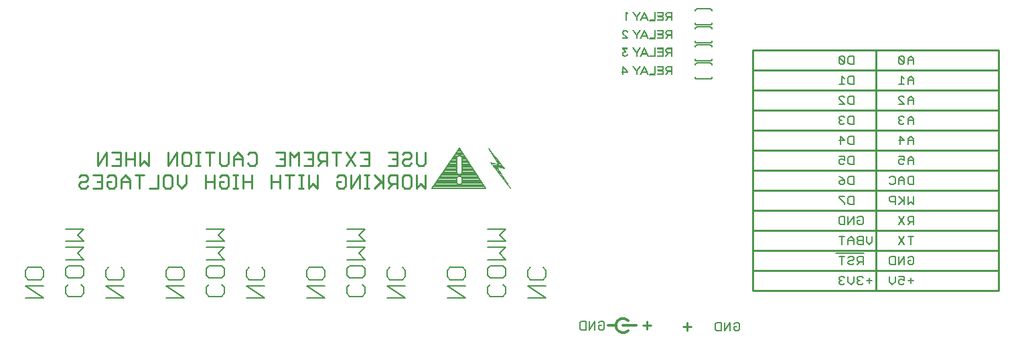
<source format=gbo>
G75*
%MOIN*%
%OFA0B0*%
%FSLAX24Y24*%
%IPPOS*%
%LPD*%
%AMOC8*
5,1,8,0,0,1.08239X$1,22.5*
%
%ADD10C,0.0080*%
%ADD11C,0.0120*%
%ADD12C,0.0110*%
%ADD13C,0.0100*%
%ADD14C,0.0040*%
%ADD15R,0.0002X0.0002*%
%ADD16R,0.0002X0.0002*%
%ADD17R,0.0048X0.0002*%
%ADD18R,0.0060X0.0002*%
%ADD19R,0.0306X0.0002*%
%ADD20R,0.0284X0.0002*%
%ADD21R,0.0050X0.0002*%
%ADD22R,0.0052X0.0002*%
%ADD23R,0.0046X0.0002*%
%ADD24R,0.0048X0.0002*%
%ADD25R,0.0060X0.0002*%
%ADD26R,0.0308X0.0002*%
%ADD27R,0.0284X0.0002*%
%ADD28R,0.0050X0.0002*%
%ADD29R,0.0054X0.0002*%
%ADD30R,0.0046X0.0002*%
%ADD31R,0.0058X0.0002*%
%ADD32R,0.0058X0.0002*%
%ADD33R,0.0306X0.0002*%
%ADD34R,0.0052X0.0002*%
%ADD35R,0.0308X0.0002*%
%ADD36R,0.0054X0.0002*%
%ADD37R,0.0052X0.0002*%
%ADD38R,0.0062X0.0002*%
%ADD39R,0.0052X0.0002*%
%ADD40R,0.0054X0.0002*%
%ADD41R,0.0062X0.0002*%
%ADD42R,0.0062X0.0002*%
%ADD43R,0.0056X0.0002*%
%ADD44R,0.0056X0.0002*%
%ADD45R,0.0330X0.0002*%
%ADD46R,0.0334X0.0002*%
%ADD47R,0.0334X0.0002*%
%ADD48R,0.0336X0.0002*%
%ADD49R,0.0002X0.0002*%
%ADD50R,0.0002X0.0002*%
%ADD51R,0.0338X0.0002*%
%ADD52R,0.0326X0.0002*%
%ADD53R,0.0324X0.0002*%
%ADD54R,0.0320X0.0002*%
%ADD55R,0.0338X0.0002*%
%ADD56R,0.0322X0.0002*%
%ADD57R,0.0340X0.0002*%
%ADD58R,0.0318X0.0002*%
%ADD59R,0.0316X0.0002*%
%ADD60R,0.0342X0.0002*%
%ADD61R,0.0314X0.0002*%
%ADD62R,0.0340X0.0002*%
%ADD63R,0.0314X0.0002*%
%ADD64R,0.0310X0.0002*%
%ADD65R,0.0342X0.0002*%
%ADD66R,0.0344X0.0002*%
%ADD67R,0.0346X0.0002*%
%ADD68R,0.0302X0.0002*%
%ADD69R,0.0300X0.0002*%
%ADD70R,0.0300X0.0002*%
%ADD71R,0.0054X0.0002*%
%ADD72R,0.0298X0.0002*%
%ADD73R,0.0294X0.0002*%
%ADD74R,0.0296X0.0002*%
%ADD75R,0.0292X0.0002*%
%ADD76R,0.0290X0.0002*%
%ADD77R,0.0288X0.0002*%
%ADD78R,0.0224X0.0002*%
%ADD79R,0.0222X0.0002*%
%ADD80R,0.0220X0.0002*%
%ADD81R,0.0220X0.0002*%
%ADD82R,0.0234X0.0002*%
%ADD83R,0.0240X0.0002*%
%ADD84R,0.0246X0.0002*%
%ADD85R,0.0066X0.0002*%
%ADD86R,0.0252X0.0002*%
%ADD87R,0.0068X0.0002*%
%ADD88R,0.0258X0.0002*%
%ADD89R,0.0072X0.0002*%
%ADD90R,0.0260X0.0002*%
%ADD91R,0.0074X0.0002*%
%ADD92R,0.0266X0.0002*%
%ADD93R,0.0076X0.0002*%
%ADD94R,0.0268X0.0002*%
%ADD95R,0.0078X0.0002*%
%ADD96R,0.0274X0.0002*%
%ADD97R,0.0276X0.0002*%
%ADD98R,0.0082X0.0002*%
%ADD99R,0.0276X0.0002*%
%ADD100R,0.0278X0.0002*%
%ADD101R,0.0086X0.0002*%
%ADD102R,0.0282X0.0002*%
%ADD103R,0.0088X0.0002*%
%ADD104R,0.0090X0.0002*%
%ADD105R,0.0286X0.0002*%
%ADD106R,0.0094X0.0002*%
%ADD107R,0.0288X0.0002*%
%ADD108R,0.0278X0.0002*%
%ADD109R,0.0096X0.0002*%
%ADD110R,0.0290X0.0002*%
%ADD111R,0.0100X0.0002*%
%ADD112R,0.0292X0.0002*%
%ADD113R,0.0102X0.0002*%
%ADD114R,0.0104X0.0002*%
%ADD115R,0.0106X0.0002*%
%ADD116R,0.0088X0.0002*%
%ADD117R,0.0084X0.0002*%
%ADD118R,0.0074X0.0002*%
%ADD119R,0.0078X0.0002*%
%ADD120R,0.0070X0.0002*%
%ADD121R,0.0066X0.0002*%
%ADD122R,0.0064X0.0002*%
%ADD123R,0.0100X0.0002*%
%ADD124R,0.0064X0.0002*%
%ADD125R,0.0064X0.0002*%
%ADD126R,0.0092X0.0002*%
%ADD127R,0.0074X0.0002*%
%ADD128R,0.0090X0.0002*%
%ADD129R,0.0096X0.0002*%
%ADD130R,0.0082X0.0002*%
%ADD131R,0.0094X0.0002*%
%ADD132R,0.0086X0.0002*%
%ADD133R,0.0084X0.0002*%
%ADD134R,0.0106X0.0002*%
%ADD135R,0.0080X0.0002*%
%ADD136R,0.0304X0.0002*%
%ADD137R,0.0084X0.0002*%
%ADD138R,0.0296X0.0002*%
%ADD139R,0.0304X0.0002*%
%ADD140R,0.0294X0.0002*%
%ADD141R,0.0074X0.0002*%
%ADD142R,0.0072X0.0002*%
%ADD143R,0.0286X0.0002*%
%ADD144R,0.0280X0.0002*%
%ADD145R,0.0072X0.0002*%
%ADD146R,0.0068X0.0002*%
%ADD147R,0.0274X0.0002*%
%ADD148R,0.0268X0.0002*%
%ADD149R,0.0248X0.0002*%
%ADD150R,0.0246X0.0002*%
%ADD151R,0.0236X0.0002*%
%ADD152R,0.0230X0.0002*%
%ADD153R,0.0216X0.0002*%
%ADD154R,0.0202X0.0002*%
%ADD155R,0.0044X0.0002*%
%ADD156R,0.0042X0.0002*%
%ADD157R,0.0026X0.0002*%
%ADD158R,0.0070X0.0002*%
%ADD159R,0.0118X0.0002*%
%ADD160R,0.0130X0.0002*%
%ADD161R,0.0142X0.0002*%
%ADD162R,0.0150X0.0002*%
%ADD163R,0.0158X0.0002*%
%ADD164R,0.0166X0.0002*%
%ADD165R,0.0170X0.0002*%
%ADD166R,0.0182X0.0002*%
%ADD167R,0.0186X0.0002*%
%ADD168R,0.0192X0.0002*%
%ADD169R,0.0198X0.0002*%
%ADD170R,0.0206X0.0002*%
%ADD171R,0.0210X0.0002*%
%ADD172R,0.0226X0.0002*%
%ADD173R,0.0230X0.0002*%
%ADD174R,0.0234X0.0002*%
%ADD175R,0.0102X0.0002*%
%ADD176R,0.0082X0.0002*%
%ADD177R,0.0080X0.0002*%
%ADD178R,0.0076X0.0002*%
%ADD179R,0.0062X0.0002*%
%ADD180R,0.0042X0.0002*%
%ADD181R,0.0036X0.0002*%
%ADD182R,0.0032X0.0002*%
%ADD183R,0.0026X0.0002*%
%ADD184R,0.0024X0.0002*%
%ADD185R,0.0018X0.0002*%
%ADD186R,0.0014X0.0002*%
%ADD187R,0.0010X0.0002*%
%ADD188R,0.0006X0.0002*%
%ADD189R,0.0098X0.0002*%
%ADD190R,0.0114X0.0002*%
%ADD191R,0.0158X0.0002*%
%ADD192R,0.0154X0.0002*%
%ADD193R,0.0152X0.0002*%
%ADD194R,0.0150X0.0002*%
%ADD195R,0.0146X0.0002*%
%ADD196R,0.0144X0.0002*%
%ADD197R,0.0140X0.0002*%
%ADD198R,0.0134X0.0002*%
%ADD199R,0.0134X0.0002*%
%ADD200R,0.0126X0.0002*%
%ADD201R,0.0122X0.0002*%
%ADD202R,0.0114X0.0002*%
%ADD203R,0.0110X0.0002*%
%ADD204R,0.0262X0.0002*%
%ADD205R,0.0266X0.0002*%
%ADD206R,0.0270X0.0002*%
%ADD207R,0.0270X0.0002*%
%ADD208R,0.0292X0.0002*%
%ADD209R,0.0064X0.0002*%
%ADD210R,0.0010X0.0002*%
%ADD211R,0.0022X0.0002*%
%ADD212R,0.0028X0.0002*%
%ADD213R,0.0038X0.0002*%
%ADD214R,0.0042X0.0002*%
%ADD215R,0.0084X0.0002*%
%ADD216R,0.0102X0.0002*%
%ADD217R,0.0212X0.0002*%
%ADD218R,0.0208X0.0002*%
%ADD219R,0.0202X0.0002*%
%ADD220R,0.0194X0.0002*%
%ADD221R,0.0190X0.0002*%
%ADD222R,0.0182X0.0002*%
%ADD223R,0.0174X0.0002*%
%ADD224R,0.0162X0.0002*%
%ADD225R,0.0122X0.0002*%
%ADD226R,0.0110X0.0002*%
%ADD227R,0.0024X0.0002*%
%ADD228R,0.0030X0.0002*%
%ADD229R,0.0044X0.0002*%
%ADD230R,0.0132X0.0002*%
%ADD231R,0.0134X0.0002*%
%ADD232R,0.0136X0.0002*%
%ADD233R,0.0136X0.0002*%
%ADD234R,0.0138X0.0002*%
%ADD235R,0.0120X0.0002*%
%ADD236R,0.0114X0.0002*%
%ADD237R,0.0108X0.0002*%
D10*
X003690Y003619D02*
X004611Y003619D01*
X003690Y004233D01*
X004611Y004233D01*
X004457Y004540D02*
X003843Y004540D01*
X003690Y004693D01*
X003690Y005000D01*
X003843Y005154D01*
X004457Y005154D01*
X004611Y005000D01*
X004611Y004693D01*
X004457Y004540D01*
X005690Y004773D02*
X005843Y004619D01*
X006457Y004619D01*
X006611Y004773D01*
X006611Y005080D01*
X006457Y005233D01*
X005843Y005233D01*
X005690Y005080D01*
X005690Y004773D01*
X005843Y004312D02*
X005690Y004159D01*
X005690Y003852D01*
X005843Y003698D01*
X006457Y003698D01*
X006611Y003852D01*
X006611Y004159D01*
X006457Y004312D01*
X007690Y004233D02*
X008611Y004233D01*
X008457Y004540D02*
X007843Y004540D01*
X007690Y004693D01*
X007690Y005000D01*
X007843Y005154D01*
X008457Y005154D02*
X008611Y005000D01*
X008611Y004693D01*
X008457Y004540D01*
X007690Y004233D02*
X008611Y003619D01*
X007690Y003619D01*
X010690Y003619D02*
X011611Y003619D01*
X010690Y004233D01*
X011611Y004233D01*
X011457Y004540D02*
X010843Y004540D01*
X010690Y004693D01*
X010690Y005000D01*
X010843Y005154D01*
X011457Y005154D01*
X011611Y005000D01*
X011611Y004693D01*
X011457Y004540D01*
X012690Y004773D02*
X012843Y004619D01*
X013457Y004619D01*
X013611Y004773D01*
X013611Y005080D01*
X013457Y005233D01*
X012843Y005233D01*
X012690Y005080D01*
X012690Y004773D01*
X012843Y004312D02*
X012690Y004159D01*
X012690Y003852D01*
X012843Y003698D01*
X013457Y003698D01*
X013611Y003852D01*
X013611Y004159D01*
X013457Y004312D01*
X014690Y004233D02*
X015611Y004233D01*
X015611Y003619D02*
X014690Y004233D01*
X014843Y004540D02*
X014690Y004693D01*
X014690Y005000D01*
X014843Y005154D01*
X015457Y005154D02*
X015611Y005000D01*
X015611Y004693D01*
X015457Y004540D01*
X014843Y004540D01*
X014690Y003619D02*
X015611Y003619D01*
X017690Y003619D02*
X018611Y003619D01*
X017690Y004233D01*
X018611Y004233D01*
X018457Y004540D02*
X017843Y004540D01*
X017690Y004693D01*
X017690Y005000D01*
X017843Y005154D01*
X018457Y005154D01*
X018611Y005000D01*
X018611Y004693D01*
X018457Y004540D01*
X019690Y004773D02*
X019843Y004619D01*
X020457Y004619D01*
X020611Y004773D01*
X020611Y005080D01*
X020457Y005233D01*
X019843Y005233D01*
X019690Y005080D01*
X019690Y004773D01*
X019843Y004312D02*
X019690Y004159D01*
X019690Y003852D01*
X019843Y003698D01*
X020457Y003698D01*
X020611Y003852D01*
X020611Y004159D01*
X020457Y004312D01*
X021690Y004233D02*
X022611Y004233D01*
X022457Y004540D02*
X021843Y004540D01*
X021690Y004693D01*
X021690Y005000D01*
X021843Y005154D01*
X022457Y005154D02*
X022611Y005000D01*
X022611Y004693D01*
X022457Y004540D01*
X021690Y004233D02*
X022611Y003619D01*
X021690Y003619D01*
X024690Y003619D02*
X025611Y003619D01*
X024690Y004233D01*
X025611Y004233D01*
X025457Y004540D02*
X024843Y004540D01*
X024690Y004693D01*
X024690Y005000D01*
X024843Y005154D01*
X025457Y005154D01*
X025611Y005000D01*
X025611Y004693D01*
X025457Y004540D01*
X026690Y004773D02*
X026843Y004619D01*
X027457Y004619D01*
X027611Y004773D01*
X027611Y005080D01*
X027457Y005233D01*
X026843Y005233D01*
X026690Y005080D01*
X026690Y004773D01*
X026843Y004312D02*
X026690Y004159D01*
X026690Y003852D01*
X026843Y003698D01*
X027457Y003698D01*
X027611Y003852D01*
X027611Y004159D01*
X027457Y004312D01*
X028690Y004233D02*
X029611Y004233D01*
X029457Y004540D02*
X028843Y004540D01*
X028690Y004693D01*
X028690Y005000D01*
X028843Y005154D01*
X029457Y005154D02*
X029611Y005000D01*
X029611Y004693D01*
X029457Y004540D01*
X028690Y004233D02*
X029611Y003619D01*
X028690Y003619D01*
X031309Y002390D02*
X031379Y002460D01*
X031589Y002460D01*
X031589Y002040D01*
X031379Y002040D01*
X031309Y002110D01*
X031309Y002390D01*
X031769Y002460D02*
X031769Y002040D01*
X032050Y002460D01*
X032050Y002040D01*
X032230Y002110D02*
X032300Y002040D01*
X032440Y002040D01*
X032510Y002110D01*
X032510Y002390D01*
X032440Y002460D01*
X032300Y002460D01*
X032230Y002390D01*
X032230Y002250D02*
X032370Y002250D01*
X032230Y002250D02*
X032230Y002110D01*
X038040Y002060D02*
X038110Y001990D01*
X038320Y001990D01*
X038320Y002410D01*
X038110Y002410D01*
X038040Y002340D01*
X038040Y002060D01*
X038501Y001990D02*
X038501Y002410D01*
X038781Y002410D02*
X038501Y001990D01*
X038781Y001990D02*
X038781Y002410D01*
X038961Y002340D02*
X039031Y002410D01*
X039171Y002410D01*
X039241Y002340D01*
X039241Y002060D01*
X039171Y001990D01*
X039031Y001990D01*
X038961Y002060D01*
X038961Y002200D01*
X039101Y002200D01*
X044190Y004360D02*
X044260Y004290D01*
X044400Y004290D01*
X044470Y004360D01*
X044651Y004430D02*
X044651Y004710D01*
X044470Y004640D02*
X044400Y004710D01*
X044260Y004710D01*
X044190Y004640D01*
X044190Y004570D01*
X044260Y004500D01*
X044190Y004430D01*
X044190Y004360D01*
X044260Y004500D02*
X044330Y004500D01*
X044651Y004430D02*
X044791Y004290D01*
X044931Y004430D01*
X044931Y004710D01*
X045111Y004640D02*
X045181Y004710D01*
X045321Y004710D01*
X045391Y004640D01*
X045251Y004500D02*
X045181Y004500D01*
X045111Y004430D01*
X045111Y004360D01*
X045181Y004290D01*
X045321Y004290D01*
X045391Y004360D01*
X045571Y004500D02*
X045852Y004500D01*
X045711Y004640D02*
X045711Y004360D01*
X045181Y004500D02*
X045111Y004570D01*
X045111Y004640D01*
X046709Y004710D02*
X046709Y004430D01*
X046849Y004290D01*
X046989Y004430D01*
X046989Y004710D01*
X047169Y004710D02*
X047450Y004710D01*
X047450Y004500D01*
X047309Y004570D01*
X047239Y004570D01*
X047169Y004500D01*
X047169Y004360D01*
X047239Y004290D01*
X047380Y004290D01*
X047450Y004360D01*
X047630Y004500D02*
X047910Y004500D01*
X047770Y004640D02*
X047770Y004360D01*
X047840Y005290D02*
X047700Y005290D01*
X047630Y005360D01*
X047630Y005500D01*
X047770Y005500D01*
X047910Y005360D02*
X047840Y005290D01*
X047910Y005360D02*
X047910Y005640D01*
X047840Y005710D01*
X047700Y005710D01*
X047630Y005640D01*
X047450Y005710D02*
X047169Y005290D01*
X047169Y005710D01*
X046989Y005710D02*
X046779Y005710D01*
X046709Y005640D01*
X046709Y005360D01*
X046779Y005290D01*
X046989Y005290D01*
X046989Y005710D01*
X047450Y005710D02*
X047450Y005290D01*
X045391Y005290D02*
X045391Y005710D01*
X045181Y005710D01*
X045111Y005640D01*
X045111Y005500D01*
X045181Y005430D01*
X045391Y005430D01*
X045251Y005430D02*
X045111Y005290D01*
X044931Y005360D02*
X044861Y005290D01*
X044721Y005290D01*
X044651Y005360D01*
X044651Y005430D01*
X044721Y005500D01*
X044861Y005500D01*
X044931Y005570D01*
X044931Y005640D01*
X044861Y005710D01*
X044721Y005710D01*
X044651Y005640D01*
X044470Y005710D02*
X044190Y005710D01*
X044330Y005710D02*
X044330Y005290D01*
X044050Y005870D02*
X045431Y005870D01*
X045391Y006290D02*
X045181Y006290D01*
X045111Y006360D01*
X045111Y006430D01*
X045181Y006500D01*
X045391Y006500D01*
X045571Y006430D02*
X045571Y006710D01*
X045391Y006710D02*
X045181Y006710D01*
X045111Y006640D01*
X045111Y006570D01*
X045181Y006500D01*
X044931Y006500D02*
X044651Y006500D01*
X044651Y006570D02*
X044651Y006290D01*
X044931Y006290D02*
X044931Y006570D01*
X044791Y006710D01*
X044651Y006570D01*
X044470Y006710D02*
X044190Y006710D01*
X044330Y006710D02*
X044330Y006290D01*
X045391Y006290D02*
X045391Y006710D01*
X045571Y006430D02*
X045711Y006290D01*
X045852Y006430D01*
X045852Y006710D01*
X047169Y006710D02*
X047450Y006290D01*
X047169Y006290D02*
X047450Y006710D01*
X047630Y006710D02*
X047910Y006710D01*
X047770Y006710D02*
X047770Y006290D01*
X047910Y007290D02*
X047910Y007710D01*
X047700Y007710D01*
X047630Y007640D01*
X047630Y007500D01*
X047700Y007430D01*
X047910Y007430D01*
X047770Y007430D02*
X047630Y007290D01*
X047450Y007290D02*
X047169Y007710D01*
X047450Y007710D02*
X047169Y007290D01*
X045391Y007360D02*
X045321Y007290D01*
X045181Y007290D01*
X045111Y007360D01*
X045111Y007500D01*
X045251Y007500D01*
X045391Y007640D02*
X045391Y007360D01*
X045391Y007640D02*
X045321Y007710D01*
X045181Y007710D01*
X045111Y007640D01*
X044931Y007710D02*
X044651Y007290D01*
X044651Y007710D01*
X044470Y007710D02*
X044260Y007710D01*
X044190Y007640D01*
X044190Y007360D01*
X044260Y007290D01*
X044470Y007290D01*
X044470Y007710D01*
X044931Y007710D02*
X044931Y007290D01*
X044931Y008290D02*
X044721Y008290D01*
X044651Y008360D01*
X044651Y008640D01*
X044721Y008710D01*
X044931Y008710D01*
X044931Y008290D01*
X044470Y008290D02*
X044470Y008360D01*
X044190Y008640D01*
X044190Y008710D01*
X044470Y008710D01*
X044400Y009290D02*
X044260Y009290D01*
X044190Y009360D01*
X044190Y009430D01*
X044260Y009500D01*
X044470Y009500D01*
X044470Y009360D01*
X044400Y009290D01*
X044470Y009500D02*
X044330Y009640D01*
X044190Y009710D01*
X044651Y009640D02*
X044721Y009710D01*
X044931Y009710D01*
X044931Y009290D01*
X044721Y009290D01*
X044651Y009360D01*
X044651Y009640D01*
X046709Y009640D02*
X046779Y009710D01*
X046919Y009710D01*
X046989Y009640D01*
X046989Y009360D01*
X046919Y009290D01*
X046779Y009290D01*
X046709Y009360D01*
X047169Y009290D02*
X047169Y009570D01*
X047309Y009710D01*
X047450Y009570D01*
X047450Y009290D01*
X047630Y009360D02*
X047630Y009640D01*
X047700Y009710D01*
X047910Y009710D01*
X047910Y009290D01*
X047700Y009290D01*
X047630Y009360D01*
X047450Y009500D02*
X047169Y009500D01*
X047169Y008710D02*
X047450Y008430D01*
X047380Y008500D02*
X047169Y008290D01*
X046989Y008290D02*
X046989Y008710D01*
X046779Y008710D01*
X046709Y008640D01*
X046709Y008500D01*
X046779Y008430D01*
X046989Y008430D01*
X047450Y008290D02*
X047450Y008710D01*
X047630Y008710D02*
X047630Y008290D01*
X047770Y008430D01*
X047910Y008290D01*
X047910Y008710D01*
X047910Y010290D02*
X047910Y010570D01*
X047770Y010710D01*
X047630Y010570D01*
X047630Y010290D01*
X047450Y010360D02*
X047380Y010290D01*
X047239Y010290D01*
X047169Y010360D01*
X047169Y010500D01*
X047239Y010570D01*
X047309Y010570D01*
X047450Y010500D01*
X047450Y010710D01*
X047169Y010710D01*
X047630Y010500D02*
X047910Y010500D01*
X047910Y011290D02*
X047910Y011570D01*
X047770Y011710D01*
X047630Y011570D01*
X047630Y011290D01*
X047630Y011500D02*
X047910Y011500D01*
X047450Y011500D02*
X047239Y011710D01*
X047239Y011290D01*
X047169Y011500D02*
X047450Y011500D01*
X047380Y012290D02*
X047450Y012360D01*
X047380Y012290D02*
X047239Y012290D01*
X047169Y012360D01*
X047169Y012430D01*
X047239Y012500D01*
X047309Y012500D01*
X047239Y012500D02*
X047169Y012570D01*
X047169Y012640D01*
X047239Y012710D01*
X047380Y012710D01*
X047450Y012640D01*
X047630Y012570D02*
X047630Y012290D01*
X047910Y012290D02*
X047910Y012570D01*
X047770Y012710D01*
X047630Y012570D01*
X047630Y012500D02*
X047910Y012500D01*
X047910Y013290D02*
X047910Y013570D01*
X047770Y013710D01*
X047630Y013570D01*
X047630Y013290D01*
X047450Y013290D02*
X047169Y013570D01*
X047169Y013640D01*
X047239Y013710D01*
X047380Y013710D01*
X047450Y013640D01*
X047630Y013500D02*
X047910Y013500D01*
X047450Y013290D02*
X047169Y013290D01*
X044931Y013290D02*
X044721Y013290D01*
X044651Y013360D01*
X044651Y013640D01*
X044721Y013710D01*
X044931Y013710D01*
X044931Y013290D01*
X044470Y013290D02*
X044190Y013570D01*
X044190Y013640D01*
X044260Y013710D01*
X044400Y013710D01*
X044470Y013640D01*
X044470Y013290D02*
X044190Y013290D01*
X044260Y012710D02*
X044190Y012640D01*
X044190Y012570D01*
X044260Y012500D01*
X044190Y012430D01*
X044190Y012360D01*
X044260Y012290D01*
X044400Y012290D01*
X044470Y012360D01*
X044651Y012360D02*
X044721Y012290D01*
X044931Y012290D01*
X044931Y012710D01*
X044721Y012710D01*
X044651Y012640D01*
X044651Y012360D01*
X044470Y012640D02*
X044400Y012710D01*
X044260Y012710D01*
X044260Y012500D02*
X044330Y012500D01*
X044260Y011710D02*
X044470Y011500D01*
X044190Y011500D01*
X044260Y011290D02*
X044260Y011710D01*
X044651Y011640D02*
X044721Y011710D01*
X044931Y011710D01*
X044931Y011290D01*
X044721Y011290D01*
X044651Y011360D01*
X044651Y011640D01*
X044721Y010710D02*
X044931Y010710D01*
X044931Y010290D01*
X044721Y010290D01*
X044651Y010360D01*
X044651Y010640D01*
X044721Y010710D01*
X044470Y010710D02*
X044470Y010500D01*
X044330Y010570D01*
X044260Y010570D01*
X044190Y010500D01*
X044190Y010360D01*
X044260Y010290D01*
X044400Y010290D01*
X044470Y010360D01*
X044470Y010710D02*
X044190Y010710D01*
X044190Y014290D02*
X044470Y014290D01*
X044330Y014290D02*
X044330Y014710D01*
X044470Y014570D01*
X044651Y014640D02*
X044721Y014710D01*
X044931Y014710D01*
X044931Y014290D01*
X044721Y014290D01*
X044651Y014360D01*
X044651Y014640D01*
X044721Y015290D02*
X044651Y015360D01*
X044651Y015640D01*
X044721Y015710D01*
X044931Y015710D01*
X044931Y015290D01*
X044721Y015290D01*
X044470Y015360D02*
X044190Y015640D01*
X044190Y015360D01*
X044260Y015290D01*
X044400Y015290D01*
X044470Y015360D01*
X044470Y015640D01*
X044400Y015710D01*
X044260Y015710D01*
X044190Y015640D01*
X047169Y015640D02*
X047450Y015360D01*
X047380Y015290D01*
X047239Y015290D01*
X047169Y015360D01*
X047169Y015640D01*
X047239Y015710D01*
X047380Y015710D01*
X047450Y015640D01*
X047450Y015360D01*
X047630Y015290D02*
X047630Y015570D01*
X047770Y015710D01*
X047910Y015570D01*
X047910Y015290D01*
X047910Y015500D02*
X047630Y015500D01*
X047770Y014710D02*
X047630Y014570D01*
X047630Y014290D01*
X047450Y014290D02*
X047169Y014290D01*
X047309Y014290D02*
X047309Y014710D01*
X047450Y014570D01*
X047630Y014500D02*
X047910Y014500D01*
X047910Y014570D02*
X047910Y014290D01*
X047910Y014570D02*
X047770Y014710D01*
X037885Y014650D02*
X037883Y014633D01*
X037879Y014616D01*
X037872Y014600D01*
X037862Y014586D01*
X037849Y014573D01*
X037835Y014563D01*
X037819Y014556D01*
X037802Y014552D01*
X037785Y014550D01*
X037135Y014550D01*
X037118Y014552D01*
X037101Y014556D01*
X037085Y014563D01*
X037071Y014573D01*
X037058Y014586D01*
X037048Y014600D01*
X037041Y014616D01*
X037037Y014633D01*
X037035Y014650D01*
X037035Y015250D02*
X037037Y015267D01*
X037041Y015284D01*
X037048Y015300D01*
X037058Y015314D01*
X037071Y015327D01*
X037085Y015337D01*
X037101Y015344D01*
X037118Y015348D01*
X037135Y015350D01*
X037785Y015350D01*
X037785Y015450D02*
X037135Y015450D01*
X037118Y015452D01*
X037101Y015456D01*
X037085Y015463D01*
X037071Y015473D01*
X037058Y015486D01*
X037048Y015500D01*
X037041Y015516D01*
X037037Y015533D01*
X037035Y015550D01*
X037785Y015450D02*
X037802Y015452D01*
X037819Y015456D01*
X037835Y015463D01*
X037849Y015473D01*
X037862Y015486D01*
X037872Y015500D01*
X037879Y015516D01*
X037883Y015533D01*
X037885Y015550D01*
X037785Y015350D02*
X037802Y015348D01*
X037819Y015344D01*
X037835Y015337D01*
X037849Y015327D01*
X037862Y015314D01*
X037872Y015300D01*
X037879Y015284D01*
X037883Y015267D01*
X037885Y015250D01*
X037885Y016150D02*
X037883Y016167D01*
X037879Y016184D01*
X037872Y016200D01*
X037862Y016214D01*
X037849Y016227D01*
X037835Y016237D01*
X037819Y016244D01*
X037802Y016248D01*
X037785Y016250D01*
X037135Y016250D01*
X037135Y016350D02*
X037785Y016350D01*
X037802Y016352D01*
X037819Y016356D01*
X037835Y016363D01*
X037849Y016373D01*
X037862Y016386D01*
X037872Y016400D01*
X037879Y016416D01*
X037883Y016433D01*
X037885Y016450D01*
X037135Y016350D02*
X037118Y016352D01*
X037101Y016356D01*
X037085Y016363D01*
X037071Y016373D01*
X037058Y016386D01*
X037048Y016400D01*
X037041Y016416D01*
X037037Y016433D01*
X037035Y016450D01*
X037135Y016250D02*
X037118Y016248D01*
X037101Y016244D01*
X037085Y016237D01*
X037071Y016227D01*
X037058Y016214D01*
X037048Y016200D01*
X037041Y016184D01*
X037037Y016167D01*
X037035Y016150D01*
X037035Y017050D02*
X037037Y017067D01*
X037041Y017084D01*
X037048Y017100D01*
X037058Y017114D01*
X037071Y017127D01*
X037085Y017137D01*
X037101Y017144D01*
X037118Y017148D01*
X037135Y017150D01*
X037785Y017150D01*
X037802Y017148D01*
X037819Y017144D01*
X037835Y017137D01*
X037849Y017127D01*
X037862Y017114D01*
X037872Y017100D01*
X037879Y017084D01*
X037883Y017067D01*
X037885Y017050D01*
X037785Y017250D02*
X037135Y017250D01*
X037118Y017252D01*
X037101Y017256D01*
X037085Y017263D01*
X037071Y017273D01*
X037058Y017286D01*
X037048Y017300D01*
X037041Y017316D01*
X037037Y017333D01*
X037035Y017350D01*
X037785Y017250D02*
X037802Y017252D01*
X037819Y017256D01*
X037835Y017263D01*
X037849Y017273D01*
X037862Y017286D01*
X037872Y017300D01*
X037879Y017316D01*
X037883Y017333D01*
X037885Y017350D01*
X037885Y017950D02*
X037883Y017967D01*
X037879Y017984D01*
X037872Y018000D01*
X037862Y018014D01*
X037849Y018027D01*
X037835Y018037D01*
X037819Y018044D01*
X037802Y018048D01*
X037785Y018050D01*
X037135Y018050D01*
X037118Y018048D01*
X037101Y018044D01*
X037085Y018037D01*
X037071Y018027D01*
X037058Y018014D01*
X037048Y018000D01*
X037041Y017984D01*
X037037Y017967D01*
X037035Y017950D01*
X025346Y011030D02*
X025253Y011030D01*
X025300Y011100D02*
X023950Y009100D01*
X026600Y009100D01*
X025300Y011100D01*
X025398Y010950D02*
X025199Y010950D01*
X025145Y010870D02*
X025449Y010870D01*
X025501Y010790D02*
X025091Y010790D01*
X025037Y010710D02*
X025229Y010710D01*
X025174Y010655D01*
X025174Y010630D01*
X024983Y010630D01*
X024929Y010550D02*
X025174Y010550D01*
X025174Y010470D01*
X024875Y010470D01*
X024821Y010390D02*
X025174Y010390D01*
X025174Y010310D01*
X024767Y010310D01*
X024713Y010230D02*
X025174Y010230D01*
X025174Y010150D01*
X024659Y010150D01*
X024605Y010070D02*
X025174Y010070D01*
X025174Y009990D01*
X024551Y009990D01*
X024497Y009910D02*
X025174Y009910D01*
X025174Y009867D01*
X025211Y009830D01*
X024443Y009830D01*
X024389Y009750D02*
X026178Y009750D01*
X026229Y009670D02*
X025398Y009670D01*
X025358Y009710D01*
X025250Y009710D01*
X025174Y009634D01*
X025174Y009590D01*
X024281Y009590D01*
X024335Y009670D02*
X025210Y009670D01*
X025174Y009590D02*
X025174Y009510D01*
X024227Y009510D01*
X024173Y009430D02*
X025174Y009430D01*
X025174Y009356D01*
X025180Y009350D01*
X024119Y009350D01*
X024065Y009270D02*
X026489Y009270D01*
X026438Y009350D02*
X025428Y009350D01*
X025434Y009356D02*
X025358Y009280D01*
X025250Y009280D01*
X025180Y009350D01*
X025174Y009430D02*
X025174Y009510D01*
X025434Y009510D02*
X025434Y009590D01*
X026281Y009590D01*
X026334Y009510D02*
X025434Y009510D01*
X025434Y009430D01*
X026386Y009430D01*
X026541Y009190D02*
X024011Y009190D01*
X023957Y009110D02*
X026594Y009110D01*
X025434Y009356D02*
X025434Y009430D01*
X025434Y009590D02*
X025434Y009634D01*
X025398Y009670D01*
X025358Y009790D02*
X025250Y009790D01*
X025211Y009830D01*
X025174Y009910D02*
X025174Y009990D01*
X025174Y010070D02*
X025174Y010150D01*
X025174Y010230D02*
X025174Y010310D01*
X025174Y010390D02*
X025174Y010470D01*
X025174Y010550D02*
X025174Y010630D01*
X025229Y010710D02*
X025250Y010731D01*
X025358Y010731D01*
X025434Y010655D01*
X025434Y010630D01*
X025606Y010630D01*
X025658Y010550D02*
X025434Y010550D01*
X025434Y010630D01*
X025434Y010550D02*
X025434Y010470D01*
X025709Y010470D01*
X025761Y010390D02*
X025434Y010390D01*
X025434Y010470D01*
X025434Y010390D02*
X025434Y010310D01*
X025814Y010310D01*
X025866Y010230D02*
X025434Y010230D01*
X025434Y010310D01*
X025434Y010230D02*
X025434Y010150D01*
X025918Y010150D01*
X025969Y010070D02*
X025434Y010070D01*
X025434Y010150D01*
X025434Y010070D02*
X025434Y009990D01*
X026021Y009990D01*
X026074Y009910D02*
X025434Y009910D01*
X025434Y009990D01*
X025434Y009910D02*
X025434Y009867D01*
X025358Y009790D01*
X025398Y009830D02*
X026126Y009830D01*
X025554Y010710D02*
X025379Y010710D01*
X026690Y007075D02*
X027611Y007075D01*
X027304Y006768D01*
X027611Y006461D01*
X026690Y006461D01*
X026690Y006154D02*
X027611Y006154D01*
X027304Y005847D01*
X027611Y005540D01*
X026690Y005540D01*
X020611Y005540D02*
X020304Y005847D01*
X020611Y006154D01*
X019690Y006154D01*
X019690Y006461D02*
X020611Y006461D01*
X020304Y006768D01*
X020611Y007075D01*
X019690Y007075D01*
X019690Y005540D02*
X020611Y005540D01*
X013611Y005540D02*
X013304Y005847D01*
X013611Y006154D01*
X012690Y006154D01*
X012690Y006461D02*
X013611Y006461D01*
X013304Y006768D01*
X013611Y007075D01*
X012690Y007075D01*
X012690Y005540D02*
X013611Y005540D01*
X006611Y005540D02*
X006304Y005847D01*
X006611Y006154D01*
X005690Y006154D01*
X005690Y006461D02*
X006611Y006461D01*
X006304Y006768D01*
X006611Y007075D01*
X005690Y007075D01*
X005690Y005540D02*
X006611Y005540D01*
D11*
X032700Y002250D02*
X033100Y002250D01*
X033700Y002500D02*
X033673Y002525D01*
X033644Y002546D01*
X033613Y002564D01*
X033580Y002579D01*
X033546Y002591D01*
X033510Y002599D01*
X033474Y002603D01*
X033438Y002604D01*
X033402Y002601D01*
X033366Y002594D01*
X033331Y002584D01*
X033298Y002570D01*
X033266Y002552D01*
X033236Y002532D01*
X033208Y002509D01*
X033183Y002483D01*
X033161Y002454D01*
X033141Y002423D01*
X033125Y002391D01*
X033113Y002357D01*
X033103Y002322D01*
X033098Y002286D01*
X033096Y002250D01*
X033098Y002214D01*
X033103Y002178D01*
X033113Y002143D01*
X033125Y002109D01*
X033141Y002077D01*
X033161Y002046D01*
X033183Y002017D01*
X033208Y001991D01*
X033236Y001968D01*
X033266Y001948D01*
X033298Y001930D01*
X033331Y001916D01*
X033366Y001906D01*
X033402Y001899D01*
X033438Y001896D01*
X033474Y001897D01*
X033510Y001901D01*
X033546Y001909D01*
X033580Y001921D01*
X033613Y001936D01*
X033644Y001954D01*
X033673Y001975D01*
X033700Y002000D01*
X033450Y002250D02*
X034100Y002250D01*
D12*
X034451Y002250D02*
X034845Y002250D01*
X034648Y002447D02*
X034648Y002053D01*
X036451Y002200D02*
X036845Y002200D01*
X036648Y002397D02*
X036648Y002003D01*
X023595Y009105D02*
X023378Y009322D01*
X023161Y009105D01*
X023161Y009756D01*
X022895Y009647D02*
X022895Y009213D01*
X022787Y009105D01*
X022570Y009105D01*
X022461Y009213D01*
X022461Y009647D01*
X022570Y009756D01*
X022787Y009756D01*
X022895Y009647D01*
X022195Y009756D02*
X021870Y009756D01*
X021762Y009647D01*
X021762Y009430D01*
X021870Y009322D01*
X022195Y009322D01*
X021979Y009322D02*
X021762Y009105D01*
X021496Y009105D02*
X021496Y009756D01*
X021496Y009322D02*
X021062Y009756D01*
X020796Y009756D02*
X020579Y009756D01*
X020687Y009756D02*
X020687Y009105D01*
X020579Y009105D02*
X020796Y009105D01*
X021062Y009105D02*
X021387Y009430D01*
X022195Y009105D02*
X022195Y009756D01*
X022195Y010245D02*
X021762Y010245D01*
X022195Y010245D02*
X022195Y010896D01*
X021762Y010896D01*
X022461Y010787D02*
X022570Y010896D01*
X022787Y010896D01*
X022895Y010787D01*
X022895Y010679D01*
X022787Y010570D01*
X022570Y010570D01*
X022461Y010462D01*
X022461Y010353D01*
X022570Y010245D01*
X022787Y010245D01*
X022895Y010353D01*
X023161Y010353D02*
X023270Y010245D01*
X023487Y010245D01*
X023595Y010353D01*
X023595Y010896D01*
X023161Y010896D02*
X023161Y010353D01*
X022195Y010570D02*
X021979Y010570D01*
X020796Y010570D02*
X020579Y010570D01*
X020796Y010245D02*
X020362Y010245D01*
X020096Y010245D02*
X019662Y010896D01*
X019396Y010896D02*
X018963Y010896D01*
X019179Y010896D02*
X019179Y010245D01*
X018696Y010245D02*
X018696Y010896D01*
X018371Y010896D01*
X018263Y010787D01*
X018263Y010570D01*
X018371Y010462D01*
X018696Y010462D01*
X018480Y010462D02*
X018263Y010245D01*
X017997Y010245D02*
X017563Y010245D01*
X017297Y010245D02*
X017297Y010896D01*
X017080Y010679D01*
X016863Y010896D01*
X016863Y010245D01*
X016597Y010245D02*
X016163Y010245D01*
X016597Y010245D02*
X016597Y010896D01*
X016163Y010896D01*
X015197Y010787D02*
X015197Y010353D01*
X015089Y010245D01*
X014872Y010245D01*
X014764Y010353D01*
X014498Y010245D02*
X014498Y010679D01*
X014281Y010896D01*
X014064Y010679D01*
X014064Y010245D01*
X013798Y010353D02*
X013689Y010245D01*
X013473Y010245D01*
X013364Y010353D01*
X013364Y010896D01*
X013098Y010896D02*
X012664Y010896D01*
X012881Y010896D02*
X012881Y010245D01*
X012398Y010245D02*
X012181Y010245D01*
X012290Y010245D02*
X012290Y010896D01*
X012398Y010896D02*
X012181Y010896D01*
X011932Y010787D02*
X011932Y010353D01*
X011823Y010245D01*
X011606Y010245D01*
X011498Y010353D01*
X011498Y010787D01*
X011606Y010896D01*
X011823Y010896D01*
X011932Y010787D01*
X011232Y010896D02*
X010798Y010245D01*
X010798Y010896D01*
X011232Y010896D02*
X011232Y010245D01*
X011265Y009756D02*
X011265Y009322D01*
X011482Y009105D01*
X011698Y009322D01*
X011698Y009756D01*
X010999Y009647D02*
X010999Y009213D01*
X010890Y009105D01*
X010673Y009105D01*
X010565Y009213D01*
X010565Y009647D01*
X010673Y009756D01*
X010890Y009756D01*
X010999Y009647D01*
X010299Y009756D02*
X010299Y009105D01*
X009865Y009105D01*
X009382Y009105D02*
X009382Y009756D01*
X009599Y009756D02*
X009165Y009756D01*
X008899Y009539D02*
X008682Y009756D01*
X008466Y009539D01*
X008466Y009105D01*
X008199Y009213D02*
X008091Y009105D01*
X007874Y009105D01*
X007766Y009213D01*
X007766Y009430D01*
X007983Y009430D01*
X008199Y009647D02*
X008199Y009213D01*
X008466Y009430D02*
X008899Y009430D01*
X008899Y009539D02*
X008899Y009105D01*
X007500Y009105D02*
X007066Y009105D01*
X006800Y009213D02*
X006691Y009105D01*
X006475Y009105D01*
X006366Y009213D01*
X006366Y009322D01*
X006475Y009430D01*
X006691Y009430D01*
X006800Y009539D01*
X006800Y009647D01*
X006691Y009756D01*
X006475Y009756D01*
X006366Y009647D01*
X007066Y009756D02*
X007500Y009756D01*
X007500Y009105D01*
X007500Y009430D02*
X007283Y009430D01*
X007766Y009647D02*
X007874Y009756D01*
X008091Y009756D01*
X008199Y009647D01*
X007999Y010245D02*
X008433Y010245D01*
X008433Y010896D01*
X007999Y010896D01*
X007733Y010896D02*
X007299Y010245D01*
X007299Y010896D01*
X007733Y010896D02*
X007733Y010245D01*
X008216Y010570D02*
X008433Y010570D01*
X008699Y010570D02*
X009133Y010570D01*
X009399Y010245D02*
X009615Y010462D01*
X009832Y010245D01*
X009832Y010896D01*
X009399Y010896D02*
X009399Y010245D01*
X009133Y010245D02*
X009133Y010896D01*
X008699Y010896D02*
X008699Y010245D01*
X012664Y009756D02*
X012664Y009105D01*
X013098Y009105D02*
X013098Y009756D01*
X013364Y009647D02*
X013473Y009756D01*
X013689Y009756D01*
X013798Y009647D01*
X013798Y009213D01*
X013689Y009105D01*
X013473Y009105D01*
X013364Y009213D01*
X013364Y009430D01*
X013581Y009430D01*
X013098Y009430D02*
X012664Y009430D01*
X014048Y009105D02*
X014264Y009105D01*
X014156Y009105D02*
X014156Y009756D01*
X014264Y009756D02*
X014048Y009756D01*
X014530Y009756D02*
X014530Y009105D01*
X014964Y009105D02*
X014964Y009756D01*
X014964Y009430D02*
X014530Y009430D01*
X015930Y009430D02*
X016364Y009430D01*
X016364Y009105D02*
X016364Y009756D01*
X016630Y009756D02*
X017064Y009756D01*
X016847Y009756D02*
X016847Y009105D01*
X017313Y009105D02*
X017530Y009105D01*
X017422Y009105D02*
X017422Y009756D01*
X017530Y009756D02*
X017313Y009756D01*
X017796Y009756D02*
X017796Y009105D01*
X018013Y009322D01*
X018230Y009105D01*
X018230Y009756D01*
X019196Y009647D02*
X019304Y009756D01*
X019521Y009756D01*
X019629Y009647D01*
X019629Y009213D01*
X019521Y009105D01*
X019304Y009105D01*
X019196Y009213D01*
X019196Y009430D01*
X019413Y009430D01*
X019896Y009105D02*
X019896Y009756D01*
X020329Y009756D02*
X019896Y009105D01*
X020329Y009105D02*
X020329Y009756D01*
X020796Y010245D02*
X020796Y010896D01*
X020362Y010896D01*
X020096Y010896D02*
X019662Y010245D01*
X017997Y010245D02*
X017997Y010896D01*
X017563Y010896D01*
X017780Y010570D02*
X017997Y010570D01*
X016597Y010570D02*
X016380Y010570D01*
X015197Y010787D02*
X015089Y010896D01*
X014872Y010896D01*
X014764Y010787D01*
X014498Y010570D02*
X014064Y010570D01*
X013798Y010353D02*
X013798Y010896D01*
X015930Y009756D02*
X015930Y009105D01*
X023595Y009105D02*
X023595Y009756D01*
D13*
X039900Y010000D02*
X039900Y009000D01*
X052150Y009000D01*
X052150Y008000D01*
X039900Y008000D01*
X039900Y009000D01*
X039900Y010000D02*
X052150Y010000D01*
X052150Y009000D01*
X052150Y010000D02*
X052150Y011000D01*
X039900Y011000D01*
X039900Y012000D01*
X052150Y012000D01*
X052150Y011000D01*
X052150Y012000D02*
X052150Y013000D01*
X039900Y013000D01*
X039900Y014000D01*
X052150Y014000D01*
X052150Y013000D01*
X052150Y014000D02*
X052150Y015000D01*
X039900Y015000D01*
X039900Y016000D01*
X046050Y016000D01*
X046050Y004000D01*
X039900Y004000D01*
X039900Y005000D01*
X052150Y005000D01*
X052150Y004000D01*
X046050Y004000D01*
X052150Y005000D02*
X052150Y006000D01*
X039900Y006000D01*
X039900Y007000D01*
X052150Y007000D01*
X052150Y006000D01*
X052150Y007000D02*
X052150Y008000D01*
X039900Y008000D02*
X039900Y007000D01*
X039900Y006000D02*
X039900Y005000D01*
X039900Y010000D02*
X039900Y011000D01*
X039900Y012000D02*
X039900Y013000D01*
X039900Y014000D02*
X039900Y015000D01*
X046050Y016000D02*
X052150Y016000D01*
X052150Y015000D01*
D14*
X027850Y009100D02*
X026850Y010400D01*
X027250Y010300D01*
X026750Y011100D01*
X027550Y010100D01*
X027150Y010200D01*
X027850Y009100D01*
X027835Y009123D02*
X027832Y009123D01*
X027811Y009162D02*
X027803Y009162D01*
X027786Y009200D02*
X027773Y009200D01*
X027762Y009239D02*
X027743Y009239D01*
X027737Y009277D02*
X027714Y009277D01*
X027713Y009316D02*
X027684Y009316D01*
X027688Y009354D02*
X027655Y009354D01*
X027664Y009393D02*
X027625Y009393D01*
X027639Y009431D02*
X027595Y009431D01*
X027615Y009470D02*
X027566Y009470D01*
X027590Y009508D02*
X027536Y009508D01*
X027506Y009547D02*
X027566Y009547D01*
X027541Y009585D02*
X027477Y009585D01*
X027447Y009624D02*
X027517Y009624D01*
X027492Y009662D02*
X027418Y009662D01*
X027388Y009701D02*
X027468Y009701D01*
X027443Y009739D02*
X027358Y009739D01*
X027329Y009778D02*
X027419Y009778D01*
X027394Y009816D02*
X027299Y009816D01*
X027270Y009855D02*
X027370Y009855D01*
X027345Y009893D02*
X027240Y009893D01*
X027210Y009932D02*
X027321Y009932D01*
X027296Y009970D02*
X027181Y009970D01*
X027151Y010009D02*
X027272Y010009D01*
X027247Y010047D02*
X027121Y010047D01*
X027092Y010086D02*
X027223Y010086D01*
X027198Y010124D02*
X027062Y010124D01*
X027033Y010163D02*
X027174Y010163D01*
X027300Y010163D02*
X027500Y010163D01*
X027469Y010201D02*
X027003Y010201D01*
X026973Y010240D02*
X027438Y010240D01*
X027408Y010278D02*
X026944Y010278D01*
X026914Y010317D02*
X027184Y010317D01*
X027216Y010355D02*
X027346Y010355D01*
X027377Y010317D02*
X027240Y010317D01*
X027192Y010394D02*
X027315Y010394D01*
X027284Y010432D02*
X027167Y010432D01*
X027143Y010471D02*
X027254Y010471D01*
X027223Y010509D02*
X027119Y010509D01*
X027095Y010548D02*
X027192Y010548D01*
X027161Y010586D02*
X027071Y010586D01*
X027047Y010625D02*
X027130Y010625D01*
X027100Y010663D02*
X027023Y010663D01*
X026999Y010702D02*
X027069Y010702D01*
X027038Y010740D02*
X026975Y010740D01*
X026951Y010779D02*
X027007Y010779D01*
X026976Y010817D02*
X026927Y010817D01*
X026946Y010856D02*
X026903Y010856D01*
X026915Y010894D02*
X026879Y010894D01*
X026884Y010933D02*
X026855Y010933D01*
X026853Y010971D02*
X026831Y010971D01*
X026822Y011010D02*
X026807Y011010D01*
X026792Y011048D02*
X026782Y011048D01*
X026761Y011087D02*
X026758Y011087D01*
X026855Y010394D02*
X026876Y010394D01*
X026885Y010355D02*
X027030Y010355D01*
X027454Y010124D02*
X027531Y010124D01*
D15*
X034774Y014746D03*
X034786Y014746D03*
X034790Y014746D03*
X034794Y014746D03*
X034806Y014746D03*
X034810Y014746D03*
X034814Y014746D03*
X034826Y014746D03*
X034830Y014746D03*
X034834Y014746D03*
X034846Y014746D03*
X034850Y014746D03*
X034854Y014746D03*
X034866Y014746D03*
X034870Y014746D03*
X034874Y014746D03*
X034886Y014746D03*
X034890Y014746D03*
X034894Y014746D03*
X034906Y014746D03*
X034910Y014746D03*
X034914Y014746D03*
X034926Y014746D03*
X034930Y014746D03*
X034934Y014746D03*
X034946Y014746D03*
X034950Y014746D03*
X034954Y014746D03*
X034966Y014746D03*
X034970Y014746D03*
X034974Y014746D03*
X034986Y014746D03*
X034990Y014746D03*
X034994Y014746D03*
X035006Y014746D03*
X035010Y014746D03*
X035014Y014746D03*
X035026Y014746D03*
X035030Y014746D03*
X035034Y014746D03*
X035046Y014746D03*
X035050Y014746D03*
X035054Y014746D03*
X035184Y014980D03*
X035196Y014980D03*
X035200Y014980D03*
X035204Y014980D03*
X035216Y014980D03*
X035220Y014980D03*
X035224Y014980D03*
X035236Y014980D03*
X035240Y014980D03*
X035244Y014980D03*
X035256Y014980D03*
X035260Y014980D03*
X035264Y014980D03*
X035276Y014980D03*
X035280Y014980D03*
X035284Y014980D03*
X035296Y014980D03*
X035300Y014980D03*
X035304Y014980D03*
X035316Y014980D03*
X035320Y014980D03*
X035324Y014980D03*
X035336Y014980D03*
X035340Y014980D03*
X035344Y014980D03*
X035356Y014980D03*
X035360Y014980D03*
X035364Y014980D03*
X035376Y014980D03*
X035380Y014980D03*
X035384Y014980D03*
X035396Y014980D03*
X035400Y014980D03*
X035404Y014980D03*
X035404Y015124D03*
X035400Y015124D03*
X035396Y015124D03*
X035384Y015124D03*
X035380Y015124D03*
X035376Y015124D03*
X035364Y015124D03*
X035360Y015124D03*
X035356Y015124D03*
X035344Y015124D03*
X035340Y015124D03*
X035336Y015124D03*
X035324Y015124D03*
X035320Y015124D03*
X035316Y015124D03*
X035304Y015124D03*
X035300Y015124D03*
X035296Y015124D03*
X035284Y015124D03*
X035280Y015124D03*
X035276Y015124D03*
X035264Y015124D03*
X035260Y015124D03*
X035256Y015124D03*
X035244Y015124D03*
X035240Y015124D03*
X035236Y015124D03*
X035224Y015124D03*
X035220Y015124D03*
X035216Y015124D03*
X035204Y015124D03*
X035200Y015124D03*
X035196Y015124D03*
X035184Y015124D03*
X035180Y015124D03*
X035176Y015124D03*
X035164Y015124D03*
X035160Y015124D03*
X035156Y015124D03*
X035680Y015120D03*
X035686Y015166D03*
X035684Y014956D03*
X035706Y014954D03*
X035710Y014954D03*
X035726Y014910D03*
X035730Y014910D03*
X035734Y014910D03*
X035746Y014910D03*
X035750Y014910D03*
X035754Y014910D03*
X035766Y014910D03*
X035770Y014910D03*
X035774Y014910D03*
X035786Y014910D03*
X035790Y014910D03*
X035794Y014910D03*
X035806Y014910D03*
X035810Y014910D03*
X035814Y014910D03*
X035826Y014910D03*
X035830Y014910D03*
X035834Y014910D03*
X033564Y015660D03*
X033560Y015660D03*
X033524Y015660D03*
X033520Y015660D03*
X033500Y015664D03*
X033514Y015706D03*
X033520Y015704D03*
X033494Y015714D03*
X033564Y015704D03*
X033574Y015706D03*
X033664Y015764D03*
X033554Y015866D03*
X033550Y015866D03*
X033534Y015906D03*
X033530Y015906D03*
X033524Y015904D03*
X033520Y015904D03*
X033500Y015900D03*
X033500Y016044D03*
X033496Y016044D03*
X033504Y016044D03*
X033516Y016044D03*
X033520Y016044D03*
X033524Y016044D03*
X033536Y016044D03*
X033540Y016044D03*
X033544Y016044D03*
X033556Y016044D03*
X033560Y016044D03*
X033564Y016044D03*
X033576Y016044D03*
X033580Y016044D03*
X033584Y016044D03*
X033596Y016044D03*
X033600Y016044D03*
X033604Y016044D03*
X033616Y016044D03*
X033620Y016044D03*
X033624Y016044D03*
X033636Y016044D03*
X033640Y016044D03*
X033644Y016044D03*
X033656Y016044D03*
X033660Y016044D03*
X033664Y016044D03*
X033484Y016044D03*
X033480Y016044D03*
X033476Y016044D03*
X034774Y015666D03*
X034786Y015666D03*
X034790Y015666D03*
X034794Y015666D03*
X034806Y015666D03*
X034810Y015666D03*
X034814Y015666D03*
X034826Y015666D03*
X034830Y015666D03*
X034834Y015666D03*
X034846Y015666D03*
X034850Y015666D03*
X034854Y015666D03*
X034866Y015666D03*
X034870Y015666D03*
X034874Y015666D03*
X034886Y015666D03*
X034890Y015666D03*
X034894Y015666D03*
X034906Y015666D03*
X034910Y015666D03*
X034914Y015666D03*
X034926Y015666D03*
X034930Y015666D03*
X034934Y015666D03*
X034946Y015666D03*
X034950Y015666D03*
X034954Y015666D03*
X034966Y015666D03*
X034970Y015666D03*
X034974Y015666D03*
X034986Y015666D03*
X034990Y015666D03*
X034994Y015666D03*
X035006Y015666D03*
X035010Y015666D03*
X035014Y015666D03*
X035026Y015666D03*
X035030Y015666D03*
X035034Y015666D03*
X035046Y015666D03*
X035050Y015666D03*
X035054Y015666D03*
X035184Y015900D03*
X035196Y015900D03*
X035200Y015900D03*
X035204Y015900D03*
X035216Y015900D03*
X035220Y015900D03*
X035224Y015900D03*
X035236Y015900D03*
X035240Y015900D03*
X035244Y015900D03*
X035256Y015900D03*
X035260Y015900D03*
X035264Y015900D03*
X035276Y015900D03*
X035280Y015900D03*
X035284Y015900D03*
X035296Y015900D03*
X035300Y015900D03*
X035304Y015900D03*
X035316Y015900D03*
X035320Y015900D03*
X035324Y015900D03*
X035336Y015900D03*
X035340Y015900D03*
X035344Y015900D03*
X035356Y015900D03*
X035360Y015900D03*
X035364Y015900D03*
X035376Y015900D03*
X035380Y015900D03*
X035384Y015900D03*
X035396Y015900D03*
X035400Y015900D03*
X035404Y015900D03*
X035404Y016044D03*
X035400Y016044D03*
X035396Y016044D03*
X035384Y016044D03*
X035380Y016044D03*
X035376Y016044D03*
X035364Y016044D03*
X035360Y016044D03*
X035356Y016044D03*
X035344Y016044D03*
X035340Y016044D03*
X035336Y016044D03*
X035324Y016044D03*
X035320Y016044D03*
X035316Y016044D03*
X035304Y016044D03*
X035300Y016044D03*
X035296Y016044D03*
X035284Y016044D03*
X035280Y016044D03*
X035276Y016044D03*
X035264Y016044D03*
X035260Y016044D03*
X035256Y016044D03*
X035244Y016044D03*
X035240Y016044D03*
X035236Y016044D03*
X035224Y016044D03*
X035220Y016044D03*
X035216Y016044D03*
X035204Y016044D03*
X035200Y016044D03*
X035196Y016044D03*
X035184Y016044D03*
X035180Y016044D03*
X035176Y016044D03*
X035164Y016044D03*
X035160Y016044D03*
X035156Y016044D03*
X035680Y016040D03*
X035686Y016086D03*
X035684Y015876D03*
X035706Y015874D03*
X035710Y015874D03*
X035726Y015830D03*
X035730Y015830D03*
X035734Y015830D03*
X035746Y015830D03*
X035750Y015830D03*
X035754Y015830D03*
X035766Y015830D03*
X035770Y015830D03*
X035774Y015830D03*
X035786Y015830D03*
X035790Y015830D03*
X035794Y015830D03*
X035806Y015830D03*
X035810Y015830D03*
X035814Y015830D03*
X035826Y015830D03*
X035830Y015830D03*
X035834Y015830D03*
X035054Y016546D03*
X035050Y016546D03*
X035046Y016546D03*
X035034Y016546D03*
X035030Y016546D03*
X035026Y016546D03*
X035014Y016546D03*
X035010Y016546D03*
X035006Y016546D03*
X034994Y016546D03*
X034990Y016546D03*
X034986Y016546D03*
X034974Y016546D03*
X034970Y016546D03*
X034966Y016546D03*
X034954Y016546D03*
X034950Y016546D03*
X034946Y016546D03*
X034934Y016546D03*
X034930Y016546D03*
X034926Y016546D03*
X034914Y016546D03*
X034910Y016546D03*
X034906Y016546D03*
X034894Y016546D03*
X034890Y016546D03*
X034886Y016546D03*
X034874Y016546D03*
X034870Y016546D03*
X034866Y016546D03*
X034854Y016546D03*
X034850Y016546D03*
X034846Y016546D03*
X034834Y016546D03*
X034830Y016546D03*
X034826Y016546D03*
X034814Y016546D03*
X034810Y016546D03*
X034806Y016546D03*
X034794Y016546D03*
X034790Y016546D03*
X034786Y016546D03*
X034774Y016546D03*
X035184Y016780D03*
X035196Y016780D03*
X035200Y016780D03*
X035204Y016780D03*
X035216Y016780D03*
X035220Y016780D03*
X035224Y016780D03*
X035236Y016780D03*
X035240Y016780D03*
X035244Y016780D03*
X035256Y016780D03*
X035260Y016780D03*
X035264Y016780D03*
X035276Y016780D03*
X035280Y016780D03*
X035284Y016780D03*
X035296Y016780D03*
X035300Y016780D03*
X035304Y016780D03*
X035316Y016780D03*
X035320Y016780D03*
X035324Y016780D03*
X035336Y016780D03*
X035340Y016780D03*
X035344Y016780D03*
X035356Y016780D03*
X035360Y016780D03*
X035364Y016780D03*
X035376Y016780D03*
X035380Y016780D03*
X035384Y016780D03*
X035396Y016780D03*
X035400Y016780D03*
X035404Y016780D03*
X035404Y016924D03*
X035400Y016924D03*
X035396Y016924D03*
X035384Y016924D03*
X035380Y016924D03*
X035376Y016924D03*
X035364Y016924D03*
X035360Y016924D03*
X035356Y016924D03*
X035344Y016924D03*
X035340Y016924D03*
X035336Y016924D03*
X035324Y016924D03*
X035320Y016924D03*
X035316Y016924D03*
X035304Y016924D03*
X035300Y016924D03*
X035296Y016924D03*
X035284Y016924D03*
X035280Y016924D03*
X035276Y016924D03*
X035264Y016924D03*
X035260Y016924D03*
X035256Y016924D03*
X035244Y016924D03*
X035240Y016924D03*
X035236Y016924D03*
X035224Y016924D03*
X035220Y016924D03*
X035216Y016924D03*
X035204Y016924D03*
X035200Y016924D03*
X035196Y016924D03*
X035184Y016924D03*
X035180Y016924D03*
X035176Y016924D03*
X035164Y016924D03*
X035160Y016924D03*
X035156Y016924D03*
X035680Y016920D03*
X035686Y016966D03*
X035684Y016756D03*
X035706Y016754D03*
X035710Y016754D03*
X035726Y016710D03*
X035730Y016710D03*
X035734Y016710D03*
X035746Y016710D03*
X035750Y016710D03*
X035754Y016710D03*
X035766Y016710D03*
X035770Y016710D03*
X035774Y016710D03*
X035786Y016710D03*
X035790Y016710D03*
X035794Y016710D03*
X035806Y016710D03*
X035810Y016710D03*
X035814Y016710D03*
X035826Y016710D03*
X035830Y016710D03*
X035834Y016710D03*
X035054Y017446D03*
X035050Y017446D03*
X035046Y017446D03*
X035034Y017446D03*
X035030Y017446D03*
X035026Y017446D03*
X035014Y017446D03*
X035010Y017446D03*
X035006Y017446D03*
X034994Y017446D03*
X034990Y017446D03*
X034986Y017446D03*
X034974Y017446D03*
X034970Y017446D03*
X034966Y017446D03*
X034954Y017446D03*
X034950Y017446D03*
X034946Y017446D03*
X034934Y017446D03*
X034930Y017446D03*
X034926Y017446D03*
X034914Y017446D03*
X034910Y017446D03*
X034906Y017446D03*
X034894Y017446D03*
X034890Y017446D03*
X034886Y017446D03*
X034874Y017446D03*
X034870Y017446D03*
X034866Y017446D03*
X034854Y017446D03*
X034850Y017446D03*
X034846Y017446D03*
X034834Y017446D03*
X034830Y017446D03*
X034826Y017446D03*
X034814Y017446D03*
X034810Y017446D03*
X034806Y017446D03*
X034794Y017446D03*
X034790Y017446D03*
X034786Y017446D03*
X034774Y017446D03*
X035184Y017680D03*
X035196Y017680D03*
X035200Y017680D03*
X035204Y017680D03*
X035216Y017680D03*
X035220Y017680D03*
X035224Y017680D03*
X035236Y017680D03*
X035240Y017680D03*
X035244Y017680D03*
X035256Y017680D03*
X035260Y017680D03*
X035264Y017680D03*
X035276Y017680D03*
X035280Y017680D03*
X035284Y017680D03*
X035296Y017680D03*
X035300Y017680D03*
X035304Y017680D03*
X035316Y017680D03*
X035320Y017680D03*
X035324Y017680D03*
X035336Y017680D03*
X035340Y017680D03*
X035344Y017680D03*
X035356Y017680D03*
X035360Y017680D03*
X035364Y017680D03*
X035376Y017680D03*
X035380Y017680D03*
X035384Y017680D03*
X035396Y017680D03*
X035400Y017680D03*
X035404Y017680D03*
X035404Y017824D03*
X035400Y017824D03*
X035396Y017824D03*
X035384Y017824D03*
X035380Y017824D03*
X035376Y017824D03*
X035364Y017824D03*
X035360Y017824D03*
X035356Y017824D03*
X035344Y017824D03*
X035340Y017824D03*
X035336Y017824D03*
X035324Y017824D03*
X035320Y017824D03*
X035316Y017824D03*
X035304Y017824D03*
X035300Y017824D03*
X035296Y017824D03*
X035284Y017824D03*
X035280Y017824D03*
X035276Y017824D03*
X035264Y017824D03*
X035260Y017824D03*
X035256Y017824D03*
X035244Y017824D03*
X035240Y017824D03*
X035236Y017824D03*
X035224Y017824D03*
X035220Y017824D03*
X035216Y017824D03*
X035204Y017824D03*
X035200Y017824D03*
X035196Y017824D03*
X035184Y017824D03*
X035180Y017824D03*
X035176Y017824D03*
X035164Y017824D03*
X035160Y017824D03*
X035156Y017824D03*
X035680Y017820D03*
X035686Y017866D03*
X035684Y017656D03*
X035706Y017654D03*
X035710Y017654D03*
X035726Y017610D03*
X035730Y017610D03*
X035734Y017610D03*
X035746Y017610D03*
X035750Y017610D03*
X035754Y017610D03*
X035766Y017610D03*
X035770Y017610D03*
X035774Y017610D03*
X035786Y017610D03*
X035790Y017610D03*
X035794Y017610D03*
X035806Y017610D03*
X035810Y017610D03*
X035814Y017610D03*
X035826Y017610D03*
X035830Y017610D03*
X035834Y017610D03*
X033696Y017796D03*
X033650Y017810D03*
X033666Y017850D03*
X033624Y017864D03*
X033594Y016966D03*
X033600Y016964D03*
X033550Y016930D03*
X033546Y016930D03*
X033500Y016920D03*
X033490Y016966D03*
X033656Y016860D03*
X033664Y016864D03*
D16*
X033578Y016970D03*
X033542Y016930D03*
X033538Y016930D03*
X034778Y016546D03*
X034782Y016546D03*
X034798Y016546D03*
X034802Y016546D03*
X034818Y016546D03*
X034822Y016546D03*
X034838Y016546D03*
X034842Y016546D03*
X034858Y016546D03*
X034862Y016546D03*
X034878Y016546D03*
X034882Y016546D03*
X034898Y016546D03*
X034902Y016546D03*
X034918Y016546D03*
X034922Y016546D03*
X034938Y016546D03*
X034942Y016546D03*
X034958Y016546D03*
X034962Y016546D03*
X034978Y016546D03*
X034982Y016546D03*
X034998Y016546D03*
X035002Y016546D03*
X035018Y016546D03*
X035022Y016546D03*
X035038Y016546D03*
X035042Y016546D03*
X035188Y016780D03*
X035192Y016780D03*
X035208Y016780D03*
X035212Y016780D03*
X035228Y016780D03*
X035232Y016780D03*
X035248Y016780D03*
X035252Y016780D03*
X035268Y016780D03*
X035272Y016780D03*
X035288Y016780D03*
X035292Y016780D03*
X035308Y016780D03*
X035312Y016780D03*
X035328Y016780D03*
X035332Y016780D03*
X035348Y016780D03*
X035352Y016780D03*
X035368Y016780D03*
X035372Y016780D03*
X035388Y016780D03*
X035392Y016780D03*
X035408Y016780D03*
X035392Y016924D03*
X035388Y016924D03*
X035372Y016924D03*
X035368Y016924D03*
X035352Y016924D03*
X035348Y016924D03*
X035332Y016924D03*
X035328Y016924D03*
X035312Y016924D03*
X035308Y016924D03*
X035292Y016924D03*
X035288Y016924D03*
X035272Y016924D03*
X035268Y016924D03*
X035252Y016924D03*
X035248Y016924D03*
X035232Y016924D03*
X035228Y016924D03*
X035212Y016924D03*
X035208Y016924D03*
X035192Y016924D03*
X035188Y016924D03*
X035172Y016924D03*
X035168Y016924D03*
X035662Y016914D03*
X035672Y016964D03*
X035682Y016966D03*
X035668Y016760D03*
X035702Y016754D03*
X035668Y016720D03*
X035642Y016726D03*
X035738Y016710D03*
X035742Y016710D03*
X035758Y016710D03*
X035762Y016710D03*
X035778Y016710D03*
X035782Y016710D03*
X035798Y016710D03*
X035802Y016710D03*
X035818Y016710D03*
X035822Y016710D03*
X035838Y016710D03*
X035682Y016086D03*
X035672Y016084D03*
X035662Y016034D03*
X035668Y015880D03*
X035702Y015874D03*
X035668Y015840D03*
X035642Y015846D03*
X035738Y015830D03*
X035742Y015830D03*
X035758Y015830D03*
X035762Y015830D03*
X035778Y015830D03*
X035782Y015830D03*
X035798Y015830D03*
X035802Y015830D03*
X035818Y015830D03*
X035822Y015830D03*
X035838Y015830D03*
X035408Y015900D03*
X035392Y015900D03*
X035388Y015900D03*
X035372Y015900D03*
X035368Y015900D03*
X035352Y015900D03*
X035348Y015900D03*
X035332Y015900D03*
X035328Y015900D03*
X035312Y015900D03*
X035308Y015900D03*
X035292Y015900D03*
X035288Y015900D03*
X035272Y015900D03*
X035268Y015900D03*
X035252Y015900D03*
X035248Y015900D03*
X035232Y015900D03*
X035228Y015900D03*
X035212Y015900D03*
X035208Y015900D03*
X035192Y015900D03*
X035188Y015900D03*
X035188Y016044D03*
X035192Y016044D03*
X035208Y016044D03*
X035212Y016044D03*
X035228Y016044D03*
X035232Y016044D03*
X035248Y016044D03*
X035252Y016044D03*
X035268Y016044D03*
X035272Y016044D03*
X035288Y016044D03*
X035292Y016044D03*
X035308Y016044D03*
X035312Y016044D03*
X035328Y016044D03*
X035332Y016044D03*
X035348Y016044D03*
X035352Y016044D03*
X035368Y016044D03*
X035372Y016044D03*
X035388Y016044D03*
X035392Y016044D03*
X035172Y016044D03*
X035168Y016044D03*
X035042Y015666D03*
X035038Y015666D03*
X035022Y015666D03*
X035018Y015666D03*
X035002Y015666D03*
X034998Y015666D03*
X034982Y015666D03*
X034978Y015666D03*
X034962Y015666D03*
X034958Y015666D03*
X034942Y015666D03*
X034938Y015666D03*
X034922Y015666D03*
X034918Y015666D03*
X034902Y015666D03*
X034898Y015666D03*
X034882Y015666D03*
X034878Y015666D03*
X034862Y015666D03*
X034858Y015666D03*
X034842Y015666D03*
X034838Y015666D03*
X034822Y015666D03*
X034818Y015666D03*
X034802Y015666D03*
X034798Y015666D03*
X034782Y015666D03*
X034778Y015666D03*
X033672Y016044D03*
X033668Y016044D03*
X033652Y016044D03*
X033648Y016044D03*
X033632Y016044D03*
X033628Y016044D03*
X033612Y016044D03*
X033608Y016044D03*
X033592Y016044D03*
X033588Y016044D03*
X033572Y016044D03*
X033568Y016044D03*
X033552Y016044D03*
X033548Y016044D03*
X033532Y016044D03*
X033528Y016044D03*
X033512Y016044D03*
X033508Y016044D03*
X033492Y016044D03*
X033488Y016044D03*
X033532Y015864D03*
X033558Y015866D03*
X033562Y015866D03*
X033502Y015710D03*
X033528Y015660D03*
X035168Y015124D03*
X035172Y015124D03*
X035188Y015124D03*
X035192Y015124D03*
X035208Y015124D03*
X035212Y015124D03*
X035228Y015124D03*
X035232Y015124D03*
X035248Y015124D03*
X035252Y015124D03*
X035268Y015124D03*
X035272Y015124D03*
X035288Y015124D03*
X035292Y015124D03*
X035308Y015124D03*
X035312Y015124D03*
X035328Y015124D03*
X035332Y015124D03*
X035348Y015124D03*
X035352Y015124D03*
X035368Y015124D03*
X035372Y015124D03*
X035388Y015124D03*
X035392Y015124D03*
X035392Y014980D03*
X035388Y014980D03*
X035372Y014980D03*
X035368Y014980D03*
X035352Y014980D03*
X035348Y014980D03*
X035332Y014980D03*
X035328Y014980D03*
X035312Y014980D03*
X035308Y014980D03*
X035292Y014980D03*
X035288Y014980D03*
X035272Y014980D03*
X035268Y014980D03*
X035252Y014980D03*
X035248Y014980D03*
X035232Y014980D03*
X035228Y014980D03*
X035212Y014980D03*
X035208Y014980D03*
X035192Y014980D03*
X035188Y014980D03*
X035408Y014980D03*
X035642Y014926D03*
X035668Y014920D03*
X035668Y014960D03*
X035702Y014954D03*
X035738Y014910D03*
X035742Y014910D03*
X035758Y014910D03*
X035762Y014910D03*
X035778Y014910D03*
X035782Y014910D03*
X035798Y014910D03*
X035802Y014910D03*
X035818Y014910D03*
X035822Y014910D03*
X035838Y014910D03*
X035042Y014746D03*
X035038Y014746D03*
X035022Y014746D03*
X035018Y014746D03*
X035002Y014746D03*
X034998Y014746D03*
X034982Y014746D03*
X034978Y014746D03*
X034962Y014746D03*
X034958Y014746D03*
X034942Y014746D03*
X034938Y014746D03*
X034922Y014746D03*
X034918Y014746D03*
X034902Y014746D03*
X034898Y014746D03*
X034882Y014746D03*
X034878Y014746D03*
X034862Y014746D03*
X034858Y014746D03*
X034842Y014746D03*
X034838Y014746D03*
X034822Y014746D03*
X034818Y014746D03*
X034802Y014746D03*
X034798Y014746D03*
X034782Y014746D03*
X034778Y014746D03*
X035662Y015114D03*
X035672Y015164D03*
X035682Y015166D03*
X035042Y017446D03*
X035038Y017446D03*
X035022Y017446D03*
X035018Y017446D03*
X035002Y017446D03*
X034998Y017446D03*
X034982Y017446D03*
X034978Y017446D03*
X034962Y017446D03*
X034958Y017446D03*
X034942Y017446D03*
X034938Y017446D03*
X034922Y017446D03*
X034918Y017446D03*
X034902Y017446D03*
X034898Y017446D03*
X034882Y017446D03*
X034878Y017446D03*
X034862Y017446D03*
X034858Y017446D03*
X034842Y017446D03*
X034838Y017446D03*
X034822Y017446D03*
X034818Y017446D03*
X034802Y017446D03*
X034798Y017446D03*
X034782Y017446D03*
X034778Y017446D03*
X035188Y017680D03*
X035192Y017680D03*
X035208Y017680D03*
X035212Y017680D03*
X035228Y017680D03*
X035232Y017680D03*
X035248Y017680D03*
X035252Y017680D03*
X035268Y017680D03*
X035272Y017680D03*
X035288Y017680D03*
X035292Y017680D03*
X035308Y017680D03*
X035312Y017680D03*
X035328Y017680D03*
X035332Y017680D03*
X035348Y017680D03*
X035352Y017680D03*
X035368Y017680D03*
X035372Y017680D03*
X035388Y017680D03*
X035392Y017680D03*
X035408Y017680D03*
X035392Y017824D03*
X035388Y017824D03*
X035372Y017824D03*
X035368Y017824D03*
X035352Y017824D03*
X035348Y017824D03*
X035332Y017824D03*
X035328Y017824D03*
X035312Y017824D03*
X035308Y017824D03*
X035292Y017824D03*
X035288Y017824D03*
X035272Y017824D03*
X035268Y017824D03*
X035252Y017824D03*
X035248Y017824D03*
X035232Y017824D03*
X035228Y017824D03*
X035212Y017824D03*
X035208Y017824D03*
X035192Y017824D03*
X035188Y017824D03*
X035172Y017824D03*
X035168Y017824D03*
X035662Y017814D03*
X035672Y017864D03*
X035682Y017866D03*
X035668Y017660D03*
X035702Y017654D03*
X035668Y017620D03*
X035642Y017626D03*
X035738Y017610D03*
X035742Y017610D03*
X035758Y017610D03*
X035762Y017610D03*
X035778Y017610D03*
X035782Y017610D03*
X035798Y017610D03*
X035802Y017610D03*
X035818Y017610D03*
X035822Y017610D03*
X035838Y017610D03*
X033678Y017846D03*
X033662Y017806D03*
D17*
X033597Y017808D03*
X033597Y017812D03*
X033597Y017792D03*
X033597Y017788D03*
X033597Y017772D03*
X033597Y017768D03*
X033597Y017752D03*
X033597Y017748D03*
X033597Y017732D03*
X033597Y017728D03*
X033597Y017712D03*
X033597Y017708D03*
X033597Y017692D03*
X033597Y017688D03*
X033597Y017672D03*
X033597Y017668D03*
X033597Y017652D03*
X033597Y017648D03*
X033597Y017632D03*
X033597Y017628D03*
X033597Y017612D03*
X033597Y017608D03*
X033597Y017592D03*
X033597Y017588D03*
X033597Y017572D03*
X033597Y017568D03*
X033597Y017552D03*
X033597Y017548D03*
X033597Y017532D03*
X033597Y017528D03*
X033597Y017512D03*
X033597Y017508D03*
X033597Y017492D03*
X033597Y017488D03*
X033597Y017472D03*
X033597Y017468D03*
X033597Y017452D03*
X033597Y017448D03*
X034121Y017448D03*
X034121Y017452D03*
X034121Y017458D03*
X034121Y017462D03*
X034121Y017468D03*
X034121Y017472D03*
X034121Y017478D03*
X034121Y017482D03*
X034121Y017488D03*
X034121Y017492D03*
X034121Y017498D03*
X034121Y017502D03*
X034121Y017508D03*
X034121Y017512D03*
X034121Y017518D03*
X034121Y017522D03*
X034121Y017528D03*
X034121Y017532D03*
X034121Y017538D03*
X034121Y017542D03*
X034121Y017548D03*
X034121Y017552D03*
X034121Y017558D03*
X034121Y017562D03*
X034121Y017568D03*
X034121Y017572D03*
X034121Y017578D03*
X034121Y017582D03*
X034121Y017588D03*
X034121Y017592D03*
X034121Y017598D03*
X034121Y017602D03*
X034121Y017608D03*
X034121Y017612D03*
X034391Y017608D03*
X034401Y017632D03*
X034411Y017652D03*
X034417Y017668D03*
X034427Y017688D03*
X034433Y017702D03*
X034437Y017712D03*
X034459Y017762D03*
X034463Y017768D03*
X034467Y017778D03*
X034471Y017788D03*
X034473Y017792D03*
X034481Y017808D03*
X034531Y017812D03*
X034533Y017808D03*
X034537Y017798D03*
X034541Y017792D03*
X034545Y017782D03*
X034547Y017778D03*
X034561Y017748D03*
X034563Y017742D03*
X034565Y017738D03*
X034567Y017732D03*
X034577Y017712D03*
X034581Y017702D03*
X034583Y017698D03*
X034587Y017688D03*
X034597Y017668D03*
X034599Y017662D03*
X034601Y017658D03*
X034603Y017652D03*
X034613Y017632D03*
X034617Y017622D03*
X034619Y017618D03*
X034623Y017608D03*
X034649Y017552D03*
X034659Y017528D03*
X034663Y017518D03*
X034667Y017512D03*
X034677Y017488D03*
X034687Y017468D03*
X034693Y017452D03*
X035031Y017492D03*
X035031Y017498D03*
X035031Y017502D03*
X035031Y017508D03*
X035031Y017512D03*
X035031Y017518D03*
X035031Y017522D03*
X035031Y017528D03*
X035031Y017532D03*
X035031Y017538D03*
X035031Y017542D03*
X035031Y017548D03*
X035031Y017552D03*
X035031Y017558D03*
X035031Y017562D03*
X035031Y017568D03*
X035031Y017572D03*
X035031Y017578D03*
X035031Y017582D03*
X035031Y017588D03*
X035031Y017592D03*
X035031Y017598D03*
X035031Y017602D03*
X035031Y017608D03*
X035031Y017612D03*
X035031Y017618D03*
X035031Y017622D03*
X035031Y017628D03*
X035031Y017632D03*
X035031Y017638D03*
X035031Y017642D03*
X035031Y017648D03*
X035031Y017652D03*
X035031Y017658D03*
X035031Y017662D03*
X035031Y017668D03*
X035031Y017672D03*
X035031Y017678D03*
X035031Y017682D03*
X035031Y017688D03*
X035031Y017692D03*
X035031Y017698D03*
X035031Y017702D03*
X035031Y017708D03*
X035031Y017712D03*
X035031Y017718D03*
X035031Y017722D03*
X035031Y017728D03*
X035031Y017732D03*
X035031Y017738D03*
X035031Y017742D03*
X035031Y017748D03*
X035031Y017752D03*
X035031Y017758D03*
X035031Y017762D03*
X035031Y017768D03*
X035031Y017772D03*
X035031Y017778D03*
X035031Y017782D03*
X035031Y017788D03*
X035031Y017792D03*
X035031Y017798D03*
X035031Y017802D03*
X035031Y017808D03*
X035031Y017812D03*
X035031Y017818D03*
X035031Y017822D03*
X035031Y017828D03*
X035031Y017832D03*
X035031Y017838D03*
X035031Y017842D03*
X035031Y017848D03*
X035031Y017852D03*
X035031Y017858D03*
X035031Y017862D03*
X035433Y017822D03*
X035433Y017818D03*
X035433Y017802D03*
X035433Y017798D03*
X035433Y017782D03*
X035433Y017778D03*
X035433Y017762D03*
X035433Y017758D03*
X035433Y017742D03*
X035433Y017738D03*
X035433Y017722D03*
X035433Y017718D03*
X035433Y017702D03*
X035433Y017698D03*
X035433Y017682D03*
X035433Y017622D03*
X035433Y017618D03*
X035433Y017602D03*
X035433Y017598D03*
X035433Y017582D03*
X035433Y017578D03*
X035433Y017562D03*
X035433Y017558D03*
X035433Y017542D03*
X035433Y017538D03*
X035433Y017522D03*
X035433Y017518D03*
X035433Y017502D03*
X035433Y017498D03*
X035867Y017498D03*
X035867Y017502D03*
X035867Y017508D03*
X035867Y017512D03*
X035867Y017518D03*
X035867Y017522D03*
X035867Y017528D03*
X035867Y017532D03*
X035867Y017538D03*
X035867Y017542D03*
X035867Y017548D03*
X035867Y017552D03*
X035867Y017558D03*
X035867Y017562D03*
X035867Y017568D03*
X035867Y017572D03*
X035867Y017578D03*
X035867Y017582D03*
X035867Y017588D03*
X035867Y017592D03*
X035867Y017598D03*
X035867Y017602D03*
X035867Y017608D03*
X035867Y017658D03*
X035867Y017662D03*
X035867Y017668D03*
X035867Y017672D03*
X035867Y017678D03*
X035867Y017682D03*
X035867Y017688D03*
X035867Y017692D03*
X035867Y017698D03*
X035867Y017702D03*
X035867Y017708D03*
X035867Y017712D03*
X035867Y017718D03*
X035867Y017722D03*
X035867Y017728D03*
X035867Y017732D03*
X035867Y017738D03*
X035867Y017742D03*
X035867Y017748D03*
X035867Y017752D03*
X035867Y017758D03*
X035867Y017762D03*
X035867Y017768D03*
X035867Y017772D03*
X035867Y017778D03*
X035867Y017782D03*
X035867Y017788D03*
X035867Y017792D03*
X035867Y017798D03*
X035867Y017802D03*
X035867Y017808D03*
X035867Y017812D03*
X035867Y017818D03*
X035867Y017822D03*
X035583Y017748D03*
X035583Y017742D03*
X035583Y017738D03*
X035583Y017732D03*
X035585Y017722D03*
X035867Y017492D03*
X035867Y017488D03*
X035867Y017482D03*
X035867Y017478D03*
X035867Y017472D03*
X035867Y017468D03*
X035867Y017462D03*
X035867Y017458D03*
X035867Y017452D03*
X035867Y017448D03*
X035867Y016922D03*
X035867Y016918D03*
X035867Y016912D03*
X035867Y016908D03*
X035867Y016902D03*
X035867Y016898D03*
X035867Y016892D03*
X035867Y016888D03*
X035867Y016882D03*
X035867Y016878D03*
X035867Y016872D03*
X035867Y016868D03*
X035867Y016862D03*
X035867Y016858D03*
X035867Y016852D03*
X035867Y016848D03*
X035867Y016842D03*
X035867Y016838D03*
X035867Y016832D03*
X035867Y016828D03*
X035867Y016822D03*
X035867Y016818D03*
X035867Y016812D03*
X035867Y016808D03*
X035867Y016802D03*
X035867Y016798D03*
X035867Y016792D03*
X035867Y016788D03*
X035867Y016782D03*
X035867Y016778D03*
X035867Y016772D03*
X035867Y016768D03*
X035867Y016762D03*
X035867Y016758D03*
X035867Y016708D03*
X035867Y016702D03*
X035867Y016698D03*
X035867Y016692D03*
X035867Y016688D03*
X035867Y016682D03*
X035867Y016678D03*
X035867Y016672D03*
X035867Y016668D03*
X035867Y016662D03*
X035867Y016658D03*
X035867Y016652D03*
X035867Y016648D03*
X035867Y016642D03*
X035867Y016638D03*
X035867Y016632D03*
X035867Y016628D03*
X035867Y016622D03*
X035867Y016618D03*
X035867Y016612D03*
X035867Y016608D03*
X035867Y016602D03*
X035867Y016598D03*
X035867Y016592D03*
X035867Y016588D03*
X035867Y016582D03*
X035867Y016578D03*
X035867Y016572D03*
X035867Y016568D03*
X035867Y016562D03*
X035867Y016558D03*
X035867Y016552D03*
X035867Y016548D03*
X035433Y016598D03*
X035433Y016602D03*
X035433Y016618D03*
X035433Y016622D03*
X035433Y016638D03*
X035433Y016642D03*
X035433Y016658D03*
X035433Y016662D03*
X035433Y016678D03*
X035433Y016682D03*
X035433Y016698D03*
X035433Y016702D03*
X035433Y016718D03*
X035433Y016722D03*
X035433Y016782D03*
X035433Y016798D03*
X035433Y016802D03*
X035433Y016818D03*
X035433Y016822D03*
X035433Y016838D03*
X035433Y016842D03*
X035433Y016858D03*
X035433Y016862D03*
X035433Y016878D03*
X035433Y016882D03*
X035433Y016898D03*
X035433Y016902D03*
X035433Y016918D03*
X035433Y016922D03*
X035583Y016848D03*
X035583Y016842D03*
X035583Y016838D03*
X035583Y016832D03*
X035585Y016822D03*
X035031Y016822D03*
X035031Y016818D03*
X035031Y016812D03*
X035031Y016808D03*
X035031Y016802D03*
X035031Y016798D03*
X035031Y016792D03*
X035031Y016788D03*
X035031Y016782D03*
X035031Y016778D03*
X035031Y016772D03*
X035031Y016768D03*
X035031Y016762D03*
X035031Y016758D03*
X035031Y016752D03*
X035031Y016748D03*
X035031Y016742D03*
X035031Y016738D03*
X035031Y016732D03*
X035031Y016728D03*
X035031Y016722D03*
X035031Y016718D03*
X035031Y016712D03*
X035031Y016708D03*
X035031Y016702D03*
X035031Y016698D03*
X035031Y016692D03*
X035031Y016688D03*
X035031Y016682D03*
X035031Y016678D03*
X035031Y016672D03*
X035031Y016668D03*
X035031Y016662D03*
X035031Y016658D03*
X035031Y016652D03*
X035031Y016648D03*
X035031Y016642D03*
X035031Y016638D03*
X035031Y016632D03*
X035031Y016628D03*
X035031Y016622D03*
X035031Y016618D03*
X035031Y016612D03*
X035031Y016608D03*
X035031Y016602D03*
X035031Y016598D03*
X035031Y016592D03*
X034693Y016552D03*
X034687Y016568D03*
X034677Y016588D03*
X034667Y016612D03*
X034663Y016618D03*
X034659Y016628D03*
X034649Y016652D03*
X034623Y016708D03*
X034619Y016718D03*
X034617Y016722D03*
X034613Y016732D03*
X034603Y016752D03*
X034601Y016758D03*
X034599Y016762D03*
X034597Y016768D03*
X034587Y016788D03*
X034583Y016798D03*
X034581Y016802D03*
X034577Y016812D03*
X034567Y016832D03*
X034565Y016838D03*
X034563Y016842D03*
X034561Y016848D03*
X034547Y016878D03*
X034545Y016882D03*
X034541Y016892D03*
X034537Y016898D03*
X034533Y016908D03*
X034531Y016912D03*
X034481Y016908D03*
X034473Y016892D03*
X034471Y016888D03*
X034467Y016878D03*
X034463Y016868D03*
X034459Y016862D03*
X034437Y016812D03*
X034433Y016802D03*
X034427Y016788D03*
X034417Y016768D03*
X034411Y016752D03*
X034401Y016732D03*
X034391Y016708D03*
X034121Y016708D03*
X034121Y016712D03*
X034121Y016702D03*
X034121Y016698D03*
X034121Y016692D03*
X034121Y016688D03*
X034121Y016682D03*
X034121Y016678D03*
X034121Y016672D03*
X034121Y016668D03*
X034121Y016662D03*
X034121Y016658D03*
X034121Y016652D03*
X034121Y016648D03*
X034121Y016642D03*
X034121Y016638D03*
X034121Y016632D03*
X034121Y016628D03*
X034121Y016622D03*
X034121Y016618D03*
X034121Y016612D03*
X034121Y016608D03*
X034121Y016602D03*
X034121Y016598D03*
X034121Y016592D03*
X034121Y016588D03*
X034121Y016582D03*
X034121Y016578D03*
X034121Y016572D03*
X034121Y016568D03*
X034121Y016562D03*
X034121Y016558D03*
X034121Y016552D03*
X034121Y016548D03*
X033435Y016832D03*
X033433Y016848D03*
X033433Y016852D03*
X035031Y016852D03*
X035031Y016848D03*
X035031Y016842D03*
X035031Y016838D03*
X035031Y016832D03*
X035031Y016828D03*
X035031Y016858D03*
X035031Y016862D03*
X035031Y016868D03*
X035031Y016872D03*
X035031Y016878D03*
X035031Y016882D03*
X035031Y016888D03*
X035031Y016892D03*
X035031Y016898D03*
X035031Y016902D03*
X035031Y016908D03*
X035031Y016912D03*
X035031Y016918D03*
X035031Y016922D03*
X035031Y016928D03*
X035031Y016932D03*
X035031Y016938D03*
X035031Y016942D03*
X035031Y016948D03*
X035031Y016952D03*
X035031Y016958D03*
X035031Y016962D03*
X035031Y016082D03*
X035031Y016078D03*
X035031Y016072D03*
X035031Y016068D03*
X035031Y016062D03*
X035031Y016058D03*
X035031Y016052D03*
X035031Y016048D03*
X035031Y016042D03*
X035031Y016038D03*
X035031Y016032D03*
X035031Y016028D03*
X035031Y016022D03*
X035031Y016018D03*
X035031Y016012D03*
X035031Y016008D03*
X035031Y016002D03*
X035031Y015998D03*
X035031Y015992D03*
X035031Y015988D03*
X035031Y015982D03*
X035031Y015978D03*
X035031Y015972D03*
X035031Y015968D03*
X035031Y015962D03*
X035031Y015958D03*
X035031Y015952D03*
X035031Y015948D03*
X035031Y015942D03*
X035031Y015938D03*
X035031Y015932D03*
X035031Y015928D03*
X035031Y015922D03*
X035031Y015918D03*
X035031Y015912D03*
X035031Y015908D03*
X035031Y015902D03*
X035031Y015898D03*
X035031Y015892D03*
X035031Y015888D03*
X035031Y015882D03*
X035031Y015878D03*
X035031Y015872D03*
X035031Y015868D03*
X035031Y015862D03*
X035031Y015858D03*
X035031Y015852D03*
X035031Y015848D03*
X035031Y015842D03*
X035031Y015838D03*
X035031Y015832D03*
X035031Y015828D03*
X035031Y015822D03*
X035031Y015818D03*
X035031Y015812D03*
X035031Y015808D03*
X035031Y015802D03*
X035031Y015798D03*
X035031Y015792D03*
X035031Y015788D03*
X035031Y015782D03*
X035031Y015778D03*
X035031Y015772D03*
X035031Y015768D03*
X035031Y015762D03*
X035031Y015758D03*
X035031Y015752D03*
X035031Y015748D03*
X035031Y015742D03*
X035031Y015738D03*
X035031Y015732D03*
X035031Y015728D03*
X035031Y015722D03*
X035031Y015718D03*
X035031Y015712D03*
X034693Y015672D03*
X034687Y015688D03*
X034677Y015708D03*
X034667Y015732D03*
X034663Y015738D03*
X034659Y015748D03*
X034649Y015772D03*
X034623Y015828D03*
X034619Y015838D03*
X034617Y015842D03*
X034613Y015852D03*
X034603Y015872D03*
X034601Y015878D03*
X034599Y015882D03*
X034597Y015888D03*
X034587Y015908D03*
X034583Y015918D03*
X034581Y015922D03*
X034577Y015932D03*
X034567Y015952D03*
X034565Y015958D03*
X034563Y015962D03*
X034561Y015968D03*
X034547Y015998D03*
X034545Y016002D03*
X034541Y016012D03*
X034537Y016018D03*
X034533Y016028D03*
X034531Y016032D03*
X034481Y016028D03*
X034473Y016012D03*
X034471Y016008D03*
X034467Y015998D03*
X034463Y015988D03*
X034459Y015982D03*
X034437Y015932D03*
X034433Y015922D03*
X034427Y015908D03*
X034417Y015888D03*
X034411Y015872D03*
X034401Y015852D03*
X034391Y015828D03*
X034121Y015828D03*
X034121Y015832D03*
X034121Y015822D03*
X034121Y015818D03*
X034121Y015812D03*
X034121Y015808D03*
X034121Y015802D03*
X034121Y015798D03*
X034121Y015792D03*
X034121Y015788D03*
X034121Y015782D03*
X034121Y015778D03*
X034121Y015772D03*
X034121Y015768D03*
X034121Y015762D03*
X034121Y015758D03*
X034121Y015752D03*
X034121Y015748D03*
X034121Y015742D03*
X034121Y015738D03*
X034121Y015732D03*
X034121Y015728D03*
X034121Y015722D03*
X034121Y015718D03*
X034121Y015712D03*
X034121Y015708D03*
X034121Y015702D03*
X034121Y015698D03*
X034121Y015692D03*
X034121Y015688D03*
X034121Y015682D03*
X034121Y015678D03*
X034121Y015672D03*
X034121Y015668D03*
X033427Y015762D03*
X033425Y015788D03*
X033425Y015792D03*
X033447Y015162D03*
X034121Y014912D03*
X034121Y014908D03*
X034121Y014902D03*
X034121Y014898D03*
X034121Y014892D03*
X034121Y014888D03*
X034121Y014882D03*
X034121Y014878D03*
X034121Y014872D03*
X034121Y014868D03*
X034121Y014862D03*
X034121Y014858D03*
X034121Y014852D03*
X034121Y014848D03*
X034121Y014842D03*
X034121Y014838D03*
X034121Y014832D03*
X034121Y014828D03*
X034121Y014822D03*
X034121Y014818D03*
X034121Y014812D03*
X034121Y014808D03*
X034121Y014802D03*
X034121Y014798D03*
X034121Y014792D03*
X034121Y014788D03*
X034121Y014782D03*
X034121Y014778D03*
X034121Y014772D03*
X034121Y014768D03*
X034121Y014762D03*
X034121Y014758D03*
X034121Y014752D03*
X034121Y014748D03*
X034391Y014908D03*
X034401Y014932D03*
X034411Y014952D03*
X034417Y014968D03*
X034427Y014988D03*
X034433Y015002D03*
X034437Y015012D03*
X034459Y015062D03*
X034463Y015068D03*
X034467Y015078D03*
X034471Y015088D03*
X034473Y015092D03*
X034481Y015108D03*
X034531Y015112D03*
X034533Y015108D03*
X034537Y015098D03*
X034541Y015092D03*
X034545Y015082D03*
X034547Y015078D03*
X034561Y015048D03*
X034563Y015042D03*
X034565Y015038D03*
X034567Y015032D03*
X034577Y015012D03*
X034581Y015002D03*
X034583Y014998D03*
X034587Y014988D03*
X034597Y014968D03*
X034599Y014962D03*
X034601Y014958D03*
X034603Y014952D03*
X034613Y014932D03*
X034617Y014922D03*
X034619Y014918D03*
X034623Y014908D03*
X034649Y014852D03*
X034659Y014828D03*
X034663Y014818D03*
X034667Y014812D03*
X034677Y014788D03*
X034687Y014768D03*
X034693Y014752D03*
X035031Y014792D03*
X035031Y014798D03*
X035031Y014802D03*
X035031Y014808D03*
X035031Y014812D03*
X035031Y014818D03*
X035031Y014822D03*
X035031Y014828D03*
X035031Y014832D03*
X035031Y014838D03*
X035031Y014842D03*
X035031Y014848D03*
X035031Y014852D03*
X035031Y014858D03*
X035031Y014862D03*
X035031Y014868D03*
X035031Y014872D03*
X035031Y014878D03*
X035031Y014882D03*
X035031Y014888D03*
X035031Y014892D03*
X035031Y014898D03*
X035031Y014902D03*
X035031Y014908D03*
X035031Y014912D03*
X035031Y014918D03*
X035031Y014922D03*
X035031Y014928D03*
X035031Y014932D03*
X035031Y014938D03*
X035031Y014942D03*
X035031Y014948D03*
X035031Y014952D03*
X035031Y014958D03*
X035031Y014962D03*
X035031Y014968D03*
X035031Y014972D03*
X035031Y014978D03*
X035031Y014982D03*
X035031Y014988D03*
X035031Y014992D03*
X035031Y014998D03*
X035031Y015002D03*
X035031Y015008D03*
X035031Y015012D03*
X035031Y015018D03*
X035031Y015022D03*
X035031Y015028D03*
X035031Y015032D03*
X035031Y015038D03*
X035031Y015042D03*
X035031Y015048D03*
X035031Y015052D03*
X035031Y015058D03*
X035031Y015062D03*
X035031Y015068D03*
X035031Y015072D03*
X035031Y015078D03*
X035031Y015082D03*
X035031Y015088D03*
X035031Y015092D03*
X035031Y015098D03*
X035031Y015102D03*
X035031Y015108D03*
X035031Y015112D03*
X035031Y015118D03*
X035031Y015122D03*
X035031Y015128D03*
X035031Y015132D03*
X035031Y015138D03*
X035031Y015142D03*
X035031Y015148D03*
X035031Y015152D03*
X035031Y015158D03*
X035031Y015162D03*
X035433Y015122D03*
X035433Y015118D03*
X035433Y015102D03*
X035433Y015098D03*
X035433Y015082D03*
X035433Y015078D03*
X035433Y015062D03*
X035433Y015058D03*
X035433Y015042D03*
X035433Y015038D03*
X035433Y015022D03*
X035433Y015018D03*
X035433Y015002D03*
X035433Y014998D03*
X035433Y014982D03*
X035433Y014922D03*
X035433Y014918D03*
X035433Y014902D03*
X035433Y014898D03*
X035433Y014882D03*
X035433Y014878D03*
X035433Y014862D03*
X035433Y014858D03*
X035433Y014842D03*
X035433Y014838D03*
X035433Y014822D03*
X035433Y014818D03*
X035433Y014802D03*
X035433Y014798D03*
X035585Y015022D03*
X035583Y015032D03*
X035583Y015038D03*
X035583Y015042D03*
X035583Y015048D03*
X035867Y015048D03*
X035867Y015052D03*
X035867Y015058D03*
X035867Y015062D03*
X035867Y015068D03*
X035867Y015072D03*
X035867Y015078D03*
X035867Y015082D03*
X035867Y015088D03*
X035867Y015092D03*
X035867Y015098D03*
X035867Y015102D03*
X035867Y015108D03*
X035867Y015112D03*
X035867Y015118D03*
X035867Y015122D03*
X035867Y015042D03*
X035867Y015038D03*
X035867Y015032D03*
X035867Y015028D03*
X035867Y015022D03*
X035867Y015018D03*
X035867Y015012D03*
X035867Y015008D03*
X035867Y015002D03*
X035867Y014998D03*
X035867Y014992D03*
X035867Y014988D03*
X035867Y014982D03*
X035867Y014978D03*
X035867Y014972D03*
X035867Y014968D03*
X035867Y014962D03*
X035867Y014958D03*
X035867Y014908D03*
X035867Y014902D03*
X035867Y014898D03*
X035867Y014892D03*
X035867Y014888D03*
X035867Y014882D03*
X035867Y014878D03*
X035867Y014872D03*
X035867Y014868D03*
X035867Y014862D03*
X035867Y014858D03*
X035867Y014852D03*
X035867Y014848D03*
X035867Y014842D03*
X035867Y014838D03*
X035867Y014832D03*
X035867Y014828D03*
X035867Y014822D03*
X035867Y014818D03*
X035867Y014812D03*
X035867Y014808D03*
X035867Y014802D03*
X035867Y014798D03*
X035867Y014792D03*
X035867Y014788D03*
X035867Y014782D03*
X035867Y014778D03*
X035867Y014772D03*
X035867Y014768D03*
X035867Y014762D03*
X035867Y014758D03*
X035867Y014752D03*
X035867Y014748D03*
X035867Y015668D03*
X035867Y015672D03*
X035867Y015678D03*
X035867Y015682D03*
X035867Y015688D03*
X035867Y015692D03*
X035867Y015698D03*
X035867Y015702D03*
X035867Y015708D03*
X035867Y015712D03*
X035867Y015718D03*
X035867Y015722D03*
X035867Y015728D03*
X035867Y015732D03*
X035867Y015738D03*
X035867Y015742D03*
X035867Y015748D03*
X035867Y015752D03*
X035867Y015758D03*
X035867Y015762D03*
X035867Y015768D03*
X035867Y015772D03*
X035867Y015778D03*
X035867Y015782D03*
X035867Y015788D03*
X035867Y015792D03*
X035867Y015798D03*
X035867Y015802D03*
X035867Y015808D03*
X035867Y015812D03*
X035867Y015818D03*
X035867Y015822D03*
X035867Y015828D03*
X035867Y015878D03*
X035867Y015882D03*
X035867Y015888D03*
X035867Y015892D03*
X035867Y015898D03*
X035867Y015902D03*
X035867Y015908D03*
X035867Y015912D03*
X035867Y015918D03*
X035867Y015922D03*
X035867Y015928D03*
X035867Y015932D03*
X035867Y015938D03*
X035867Y015942D03*
X035867Y015948D03*
X035867Y015952D03*
X035867Y015958D03*
X035867Y015962D03*
X035867Y015968D03*
X035867Y015972D03*
X035867Y015978D03*
X035867Y015982D03*
X035867Y015988D03*
X035867Y015992D03*
X035867Y015998D03*
X035867Y016002D03*
X035867Y016008D03*
X035867Y016012D03*
X035867Y016018D03*
X035867Y016022D03*
X035867Y016028D03*
X035867Y016032D03*
X035867Y016038D03*
X035867Y016042D03*
X035583Y015968D03*
X035583Y015962D03*
X035583Y015958D03*
X035583Y015952D03*
X035585Y015942D03*
X035433Y015942D03*
X035433Y015938D03*
X035433Y015922D03*
X035433Y015918D03*
X035433Y015902D03*
X035433Y015958D03*
X035433Y015962D03*
X035433Y015978D03*
X035433Y015982D03*
X035433Y015998D03*
X035433Y016002D03*
X035433Y016018D03*
X035433Y016022D03*
X035433Y016038D03*
X035433Y016042D03*
X035433Y015842D03*
X035433Y015838D03*
X035433Y015822D03*
X035433Y015818D03*
X035433Y015802D03*
X035433Y015798D03*
X035433Y015782D03*
X035433Y015778D03*
X035433Y015762D03*
X035433Y015758D03*
X035433Y015742D03*
X035433Y015738D03*
X035433Y015722D03*
X035433Y015718D03*
D18*
X035573Y015668D03*
X035585Y015682D03*
X035599Y015702D03*
X035611Y015718D03*
X035621Y015732D03*
X035629Y015742D03*
X035605Y015898D03*
X035601Y016018D03*
X035573Y016548D03*
X035585Y016562D03*
X035599Y016582D03*
X035611Y016598D03*
X035621Y016612D03*
X035629Y016622D03*
X035605Y016778D03*
X035601Y016898D03*
X035573Y017448D03*
X035585Y017462D03*
X035599Y017482D03*
X035611Y017498D03*
X035621Y017512D03*
X035629Y017522D03*
X035605Y017678D03*
X035601Y017798D03*
X034287Y017862D03*
X034285Y017858D03*
X034261Y017822D03*
X034243Y017798D03*
X034121Y017622D03*
X034287Y016962D03*
X034285Y016958D03*
X034261Y016922D03*
X034243Y016898D03*
X034121Y016722D03*
X033651Y016898D03*
X033451Y016908D03*
X033447Y016902D03*
X033471Y016762D03*
X033483Y016748D03*
X033499Y016732D03*
X033505Y016728D03*
X034287Y016082D03*
X034285Y016078D03*
X034261Y016042D03*
X034243Y016018D03*
X034121Y015842D03*
X033443Y015838D03*
X034287Y015162D03*
X034285Y015158D03*
X034261Y015122D03*
X034243Y015098D03*
X034121Y014922D03*
X035573Y014748D03*
X035585Y014762D03*
X035599Y014782D03*
X035611Y014798D03*
X035621Y014812D03*
X035629Y014822D03*
X035605Y014978D03*
X035601Y015098D03*
D19*
X035304Y014788D03*
X035304Y014772D03*
X035304Y014768D03*
X035304Y014752D03*
X035304Y014748D03*
X034506Y014882D03*
X034506Y015802D03*
X035304Y015708D03*
X035304Y015692D03*
X035304Y015688D03*
X035304Y015672D03*
X035304Y015668D03*
X035304Y016548D03*
X035304Y016552D03*
X035304Y016568D03*
X035304Y016572D03*
X035304Y016588D03*
X034506Y016682D03*
X035304Y017448D03*
X035304Y017452D03*
X035304Y017468D03*
X035304Y017472D03*
X035304Y017488D03*
X034506Y017582D03*
D20*
X034913Y017488D03*
X034913Y017482D03*
X034913Y017478D03*
X034913Y017472D03*
X034913Y017468D03*
X034913Y017462D03*
X034913Y017458D03*
X034913Y017452D03*
X034913Y017448D03*
X034913Y016588D03*
X034913Y016582D03*
X034913Y016578D03*
X034913Y016572D03*
X034913Y016568D03*
X034913Y016562D03*
X034913Y016558D03*
X034913Y016552D03*
X034913Y016548D03*
X034913Y015708D03*
X034913Y015702D03*
X034913Y015698D03*
X034913Y015692D03*
X034913Y015688D03*
X034913Y015682D03*
X034913Y015678D03*
X034913Y015672D03*
X034913Y015668D03*
X034913Y014788D03*
X034913Y014782D03*
X034913Y014778D03*
X034913Y014772D03*
X034913Y014768D03*
X034913Y014762D03*
X034913Y014758D03*
X034913Y014752D03*
X034913Y014748D03*
D21*
X034696Y014748D03*
X034690Y014758D03*
X034690Y014762D03*
X034684Y014772D03*
X034682Y014778D03*
X034680Y014782D03*
X034676Y014792D03*
X034674Y014798D03*
X034670Y014802D03*
X034668Y014808D03*
X034662Y014822D03*
X034654Y014838D03*
X034654Y014842D03*
X034646Y014858D03*
X034626Y014902D03*
X034610Y014938D03*
X034590Y014982D03*
X034574Y015018D03*
X034554Y015062D03*
X034478Y015102D03*
X034470Y015082D03*
X034464Y015072D03*
X034458Y015058D03*
X034456Y015052D03*
X034450Y015042D03*
X034450Y015038D03*
X034444Y015028D03*
X034442Y015022D03*
X034440Y015018D03*
X034436Y015008D03*
X034430Y014998D03*
X034428Y014992D03*
X034424Y014982D03*
X034422Y014978D03*
X034420Y014972D03*
X034414Y014962D03*
X034414Y014958D03*
X034408Y014948D03*
X034406Y014942D03*
X034404Y014938D03*
X034400Y014928D03*
X034398Y014922D03*
X034394Y014918D03*
X034392Y014912D03*
X034388Y014902D03*
X034364Y014848D03*
X034356Y014832D03*
X034350Y014818D03*
X034348Y014812D03*
X034336Y014788D03*
X034334Y014782D03*
X034328Y014768D03*
X034320Y014752D03*
X033604Y014968D03*
X033584Y014992D03*
X033572Y015008D03*
X033568Y015012D03*
X033552Y015032D03*
X034506Y015162D03*
X035584Y015058D03*
X035586Y015062D03*
X035586Y015068D03*
X035588Y015072D03*
X035590Y015078D03*
X035584Y015052D03*
X035584Y015028D03*
X035586Y015018D03*
X035588Y015012D03*
X035588Y015008D03*
X035590Y015002D03*
X034696Y015668D03*
X034690Y015678D03*
X034690Y015682D03*
X034684Y015692D03*
X034682Y015698D03*
X034680Y015702D03*
X034676Y015712D03*
X034674Y015718D03*
X034670Y015722D03*
X034668Y015728D03*
X034662Y015742D03*
X034654Y015758D03*
X034654Y015762D03*
X034646Y015778D03*
X034626Y015822D03*
X034610Y015858D03*
X034590Y015902D03*
X034574Y015938D03*
X034554Y015982D03*
X034478Y016022D03*
X034470Y016002D03*
X034464Y015992D03*
X034458Y015978D03*
X034456Y015972D03*
X034450Y015962D03*
X034450Y015958D03*
X034444Y015948D03*
X034442Y015942D03*
X034440Y015938D03*
X034436Y015928D03*
X034430Y015918D03*
X034428Y015912D03*
X034424Y015902D03*
X034422Y015898D03*
X034420Y015892D03*
X034414Y015882D03*
X034414Y015878D03*
X034408Y015868D03*
X034406Y015862D03*
X034404Y015858D03*
X034400Y015848D03*
X034398Y015842D03*
X034394Y015838D03*
X034392Y015832D03*
X034388Y015822D03*
X034364Y015768D03*
X034356Y015752D03*
X034350Y015738D03*
X034348Y015732D03*
X034336Y015708D03*
X034334Y015702D03*
X034328Y015688D03*
X034320Y015672D03*
X033666Y015742D03*
X033432Y015748D03*
X033430Y015752D03*
X033430Y015758D03*
X033426Y015778D03*
X033426Y015782D03*
X033426Y015798D03*
X033426Y015802D03*
X033428Y015808D03*
X033428Y015812D03*
X034506Y016082D03*
X034696Y016548D03*
X034690Y016558D03*
X034690Y016562D03*
X034684Y016572D03*
X034682Y016578D03*
X034680Y016582D03*
X034676Y016592D03*
X034674Y016598D03*
X034670Y016602D03*
X034668Y016608D03*
X034662Y016622D03*
X034654Y016638D03*
X034654Y016642D03*
X034646Y016658D03*
X034626Y016702D03*
X034610Y016738D03*
X034590Y016782D03*
X034574Y016818D03*
X034554Y016862D03*
X034478Y016902D03*
X034470Y016882D03*
X034464Y016872D03*
X034458Y016858D03*
X034456Y016852D03*
X034450Y016842D03*
X034450Y016838D03*
X034444Y016828D03*
X034442Y016822D03*
X034440Y016818D03*
X034436Y016808D03*
X034430Y016798D03*
X034428Y016792D03*
X034424Y016782D03*
X034422Y016778D03*
X034420Y016772D03*
X034414Y016762D03*
X034414Y016758D03*
X034408Y016748D03*
X034406Y016742D03*
X034404Y016738D03*
X034400Y016728D03*
X034398Y016722D03*
X034394Y016718D03*
X034392Y016712D03*
X034388Y016702D03*
X034364Y016648D03*
X034356Y016632D03*
X034350Y016618D03*
X034348Y016612D03*
X034336Y016588D03*
X034334Y016582D03*
X034328Y016568D03*
X034320Y016552D03*
X034506Y016962D03*
X033436Y016872D03*
X033436Y016868D03*
X033434Y016862D03*
X033434Y016858D03*
X033434Y016842D03*
X033434Y016838D03*
X033436Y016828D03*
X033438Y016822D03*
X033438Y016818D03*
X033440Y016812D03*
X034320Y017452D03*
X034328Y017468D03*
X034334Y017482D03*
X034336Y017488D03*
X034348Y017512D03*
X034350Y017518D03*
X034356Y017532D03*
X034364Y017548D03*
X034388Y017602D03*
X034392Y017612D03*
X034394Y017618D03*
X034398Y017622D03*
X034400Y017628D03*
X034404Y017638D03*
X034406Y017642D03*
X034408Y017648D03*
X034414Y017658D03*
X034414Y017662D03*
X034420Y017672D03*
X034422Y017678D03*
X034424Y017682D03*
X034428Y017692D03*
X034430Y017698D03*
X034436Y017708D03*
X034440Y017718D03*
X034442Y017722D03*
X034444Y017728D03*
X034450Y017738D03*
X034450Y017742D03*
X034456Y017752D03*
X034458Y017758D03*
X034464Y017772D03*
X034470Y017782D03*
X034478Y017802D03*
X034506Y017862D03*
X034554Y017762D03*
X034574Y017718D03*
X034590Y017682D03*
X034610Y017638D03*
X034626Y017602D03*
X034646Y017558D03*
X034654Y017542D03*
X034654Y017538D03*
X034662Y017522D03*
X034668Y017508D03*
X034670Y017502D03*
X034674Y017498D03*
X034676Y017492D03*
X034680Y017482D03*
X034682Y017478D03*
X034684Y017472D03*
X034690Y017462D03*
X034690Y017458D03*
X034696Y017448D03*
X035588Y017708D03*
X035588Y017712D03*
X035586Y017718D03*
X035584Y017728D03*
X035584Y017752D03*
X035584Y017758D03*
X035586Y017762D03*
X035586Y017768D03*
X035588Y017772D03*
X035590Y017778D03*
X035590Y017702D03*
X035590Y016878D03*
X035588Y016872D03*
X035586Y016868D03*
X035586Y016862D03*
X035584Y016858D03*
X035584Y016852D03*
X035584Y016828D03*
X035586Y016818D03*
X035588Y016812D03*
X035588Y016808D03*
X035590Y016802D03*
X035590Y015998D03*
X035588Y015992D03*
X035586Y015988D03*
X035586Y015982D03*
X035584Y015978D03*
X035584Y015972D03*
X035584Y015948D03*
X035586Y015938D03*
X035588Y015932D03*
X035588Y015928D03*
X035590Y015922D03*
D22*
X035595Y015912D03*
X034365Y015772D03*
X034361Y015762D03*
X034359Y015758D03*
X034355Y015748D03*
X034345Y015728D03*
X034341Y015718D03*
X034339Y015712D03*
X034329Y015692D03*
X034325Y015682D03*
X034319Y015668D03*
X033431Y015818D03*
X033449Y015158D03*
X033505Y015088D03*
X033511Y015082D03*
X033519Y015072D03*
X033531Y015058D03*
X033535Y015052D03*
X033555Y015028D03*
X033601Y014972D03*
X033621Y014948D03*
X033625Y014942D03*
X033645Y014918D03*
X034319Y014748D03*
X034325Y014762D03*
X034329Y014772D03*
X034339Y014792D03*
X034341Y014798D03*
X034345Y014808D03*
X034355Y014828D03*
X034359Y014838D03*
X034361Y014842D03*
X034365Y014852D03*
X035595Y014992D03*
X034319Y016548D03*
X034325Y016562D03*
X034329Y016572D03*
X034339Y016592D03*
X034341Y016598D03*
X034345Y016608D03*
X034355Y016628D03*
X034359Y016638D03*
X034361Y016642D03*
X034365Y016652D03*
X033441Y016888D03*
X033439Y016882D03*
X034319Y017448D03*
X034325Y017462D03*
X034329Y017472D03*
X034339Y017492D03*
X034341Y017498D03*
X034345Y017508D03*
X034355Y017528D03*
X034359Y017538D03*
X034361Y017542D03*
X034365Y017552D03*
X035595Y017692D03*
X035595Y016792D03*
D23*
X035434Y016792D03*
X035434Y016788D03*
X035434Y016808D03*
X035434Y016812D03*
X035434Y016828D03*
X035434Y016832D03*
X035434Y016848D03*
X035434Y016852D03*
X035434Y016868D03*
X035434Y016872D03*
X035434Y016888D03*
X035434Y016892D03*
X035434Y016908D03*
X035434Y016912D03*
X035434Y016732D03*
X035434Y016728D03*
X035434Y016712D03*
X035434Y016708D03*
X035434Y016692D03*
X035434Y016688D03*
X035434Y016672D03*
X035434Y016668D03*
X035434Y016652D03*
X035434Y016648D03*
X035434Y016632D03*
X035434Y016628D03*
X035434Y016612D03*
X035434Y016608D03*
X035434Y016592D03*
X034658Y016632D03*
X034650Y016648D03*
X034622Y016712D03*
X034614Y016728D03*
X034608Y016742D03*
X034606Y016748D03*
X034594Y016772D03*
X034592Y016778D03*
X034586Y016792D03*
X034578Y016808D03*
X034572Y016822D03*
X034570Y016828D03*
X034558Y016852D03*
X034556Y016858D03*
X034550Y016868D03*
X034550Y016872D03*
X034542Y016888D03*
X034536Y016902D03*
X034482Y016912D03*
X034476Y016898D03*
X034454Y016848D03*
X034446Y016832D03*
X034506Y016968D03*
X033596Y017458D03*
X033596Y017462D03*
X033596Y017478D03*
X033596Y017482D03*
X033596Y017498D03*
X033596Y017502D03*
X033596Y017518D03*
X033596Y017522D03*
X033596Y017538D03*
X033596Y017542D03*
X033596Y017558D03*
X033596Y017562D03*
X033596Y017578D03*
X033596Y017582D03*
X033596Y017598D03*
X033596Y017602D03*
X033596Y017618D03*
X033596Y017622D03*
X033596Y017638D03*
X033596Y017642D03*
X033596Y017658D03*
X033596Y017662D03*
X033596Y017678D03*
X033596Y017682D03*
X033596Y017698D03*
X033596Y017702D03*
X033596Y017718D03*
X033596Y017722D03*
X033596Y017738D03*
X033596Y017742D03*
X033596Y017758D03*
X033596Y017762D03*
X033596Y017778D03*
X033596Y017782D03*
X033596Y017798D03*
X033596Y017802D03*
X033596Y017818D03*
X034446Y017732D03*
X034454Y017748D03*
X034476Y017798D03*
X034482Y017812D03*
X034536Y017802D03*
X034542Y017788D03*
X034550Y017772D03*
X034550Y017768D03*
X034556Y017758D03*
X034558Y017752D03*
X034570Y017728D03*
X034572Y017722D03*
X034578Y017708D03*
X034586Y017692D03*
X034592Y017678D03*
X034594Y017672D03*
X034606Y017648D03*
X034608Y017642D03*
X034614Y017628D03*
X034622Y017612D03*
X034650Y017548D03*
X034658Y017532D03*
X034506Y017868D03*
X035434Y017812D03*
X035434Y017808D03*
X035434Y017792D03*
X035434Y017788D03*
X035434Y017772D03*
X035434Y017768D03*
X035434Y017752D03*
X035434Y017748D03*
X035434Y017732D03*
X035434Y017728D03*
X035434Y017712D03*
X035434Y017708D03*
X035434Y017692D03*
X035434Y017688D03*
X035434Y017632D03*
X035434Y017628D03*
X035434Y017612D03*
X035434Y017608D03*
X035434Y017592D03*
X035434Y017588D03*
X035434Y017572D03*
X035434Y017568D03*
X035434Y017552D03*
X035434Y017548D03*
X035434Y017532D03*
X035434Y017528D03*
X035434Y017512D03*
X035434Y017508D03*
X035434Y017492D03*
X034506Y016088D03*
X034482Y016032D03*
X034476Y016018D03*
X034454Y015968D03*
X034446Y015952D03*
X034550Y015988D03*
X034550Y015992D03*
X034556Y015978D03*
X034558Y015972D03*
X034570Y015948D03*
X034572Y015942D03*
X034578Y015928D03*
X034586Y015912D03*
X034592Y015898D03*
X034594Y015892D03*
X034606Y015868D03*
X034608Y015862D03*
X034614Y015848D03*
X034622Y015832D03*
X034650Y015768D03*
X034658Y015752D03*
X034542Y016008D03*
X034536Y016022D03*
X035434Y016028D03*
X035434Y016032D03*
X035434Y016012D03*
X035434Y016008D03*
X035434Y015992D03*
X035434Y015988D03*
X035434Y015972D03*
X035434Y015968D03*
X035434Y015952D03*
X035434Y015948D03*
X035434Y015932D03*
X035434Y015928D03*
X035434Y015912D03*
X035434Y015908D03*
X035434Y015852D03*
X035434Y015848D03*
X035434Y015832D03*
X035434Y015828D03*
X035434Y015812D03*
X035434Y015808D03*
X035434Y015792D03*
X035434Y015788D03*
X035434Y015772D03*
X035434Y015768D03*
X035434Y015752D03*
X035434Y015748D03*
X035434Y015732D03*
X035434Y015728D03*
X035434Y015712D03*
X035434Y015112D03*
X035434Y015108D03*
X035434Y015092D03*
X035434Y015088D03*
X035434Y015072D03*
X035434Y015068D03*
X035434Y015052D03*
X035434Y015048D03*
X035434Y015032D03*
X035434Y015028D03*
X035434Y015012D03*
X035434Y015008D03*
X035434Y014992D03*
X035434Y014988D03*
X035434Y014932D03*
X035434Y014928D03*
X035434Y014912D03*
X035434Y014908D03*
X035434Y014892D03*
X035434Y014888D03*
X035434Y014872D03*
X035434Y014868D03*
X035434Y014852D03*
X035434Y014848D03*
X035434Y014832D03*
X035434Y014828D03*
X035434Y014812D03*
X035434Y014808D03*
X035434Y014792D03*
X034658Y014832D03*
X034650Y014848D03*
X034622Y014912D03*
X034614Y014928D03*
X034608Y014942D03*
X034606Y014948D03*
X034594Y014972D03*
X034592Y014978D03*
X034586Y014992D03*
X034578Y015008D03*
X034572Y015022D03*
X034570Y015028D03*
X034558Y015052D03*
X034556Y015058D03*
X034550Y015068D03*
X034550Y015072D03*
X034542Y015088D03*
X034536Y015102D03*
X034482Y015112D03*
X034476Y015098D03*
X034454Y015048D03*
X034446Y015032D03*
X034506Y015168D03*
X033446Y015092D03*
X033446Y015088D03*
X033446Y015082D03*
X033446Y015078D03*
X033446Y015072D03*
X033446Y015068D03*
X033446Y015062D03*
X033446Y015058D03*
X033446Y015052D03*
X033446Y015048D03*
X033446Y015042D03*
X033446Y015038D03*
X033446Y015032D03*
X033446Y015028D03*
X033446Y015022D03*
X033446Y015018D03*
X033446Y015012D03*
X033446Y015008D03*
X033446Y015002D03*
X033446Y014998D03*
X033446Y014992D03*
X033446Y014988D03*
X033446Y014982D03*
X033446Y014978D03*
X033446Y014972D03*
X033446Y014968D03*
X033446Y014962D03*
X033446Y014958D03*
X033446Y014952D03*
X033446Y014948D03*
X033446Y014942D03*
X033446Y014938D03*
X033446Y014932D03*
X033446Y014928D03*
X033446Y014922D03*
X033446Y014918D03*
X033446Y014912D03*
X033446Y014908D03*
X033446Y014902D03*
X033446Y014898D03*
X033446Y014892D03*
X033446Y014888D03*
X033446Y014842D03*
X033446Y014838D03*
X033446Y014832D03*
X033446Y014828D03*
X033446Y014822D03*
X033446Y014818D03*
X033446Y014812D03*
X033446Y014808D03*
X033446Y014802D03*
X033446Y014798D03*
X033446Y014792D03*
X033446Y014788D03*
X033446Y014782D03*
X033446Y014778D03*
X033446Y014772D03*
X033446Y014768D03*
X033446Y014762D03*
X033446Y014758D03*
X033446Y014752D03*
X033446Y014748D03*
X033426Y015768D03*
X033426Y015772D03*
D24*
X033425Y015776D03*
X033425Y015780D03*
X033425Y015784D03*
X033425Y015786D03*
X033425Y015796D03*
X033427Y015804D03*
X033427Y015764D03*
X034121Y015764D03*
X034121Y015766D03*
X034121Y015770D03*
X034121Y015774D03*
X034121Y015776D03*
X034121Y015780D03*
X034121Y015784D03*
X034121Y015786D03*
X034121Y015790D03*
X034121Y015794D03*
X034121Y015796D03*
X034121Y015800D03*
X034121Y015804D03*
X034121Y015806D03*
X034121Y015810D03*
X034121Y015814D03*
X034121Y015816D03*
X034121Y015820D03*
X034121Y015824D03*
X034121Y015826D03*
X034121Y015830D03*
X034121Y015760D03*
X034121Y015756D03*
X034121Y015754D03*
X034121Y015750D03*
X034121Y015746D03*
X034121Y015744D03*
X034121Y015740D03*
X034121Y015736D03*
X034121Y015734D03*
X034121Y015730D03*
X034121Y015726D03*
X034121Y015724D03*
X034121Y015720D03*
X034121Y015716D03*
X034121Y015714D03*
X034121Y015710D03*
X034121Y015706D03*
X034121Y015704D03*
X034121Y015700D03*
X034121Y015696D03*
X034121Y015694D03*
X034121Y015690D03*
X034121Y015686D03*
X034121Y015684D03*
X034121Y015680D03*
X034121Y015676D03*
X034121Y015674D03*
X034121Y015670D03*
X034397Y015844D03*
X034403Y015856D03*
X034405Y015860D03*
X034407Y015864D03*
X034407Y015866D03*
X034413Y015880D03*
X034417Y015886D03*
X034421Y015896D03*
X034423Y015900D03*
X034431Y015916D03*
X034433Y015924D03*
X034439Y015936D03*
X034441Y015940D03*
X034443Y015944D03*
X034453Y015966D03*
X034457Y015974D03*
X034457Y015976D03*
X034459Y015980D03*
X034461Y015984D03*
X034463Y015990D03*
X034473Y016010D03*
X034475Y016016D03*
X034477Y016020D03*
X034479Y016024D03*
X034479Y016026D03*
X034537Y016020D03*
X034541Y016010D03*
X034543Y016006D03*
X034543Y016004D03*
X034547Y015996D03*
X034549Y015994D03*
X034553Y015984D03*
X034557Y015976D03*
X034557Y015974D03*
X034559Y015970D03*
X034561Y015966D03*
X034563Y015960D03*
X034573Y015940D03*
X034575Y015934D03*
X034579Y015926D03*
X034583Y015916D03*
X034585Y015914D03*
X034591Y015900D03*
X034593Y015896D03*
X034595Y015890D03*
X034597Y015886D03*
X034599Y015880D03*
X034603Y015874D03*
X034607Y015864D03*
X034609Y015860D03*
X034611Y015856D03*
X034615Y015846D03*
X034621Y015834D03*
X034623Y015830D03*
X034625Y015826D03*
X034625Y015824D03*
X034647Y015774D03*
X034651Y015766D03*
X034657Y015754D03*
X034661Y015746D03*
X034661Y015744D03*
X034663Y015740D03*
X034665Y015736D03*
X034667Y015730D03*
X034673Y015716D03*
X034677Y015710D03*
X034679Y015704D03*
X034683Y015696D03*
X034683Y015694D03*
X034689Y015680D03*
X034693Y015674D03*
X035031Y015714D03*
X035031Y015716D03*
X035031Y015720D03*
X035031Y015724D03*
X035031Y015726D03*
X035031Y015730D03*
X035031Y015734D03*
X035031Y015736D03*
X035031Y015740D03*
X035031Y015744D03*
X035031Y015746D03*
X035031Y015750D03*
X035031Y015754D03*
X035031Y015756D03*
X035031Y015760D03*
X035031Y015764D03*
X035031Y015766D03*
X035031Y015770D03*
X035031Y015774D03*
X035031Y015776D03*
X035031Y015780D03*
X035031Y015784D03*
X035031Y015786D03*
X035031Y015790D03*
X035031Y015794D03*
X035031Y015796D03*
X035031Y015800D03*
X035031Y015804D03*
X035031Y015806D03*
X035031Y015810D03*
X035031Y015814D03*
X035031Y015816D03*
X035031Y015820D03*
X035031Y015824D03*
X035031Y015826D03*
X035031Y015830D03*
X035031Y015834D03*
X035031Y015836D03*
X035031Y015840D03*
X035031Y015844D03*
X035031Y015846D03*
X035031Y015850D03*
X035031Y015854D03*
X035031Y015856D03*
X035031Y015860D03*
X035031Y015864D03*
X035031Y015866D03*
X035031Y015870D03*
X035031Y015874D03*
X035031Y015876D03*
X035031Y015880D03*
X035031Y015884D03*
X035031Y015886D03*
X035031Y015890D03*
X035031Y015894D03*
X035031Y015896D03*
X035031Y015900D03*
X035031Y015904D03*
X035031Y015906D03*
X035031Y015910D03*
X035031Y015914D03*
X035031Y015916D03*
X035031Y015920D03*
X035031Y015924D03*
X035031Y015926D03*
X035031Y015930D03*
X035031Y015934D03*
X035031Y015936D03*
X035031Y015940D03*
X035031Y015944D03*
X035031Y015946D03*
X035031Y015950D03*
X035031Y015954D03*
X035031Y015956D03*
X035031Y015960D03*
X035031Y015964D03*
X035031Y015966D03*
X035031Y015970D03*
X035031Y015974D03*
X035031Y015976D03*
X035031Y015980D03*
X035031Y015984D03*
X035031Y015986D03*
X035031Y015990D03*
X035031Y015994D03*
X035031Y015996D03*
X035031Y016000D03*
X035031Y016004D03*
X035031Y016006D03*
X035031Y016010D03*
X035031Y016014D03*
X035031Y016016D03*
X035031Y016020D03*
X035031Y016024D03*
X035031Y016026D03*
X035031Y016030D03*
X035031Y016034D03*
X035031Y016036D03*
X035031Y016040D03*
X035031Y016044D03*
X035031Y016046D03*
X035031Y016050D03*
X035031Y016054D03*
X035031Y016056D03*
X035031Y016060D03*
X035031Y016064D03*
X035031Y016066D03*
X035031Y016070D03*
X035031Y016074D03*
X035031Y016076D03*
X035031Y016080D03*
X035031Y016084D03*
X035031Y016086D03*
X035433Y016034D03*
X035433Y016030D03*
X035433Y016026D03*
X035433Y016014D03*
X035433Y016010D03*
X035433Y016006D03*
X035433Y015994D03*
X035433Y015990D03*
X035433Y015986D03*
X035433Y015974D03*
X035433Y015970D03*
X035433Y015966D03*
X035433Y015954D03*
X035433Y015950D03*
X035433Y015946D03*
X035433Y015934D03*
X035433Y015930D03*
X035433Y015926D03*
X035433Y015914D03*
X035433Y015910D03*
X035433Y015906D03*
X035433Y015854D03*
X035433Y015850D03*
X035433Y015846D03*
X035433Y015834D03*
X035433Y015830D03*
X035433Y015826D03*
X035433Y015814D03*
X035433Y015810D03*
X035433Y015806D03*
X035433Y015794D03*
X035433Y015790D03*
X035433Y015786D03*
X035433Y015774D03*
X035433Y015770D03*
X035433Y015766D03*
X035433Y015754D03*
X035433Y015750D03*
X035433Y015746D03*
X035433Y015734D03*
X035433Y015730D03*
X035433Y015726D03*
X035433Y015714D03*
X035585Y015936D03*
X035583Y015946D03*
X035583Y015950D03*
X035583Y015954D03*
X035583Y015956D03*
X035583Y015960D03*
X035583Y015964D03*
X035583Y015966D03*
X035583Y015970D03*
X035583Y015974D03*
X035585Y015984D03*
X035867Y015984D03*
X035867Y015986D03*
X035867Y015990D03*
X035867Y015994D03*
X035867Y015996D03*
X035867Y016000D03*
X035867Y016004D03*
X035867Y016006D03*
X035867Y016010D03*
X035867Y016014D03*
X035867Y016016D03*
X035867Y016020D03*
X035867Y016024D03*
X035867Y016026D03*
X035867Y016030D03*
X035867Y016034D03*
X035867Y016036D03*
X035867Y016040D03*
X035867Y015980D03*
X035867Y015976D03*
X035867Y015974D03*
X035867Y015970D03*
X035867Y015966D03*
X035867Y015964D03*
X035867Y015960D03*
X035867Y015956D03*
X035867Y015954D03*
X035867Y015950D03*
X035867Y015946D03*
X035867Y015944D03*
X035867Y015940D03*
X035867Y015936D03*
X035867Y015934D03*
X035867Y015930D03*
X035867Y015926D03*
X035867Y015924D03*
X035867Y015920D03*
X035867Y015916D03*
X035867Y015914D03*
X035867Y015910D03*
X035867Y015906D03*
X035867Y015904D03*
X035867Y015900D03*
X035867Y015896D03*
X035867Y015894D03*
X035867Y015890D03*
X035867Y015886D03*
X035867Y015884D03*
X035867Y015880D03*
X035867Y015876D03*
X035867Y015874D03*
X035867Y015826D03*
X035867Y015824D03*
X035867Y015820D03*
X035867Y015816D03*
X035867Y015814D03*
X035867Y015810D03*
X035867Y015806D03*
X035867Y015804D03*
X035867Y015800D03*
X035867Y015796D03*
X035867Y015794D03*
X035867Y015790D03*
X035867Y015786D03*
X035867Y015784D03*
X035867Y015780D03*
X035867Y015776D03*
X035867Y015774D03*
X035867Y015770D03*
X035867Y015766D03*
X035867Y015764D03*
X035867Y015760D03*
X035867Y015756D03*
X035867Y015754D03*
X035867Y015750D03*
X035867Y015746D03*
X035867Y015744D03*
X035867Y015740D03*
X035867Y015736D03*
X035867Y015734D03*
X035867Y015730D03*
X035867Y015726D03*
X035867Y015724D03*
X035867Y015720D03*
X035867Y015716D03*
X035867Y015714D03*
X035867Y015710D03*
X035867Y015706D03*
X035867Y015704D03*
X035867Y015700D03*
X035867Y015696D03*
X035867Y015694D03*
X035867Y015690D03*
X035867Y015686D03*
X035867Y015684D03*
X035867Y015680D03*
X035867Y015676D03*
X035867Y015674D03*
X035867Y015670D03*
X034507Y016084D03*
X034693Y016554D03*
X034689Y016560D03*
X034683Y016574D03*
X034683Y016576D03*
X034679Y016584D03*
X034677Y016590D03*
X034673Y016596D03*
X034667Y016610D03*
X034665Y016616D03*
X034663Y016620D03*
X034661Y016624D03*
X034661Y016626D03*
X034657Y016634D03*
X034651Y016646D03*
X034647Y016654D03*
X034625Y016704D03*
X034625Y016706D03*
X034623Y016710D03*
X034621Y016714D03*
X034615Y016726D03*
X034611Y016736D03*
X034609Y016740D03*
X034607Y016744D03*
X034603Y016754D03*
X034599Y016760D03*
X034597Y016766D03*
X034595Y016770D03*
X034593Y016776D03*
X034591Y016780D03*
X034585Y016794D03*
X034583Y016796D03*
X034579Y016806D03*
X034575Y016814D03*
X034573Y016820D03*
X034563Y016840D03*
X034561Y016846D03*
X034559Y016850D03*
X034557Y016854D03*
X034557Y016856D03*
X034553Y016864D03*
X034549Y016874D03*
X034547Y016876D03*
X034543Y016884D03*
X034543Y016886D03*
X034541Y016890D03*
X034537Y016900D03*
X034479Y016904D03*
X034479Y016906D03*
X034477Y016900D03*
X034475Y016896D03*
X034473Y016890D03*
X034463Y016870D03*
X034461Y016864D03*
X034459Y016860D03*
X034457Y016856D03*
X034457Y016854D03*
X034453Y016846D03*
X034443Y016824D03*
X034441Y016820D03*
X034439Y016816D03*
X034433Y016804D03*
X034431Y016796D03*
X034423Y016780D03*
X034421Y016776D03*
X034417Y016766D03*
X034413Y016760D03*
X034407Y016746D03*
X034407Y016744D03*
X034405Y016740D03*
X034403Y016736D03*
X034397Y016724D03*
X034507Y016964D03*
X034121Y016710D03*
X034121Y016706D03*
X034121Y016704D03*
X034121Y016700D03*
X034121Y016696D03*
X034121Y016694D03*
X034121Y016690D03*
X034121Y016686D03*
X034121Y016684D03*
X034121Y016680D03*
X034121Y016676D03*
X034121Y016674D03*
X034121Y016670D03*
X034121Y016666D03*
X034121Y016664D03*
X034121Y016660D03*
X034121Y016656D03*
X034121Y016654D03*
X034121Y016650D03*
X034121Y016646D03*
X034121Y016644D03*
X034121Y016640D03*
X034121Y016636D03*
X034121Y016634D03*
X034121Y016630D03*
X034121Y016626D03*
X034121Y016624D03*
X034121Y016620D03*
X034121Y016616D03*
X034121Y016614D03*
X034121Y016610D03*
X034121Y016606D03*
X034121Y016604D03*
X034121Y016600D03*
X034121Y016596D03*
X034121Y016594D03*
X034121Y016590D03*
X034121Y016586D03*
X034121Y016584D03*
X034121Y016580D03*
X034121Y016576D03*
X034121Y016574D03*
X034121Y016570D03*
X034121Y016566D03*
X034121Y016564D03*
X034121Y016560D03*
X034121Y016556D03*
X034121Y016554D03*
X034121Y016550D03*
X033435Y016836D03*
X033433Y016844D03*
X033433Y016856D03*
X033597Y017456D03*
X033597Y017460D03*
X033597Y017464D03*
X033597Y017476D03*
X033597Y017480D03*
X033597Y017484D03*
X033597Y017496D03*
X033597Y017500D03*
X033597Y017504D03*
X033597Y017516D03*
X033597Y017520D03*
X033597Y017524D03*
X033597Y017536D03*
X033597Y017540D03*
X033597Y017544D03*
X033597Y017556D03*
X033597Y017560D03*
X033597Y017564D03*
X033597Y017576D03*
X033597Y017580D03*
X033597Y017584D03*
X033597Y017596D03*
X033597Y017600D03*
X033597Y017604D03*
X033597Y017616D03*
X033597Y017620D03*
X033597Y017624D03*
X033597Y017636D03*
X033597Y017640D03*
X033597Y017644D03*
X033597Y017656D03*
X033597Y017660D03*
X033597Y017664D03*
X033597Y017676D03*
X033597Y017680D03*
X033597Y017684D03*
X033597Y017696D03*
X033597Y017700D03*
X033597Y017704D03*
X033597Y017716D03*
X033597Y017720D03*
X033597Y017724D03*
X033597Y017736D03*
X033597Y017740D03*
X033597Y017744D03*
X033597Y017756D03*
X033597Y017760D03*
X033597Y017764D03*
X033597Y017776D03*
X033597Y017780D03*
X033597Y017784D03*
X033597Y017796D03*
X033597Y017800D03*
X033597Y017804D03*
X033597Y017816D03*
X033597Y017864D03*
X034121Y017610D03*
X034121Y017606D03*
X034121Y017604D03*
X034121Y017600D03*
X034121Y017596D03*
X034121Y017594D03*
X034121Y017590D03*
X034121Y017586D03*
X034121Y017584D03*
X034121Y017580D03*
X034121Y017576D03*
X034121Y017574D03*
X034121Y017570D03*
X034121Y017566D03*
X034121Y017564D03*
X034121Y017560D03*
X034121Y017556D03*
X034121Y017554D03*
X034121Y017550D03*
X034121Y017546D03*
X034121Y017544D03*
X034121Y017540D03*
X034121Y017536D03*
X034121Y017534D03*
X034121Y017530D03*
X034121Y017526D03*
X034121Y017524D03*
X034121Y017520D03*
X034121Y017516D03*
X034121Y017514D03*
X034121Y017510D03*
X034121Y017506D03*
X034121Y017504D03*
X034121Y017500D03*
X034121Y017496D03*
X034121Y017494D03*
X034121Y017490D03*
X034121Y017486D03*
X034121Y017484D03*
X034121Y017480D03*
X034121Y017476D03*
X034121Y017474D03*
X034121Y017470D03*
X034121Y017466D03*
X034121Y017464D03*
X034121Y017460D03*
X034121Y017456D03*
X034121Y017454D03*
X034121Y017450D03*
X034397Y017624D03*
X034403Y017636D03*
X034405Y017640D03*
X034407Y017644D03*
X034407Y017646D03*
X034413Y017660D03*
X034417Y017666D03*
X034421Y017676D03*
X034423Y017680D03*
X034431Y017696D03*
X034433Y017704D03*
X034439Y017716D03*
X034441Y017720D03*
X034443Y017724D03*
X034453Y017746D03*
X034457Y017754D03*
X034457Y017756D03*
X034459Y017760D03*
X034461Y017764D03*
X034463Y017770D03*
X034473Y017790D03*
X034475Y017796D03*
X034477Y017800D03*
X034479Y017804D03*
X034479Y017806D03*
X034537Y017800D03*
X034541Y017790D03*
X034543Y017786D03*
X034543Y017784D03*
X034547Y017776D03*
X034549Y017774D03*
X034553Y017764D03*
X034557Y017756D03*
X034557Y017754D03*
X034559Y017750D03*
X034561Y017746D03*
X034563Y017740D03*
X034573Y017720D03*
X034575Y017714D03*
X034579Y017706D03*
X034583Y017696D03*
X034585Y017694D03*
X034591Y017680D03*
X034593Y017676D03*
X034595Y017670D03*
X034597Y017666D03*
X034599Y017660D03*
X034603Y017654D03*
X034607Y017644D03*
X034609Y017640D03*
X034611Y017636D03*
X034615Y017626D03*
X034621Y017614D03*
X034623Y017610D03*
X034625Y017606D03*
X034625Y017604D03*
X034647Y017554D03*
X034651Y017546D03*
X034657Y017534D03*
X034661Y017526D03*
X034661Y017524D03*
X034663Y017520D03*
X034665Y017516D03*
X034667Y017510D03*
X034673Y017496D03*
X034677Y017490D03*
X034679Y017484D03*
X034683Y017476D03*
X034683Y017474D03*
X034689Y017460D03*
X034693Y017454D03*
X035031Y017494D03*
X035031Y017496D03*
X035031Y017500D03*
X035031Y017504D03*
X035031Y017506D03*
X035031Y017510D03*
X035031Y017514D03*
X035031Y017516D03*
X035031Y017520D03*
X035031Y017524D03*
X035031Y017526D03*
X035031Y017530D03*
X035031Y017534D03*
X035031Y017536D03*
X035031Y017540D03*
X035031Y017544D03*
X035031Y017546D03*
X035031Y017550D03*
X035031Y017554D03*
X035031Y017556D03*
X035031Y017560D03*
X035031Y017564D03*
X035031Y017566D03*
X035031Y017570D03*
X035031Y017574D03*
X035031Y017576D03*
X035031Y017580D03*
X035031Y017584D03*
X035031Y017586D03*
X035031Y017590D03*
X035031Y017594D03*
X035031Y017596D03*
X035031Y017600D03*
X035031Y017604D03*
X035031Y017606D03*
X035031Y017610D03*
X035031Y017614D03*
X035031Y017616D03*
X035031Y017620D03*
X035031Y017624D03*
X035031Y017626D03*
X035031Y017630D03*
X035031Y017634D03*
X035031Y017636D03*
X035031Y017640D03*
X035031Y017644D03*
X035031Y017646D03*
X035031Y017650D03*
X035031Y017654D03*
X035031Y017656D03*
X035031Y017660D03*
X035031Y017664D03*
X035031Y017666D03*
X035031Y017670D03*
X035031Y017674D03*
X035031Y017676D03*
X035031Y017680D03*
X035031Y017684D03*
X035031Y017686D03*
X035031Y017690D03*
X035031Y017694D03*
X035031Y017696D03*
X035031Y017700D03*
X035031Y017704D03*
X035031Y017706D03*
X035031Y017710D03*
X035031Y017714D03*
X035031Y017716D03*
X035031Y017720D03*
X035031Y017724D03*
X035031Y017726D03*
X035031Y017730D03*
X035031Y017734D03*
X035031Y017736D03*
X035031Y017740D03*
X035031Y017744D03*
X035031Y017746D03*
X035031Y017750D03*
X035031Y017754D03*
X035031Y017756D03*
X035031Y017760D03*
X035031Y017764D03*
X035031Y017766D03*
X035031Y017770D03*
X035031Y017774D03*
X035031Y017776D03*
X035031Y017780D03*
X035031Y017784D03*
X035031Y017786D03*
X035031Y017790D03*
X035031Y017794D03*
X035031Y017796D03*
X035031Y017800D03*
X035031Y017804D03*
X035031Y017806D03*
X035031Y017810D03*
X035031Y017814D03*
X035031Y017816D03*
X035031Y017820D03*
X035031Y017824D03*
X035031Y017826D03*
X035031Y017830D03*
X035031Y017834D03*
X035031Y017836D03*
X035031Y017840D03*
X035031Y017844D03*
X035031Y017846D03*
X035031Y017850D03*
X035031Y017854D03*
X035031Y017856D03*
X035031Y017860D03*
X035031Y017864D03*
X035031Y017866D03*
X035433Y017814D03*
X035433Y017810D03*
X035433Y017806D03*
X035433Y017794D03*
X035433Y017790D03*
X035433Y017786D03*
X035433Y017774D03*
X035433Y017770D03*
X035433Y017766D03*
X035433Y017754D03*
X035433Y017750D03*
X035433Y017746D03*
X035433Y017734D03*
X035433Y017730D03*
X035433Y017726D03*
X035433Y017714D03*
X035433Y017710D03*
X035433Y017706D03*
X035433Y017694D03*
X035433Y017690D03*
X035433Y017686D03*
X035433Y017634D03*
X035433Y017630D03*
X035433Y017626D03*
X035433Y017614D03*
X035433Y017610D03*
X035433Y017606D03*
X035433Y017594D03*
X035433Y017590D03*
X035433Y017586D03*
X035433Y017574D03*
X035433Y017570D03*
X035433Y017566D03*
X035433Y017554D03*
X035433Y017550D03*
X035433Y017546D03*
X035433Y017534D03*
X035433Y017530D03*
X035433Y017526D03*
X035433Y017514D03*
X035433Y017510D03*
X035433Y017506D03*
X035433Y017494D03*
X035585Y017716D03*
X035583Y017726D03*
X035583Y017730D03*
X035583Y017734D03*
X035583Y017736D03*
X035583Y017740D03*
X035583Y017744D03*
X035583Y017746D03*
X035583Y017750D03*
X035583Y017754D03*
X035585Y017764D03*
X035867Y017764D03*
X035867Y017766D03*
X035867Y017770D03*
X035867Y017774D03*
X035867Y017776D03*
X035867Y017780D03*
X035867Y017784D03*
X035867Y017786D03*
X035867Y017790D03*
X035867Y017794D03*
X035867Y017796D03*
X035867Y017800D03*
X035867Y017804D03*
X035867Y017806D03*
X035867Y017810D03*
X035867Y017814D03*
X035867Y017816D03*
X035867Y017820D03*
X035867Y017760D03*
X035867Y017756D03*
X035867Y017754D03*
X035867Y017750D03*
X035867Y017746D03*
X035867Y017744D03*
X035867Y017740D03*
X035867Y017736D03*
X035867Y017734D03*
X035867Y017730D03*
X035867Y017726D03*
X035867Y017724D03*
X035867Y017720D03*
X035867Y017716D03*
X035867Y017714D03*
X035867Y017710D03*
X035867Y017706D03*
X035867Y017704D03*
X035867Y017700D03*
X035867Y017696D03*
X035867Y017694D03*
X035867Y017690D03*
X035867Y017686D03*
X035867Y017684D03*
X035867Y017680D03*
X035867Y017676D03*
X035867Y017674D03*
X035867Y017670D03*
X035867Y017666D03*
X035867Y017664D03*
X035867Y017660D03*
X035867Y017656D03*
X035867Y017654D03*
X035867Y017606D03*
X035867Y017604D03*
X035867Y017600D03*
X035867Y017596D03*
X035867Y017594D03*
X035867Y017590D03*
X035867Y017586D03*
X035867Y017584D03*
X035867Y017580D03*
X035867Y017576D03*
X035867Y017574D03*
X035867Y017570D03*
X035867Y017566D03*
X035867Y017564D03*
X035867Y017560D03*
X035867Y017556D03*
X035867Y017554D03*
X035867Y017550D03*
X035867Y017546D03*
X035867Y017544D03*
X035867Y017540D03*
X035867Y017536D03*
X035867Y017534D03*
X035867Y017530D03*
X035867Y017526D03*
X035867Y017524D03*
X035867Y017520D03*
X035867Y017516D03*
X035867Y017514D03*
X035867Y017510D03*
X035867Y017506D03*
X035867Y017504D03*
X035867Y017500D03*
X035867Y017496D03*
X035867Y017494D03*
X035867Y017490D03*
X035867Y017486D03*
X035867Y017484D03*
X035867Y017480D03*
X035867Y017476D03*
X035867Y017474D03*
X035867Y017470D03*
X035867Y017466D03*
X035867Y017464D03*
X035867Y017460D03*
X035867Y017456D03*
X035867Y017454D03*
X035867Y017450D03*
X034507Y017864D03*
X035031Y016966D03*
X035031Y016964D03*
X035031Y016960D03*
X035031Y016956D03*
X035031Y016954D03*
X035031Y016950D03*
X035031Y016946D03*
X035031Y016944D03*
X035031Y016940D03*
X035031Y016936D03*
X035031Y016934D03*
X035031Y016930D03*
X035031Y016926D03*
X035031Y016924D03*
X035031Y016920D03*
X035031Y016916D03*
X035031Y016914D03*
X035031Y016910D03*
X035031Y016906D03*
X035031Y016904D03*
X035031Y016900D03*
X035031Y016896D03*
X035031Y016894D03*
X035031Y016890D03*
X035031Y016886D03*
X035031Y016884D03*
X035031Y016880D03*
X035031Y016876D03*
X035031Y016874D03*
X035031Y016870D03*
X035031Y016866D03*
X035031Y016864D03*
X035031Y016860D03*
X035031Y016856D03*
X035031Y016854D03*
X035031Y016850D03*
X035031Y016846D03*
X035031Y016844D03*
X035031Y016840D03*
X035031Y016836D03*
X035031Y016834D03*
X035031Y016830D03*
X035031Y016826D03*
X035031Y016824D03*
X035031Y016820D03*
X035031Y016816D03*
X035031Y016814D03*
X035031Y016810D03*
X035031Y016806D03*
X035031Y016804D03*
X035031Y016800D03*
X035031Y016796D03*
X035031Y016794D03*
X035031Y016790D03*
X035031Y016786D03*
X035031Y016784D03*
X035031Y016780D03*
X035031Y016776D03*
X035031Y016774D03*
X035031Y016770D03*
X035031Y016766D03*
X035031Y016764D03*
X035031Y016760D03*
X035031Y016756D03*
X035031Y016754D03*
X035031Y016750D03*
X035031Y016746D03*
X035031Y016744D03*
X035031Y016740D03*
X035031Y016736D03*
X035031Y016734D03*
X035031Y016730D03*
X035031Y016726D03*
X035031Y016724D03*
X035031Y016720D03*
X035031Y016716D03*
X035031Y016714D03*
X035031Y016710D03*
X035031Y016706D03*
X035031Y016704D03*
X035031Y016700D03*
X035031Y016696D03*
X035031Y016694D03*
X035031Y016690D03*
X035031Y016686D03*
X035031Y016684D03*
X035031Y016680D03*
X035031Y016676D03*
X035031Y016674D03*
X035031Y016670D03*
X035031Y016666D03*
X035031Y016664D03*
X035031Y016660D03*
X035031Y016656D03*
X035031Y016654D03*
X035031Y016650D03*
X035031Y016646D03*
X035031Y016644D03*
X035031Y016640D03*
X035031Y016636D03*
X035031Y016634D03*
X035031Y016630D03*
X035031Y016626D03*
X035031Y016624D03*
X035031Y016620D03*
X035031Y016616D03*
X035031Y016614D03*
X035031Y016610D03*
X035031Y016606D03*
X035031Y016604D03*
X035031Y016600D03*
X035031Y016596D03*
X035031Y016594D03*
X035433Y016594D03*
X035433Y016606D03*
X035433Y016610D03*
X035433Y016614D03*
X035433Y016626D03*
X035433Y016630D03*
X035433Y016634D03*
X035433Y016646D03*
X035433Y016650D03*
X035433Y016654D03*
X035433Y016666D03*
X035433Y016670D03*
X035433Y016674D03*
X035433Y016686D03*
X035433Y016690D03*
X035433Y016694D03*
X035433Y016706D03*
X035433Y016710D03*
X035433Y016714D03*
X035433Y016726D03*
X035433Y016730D03*
X035433Y016734D03*
X035433Y016786D03*
X035433Y016790D03*
X035433Y016794D03*
X035433Y016806D03*
X035433Y016810D03*
X035433Y016814D03*
X035433Y016826D03*
X035433Y016830D03*
X035433Y016834D03*
X035433Y016846D03*
X035433Y016850D03*
X035433Y016854D03*
X035433Y016866D03*
X035433Y016870D03*
X035433Y016874D03*
X035433Y016886D03*
X035433Y016890D03*
X035433Y016894D03*
X035433Y016906D03*
X035433Y016910D03*
X035433Y016914D03*
X035585Y016864D03*
X035583Y016854D03*
X035583Y016850D03*
X035583Y016846D03*
X035583Y016844D03*
X035583Y016840D03*
X035583Y016836D03*
X035583Y016834D03*
X035583Y016830D03*
X035583Y016826D03*
X035585Y016816D03*
X035867Y016816D03*
X035867Y016814D03*
X035867Y016810D03*
X035867Y016806D03*
X035867Y016804D03*
X035867Y016800D03*
X035867Y016796D03*
X035867Y016794D03*
X035867Y016790D03*
X035867Y016786D03*
X035867Y016784D03*
X035867Y016780D03*
X035867Y016776D03*
X035867Y016774D03*
X035867Y016770D03*
X035867Y016766D03*
X035867Y016764D03*
X035867Y016760D03*
X035867Y016756D03*
X035867Y016754D03*
X035867Y016706D03*
X035867Y016704D03*
X035867Y016700D03*
X035867Y016696D03*
X035867Y016694D03*
X035867Y016690D03*
X035867Y016686D03*
X035867Y016684D03*
X035867Y016680D03*
X035867Y016676D03*
X035867Y016674D03*
X035867Y016670D03*
X035867Y016666D03*
X035867Y016664D03*
X035867Y016660D03*
X035867Y016656D03*
X035867Y016654D03*
X035867Y016650D03*
X035867Y016646D03*
X035867Y016644D03*
X035867Y016640D03*
X035867Y016636D03*
X035867Y016634D03*
X035867Y016630D03*
X035867Y016626D03*
X035867Y016624D03*
X035867Y016620D03*
X035867Y016616D03*
X035867Y016614D03*
X035867Y016610D03*
X035867Y016606D03*
X035867Y016604D03*
X035867Y016600D03*
X035867Y016596D03*
X035867Y016594D03*
X035867Y016590D03*
X035867Y016586D03*
X035867Y016584D03*
X035867Y016580D03*
X035867Y016576D03*
X035867Y016574D03*
X035867Y016570D03*
X035867Y016566D03*
X035867Y016564D03*
X035867Y016560D03*
X035867Y016556D03*
X035867Y016554D03*
X035867Y016550D03*
X035867Y016820D03*
X035867Y016824D03*
X035867Y016826D03*
X035867Y016830D03*
X035867Y016834D03*
X035867Y016836D03*
X035867Y016840D03*
X035867Y016844D03*
X035867Y016846D03*
X035867Y016850D03*
X035867Y016854D03*
X035867Y016856D03*
X035867Y016860D03*
X035867Y016864D03*
X035867Y016866D03*
X035867Y016870D03*
X035867Y016874D03*
X035867Y016876D03*
X035867Y016880D03*
X035867Y016884D03*
X035867Y016886D03*
X035867Y016890D03*
X035867Y016894D03*
X035867Y016896D03*
X035867Y016900D03*
X035867Y016904D03*
X035867Y016906D03*
X035867Y016910D03*
X035867Y016914D03*
X035867Y016916D03*
X035867Y016920D03*
X035867Y015120D03*
X035867Y015116D03*
X035867Y015114D03*
X035867Y015110D03*
X035867Y015106D03*
X035867Y015104D03*
X035867Y015100D03*
X035867Y015096D03*
X035867Y015094D03*
X035867Y015090D03*
X035867Y015086D03*
X035867Y015084D03*
X035867Y015080D03*
X035867Y015076D03*
X035867Y015074D03*
X035867Y015070D03*
X035867Y015066D03*
X035867Y015064D03*
X035867Y015060D03*
X035867Y015056D03*
X035867Y015054D03*
X035867Y015050D03*
X035867Y015046D03*
X035867Y015044D03*
X035867Y015040D03*
X035867Y015036D03*
X035867Y015034D03*
X035867Y015030D03*
X035867Y015026D03*
X035867Y015024D03*
X035867Y015020D03*
X035867Y015016D03*
X035867Y015014D03*
X035867Y015010D03*
X035867Y015006D03*
X035867Y015004D03*
X035867Y015000D03*
X035867Y014996D03*
X035867Y014994D03*
X035867Y014990D03*
X035867Y014986D03*
X035867Y014984D03*
X035867Y014980D03*
X035867Y014976D03*
X035867Y014974D03*
X035867Y014970D03*
X035867Y014966D03*
X035867Y014964D03*
X035867Y014960D03*
X035867Y014956D03*
X035867Y014954D03*
X035867Y014906D03*
X035867Y014904D03*
X035867Y014900D03*
X035867Y014896D03*
X035867Y014894D03*
X035867Y014890D03*
X035867Y014886D03*
X035867Y014884D03*
X035867Y014880D03*
X035867Y014876D03*
X035867Y014874D03*
X035867Y014870D03*
X035867Y014866D03*
X035867Y014864D03*
X035867Y014860D03*
X035867Y014856D03*
X035867Y014854D03*
X035867Y014850D03*
X035867Y014846D03*
X035867Y014844D03*
X035867Y014840D03*
X035867Y014836D03*
X035867Y014834D03*
X035867Y014830D03*
X035867Y014826D03*
X035867Y014824D03*
X035867Y014820D03*
X035867Y014816D03*
X035867Y014814D03*
X035867Y014810D03*
X035867Y014806D03*
X035867Y014804D03*
X035867Y014800D03*
X035867Y014796D03*
X035867Y014794D03*
X035867Y014790D03*
X035867Y014786D03*
X035867Y014784D03*
X035867Y014780D03*
X035867Y014776D03*
X035867Y014774D03*
X035867Y014770D03*
X035867Y014766D03*
X035867Y014764D03*
X035867Y014760D03*
X035867Y014756D03*
X035867Y014754D03*
X035867Y014750D03*
X035585Y015016D03*
X035583Y015026D03*
X035583Y015030D03*
X035583Y015034D03*
X035583Y015036D03*
X035583Y015040D03*
X035583Y015044D03*
X035583Y015046D03*
X035583Y015050D03*
X035583Y015054D03*
X035585Y015064D03*
X035433Y015066D03*
X035433Y015070D03*
X035433Y015074D03*
X035433Y015086D03*
X035433Y015090D03*
X035433Y015094D03*
X035433Y015106D03*
X035433Y015110D03*
X035433Y015114D03*
X035433Y015054D03*
X035433Y015050D03*
X035433Y015046D03*
X035433Y015034D03*
X035433Y015030D03*
X035433Y015026D03*
X035433Y015014D03*
X035433Y015010D03*
X035433Y015006D03*
X035433Y014994D03*
X035433Y014990D03*
X035433Y014986D03*
X035433Y014934D03*
X035433Y014930D03*
X035433Y014926D03*
X035433Y014914D03*
X035433Y014910D03*
X035433Y014906D03*
X035433Y014894D03*
X035433Y014890D03*
X035433Y014886D03*
X035433Y014874D03*
X035433Y014870D03*
X035433Y014866D03*
X035433Y014854D03*
X035433Y014850D03*
X035433Y014846D03*
X035433Y014834D03*
X035433Y014830D03*
X035433Y014826D03*
X035433Y014814D03*
X035433Y014810D03*
X035433Y014806D03*
X035433Y014794D03*
X035031Y014794D03*
X035031Y014796D03*
X035031Y014800D03*
X035031Y014804D03*
X035031Y014806D03*
X035031Y014810D03*
X035031Y014814D03*
X035031Y014816D03*
X035031Y014820D03*
X035031Y014824D03*
X035031Y014826D03*
X035031Y014830D03*
X035031Y014834D03*
X035031Y014836D03*
X035031Y014840D03*
X035031Y014844D03*
X035031Y014846D03*
X035031Y014850D03*
X035031Y014854D03*
X035031Y014856D03*
X035031Y014860D03*
X035031Y014864D03*
X035031Y014866D03*
X035031Y014870D03*
X035031Y014874D03*
X035031Y014876D03*
X035031Y014880D03*
X035031Y014884D03*
X035031Y014886D03*
X035031Y014890D03*
X035031Y014894D03*
X035031Y014896D03*
X035031Y014900D03*
X035031Y014904D03*
X035031Y014906D03*
X035031Y014910D03*
X035031Y014914D03*
X035031Y014916D03*
X035031Y014920D03*
X035031Y014924D03*
X035031Y014926D03*
X035031Y014930D03*
X035031Y014934D03*
X035031Y014936D03*
X035031Y014940D03*
X035031Y014944D03*
X035031Y014946D03*
X035031Y014950D03*
X035031Y014954D03*
X035031Y014956D03*
X035031Y014960D03*
X035031Y014964D03*
X035031Y014966D03*
X035031Y014970D03*
X035031Y014974D03*
X035031Y014976D03*
X035031Y014980D03*
X035031Y014984D03*
X035031Y014986D03*
X035031Y014990D03*
X035031Y014994D03*
X035031Y014996D03*
X035031Y015000D03*
X035031Y015004D03*
X035031Y015006D03*
X035031Y015010D03*
X035031Y015014D03*
X035031Y015016D03*
X035031Y015020D03*
X035031Y015024D03*
X035031Y015026D03*
X035031Y015030D03*
X035031Y015034D03*
X035031Y015036D03*
X035031Y015040D03*
X035031Y015044D03*
X035031Y015046D03*
X035031Y015050D03*
X035031Y015054D03*
X035031Y015056D03*
X035031Y015060D03*
X035031Y015064D03*
X035031Y015066D03*
X035031Y015070D03*
X035031Y015074D03*
X035031Y015076D03*
X035031Y015080D03*
X035031Y015084D03*
X035031Y015086D03*
X035031Y015090D03*
X035031Y015094D03*
X035031Y015096D03*
X035031Y015100D03*
X035031Y015104D03*
X035031Y015106D03*
X035031Y015110D03*
X035031Y015114D03*
X035031Y015116D03*
X035031Y015120D03*
X035031Y015124D03*
X035031Y015126D03*
X035031Y015130D03*
X035031Y015134D03*
X035031Y015136D03*
X035031Y015140D03*
X035031Y015144D03*
X035031Y015146D03*
X035031Y015150D03*
X035031Y015154D03*
X035031Y015156D03*
X035031Y015160D03*
X035031Y015164D03*
X035031Y015166D03*
X034593Y014976D03*
X034591Y014980D03*
X034595Y014970D03*
X034597Y014966D03*
X034599Y014960D03*
X034603Y014954D03*
X034607Y014944D03*
X034609Y014940D03*
X034611Y014936D03*
X034615Y014926D03*
X034621Y014914D03*
X034623Y014910D03*
X034625Y014906D03*
X034625Y014904D03*
X034647Y014854D03*
X034651Y014846D03*
X034657Y014834D03*
X034661Y014826D03*
X034661Y014824D03*
X034663Y014820D03*
X034665Y014816D03*
X034667Y014810D03*
X034673Y014796D03*
X034677Y014790D03*
X034679Y014784D03*
X034683Y014776D03*
X034683Y014774D03*
X034689Y014760D03*
X034693Y014754D03*
X034585Y014994D03*
X034583Y014996D03*
X034579Y015006D03*
X034575Y015014D03*
X034573Y015020D03*
X034563Y015040D03*
X034561Y015046D03*
X034559Y015050D03*
X034557Y015054D03*
X034557Y015056D03*
X034553Y015064D03*
X034549Y015074D03*
X034547Y015076D03*
X034543Y015084D03*
X034543Y015086D03*
X034541Y015090D03*
X034537Y015100D03*
X034479Y015104D03*
X034479Y015106D03*
X034477Y015100D03*
X034475Y015096D03*
X034473Y015090D03*
X034463Y015070D03*
X034461Y015064D03*
X034459Y015060D03*
X034457Y015056D03*
X034457Y015054D03*
X034453Y015046D03*
X034443Y015024D03*
X034441Y015020D03*
X034439Y015016D03*
X034433Y015004D03*
X034431Y014996D03*
X034423Y014980D03*
X034421Y014976D03*
X034417Y014966D03*
X034413Y014960D03*
X034407Y014946D03*
X034407Y014944D03*
X034405Y014940D03*
X034403Y014936D03*
X034397Y014924D03*
X034507Y015164D03*
X034121Y014910D03*
X034121Y014906D03*
X034121Y014904D03*
X034121Y014900D03*
X034121Y014896D03*
X034121Y014894D03*
X034121Y014890D03*
X034121Y014886D03*
X034121Y014884D03*
X034121Y014880D03*
X034121Y014876D03*
X034121Y014874D03*
X034121Y014870D03*
X034121Y014866D03*
X034121Y014864D03*
X034121Y014860D03*
X034121Y014856D03*
X034121Y014854D03*
X034121Y014850D03*
X034121Y014846D03*
X034121Y014844D03*
X034121Y014840D03*
X034121Y014836D03*
X034121Y014834D03*
X034121Y014830D03*
X034121Y014826D03*
X034121Y014824D03*
X034121Y014820D03*
X034121Y014816D03*
X034121Y014814D03*
X034121Y014810D03*
X034121Y014806D03*
X034121Y014804D03*
X034121Y014800D03*
X034121Y014796D03*
X034121Y014794D03*
X034121Y014790D03*
X034121Y014786D03*
X034121Y014784D03*
X034121Y014780D03*
X034121Y014776D03*
X034121Y014774D03*
X034121Y014770D03*
X034121Y014766D03*
X034121Y014764D03*
X034121Y014760D03*
X034121Y014756D03*
X034121Y014754D03*
X034121Y014750D03*
D25*
X034269Y015134D03*
X034277Y015146D03*
X034279Y015150D03*
X033453Y015146D03*
X033447Y015724D03*
X033439Y015834D03*
X034269Y016054D03*
X034277Y016066D03*
X034279Y016070D03*
X035575Y015670D03*
X035587Y015686D03*
X035597Y015700D03*
X035605Y015710D03*
X035623Y015734D03*
X035645Y015764D03*
X035647Y015766D03*
X035653Y015774D03*
X035667Y015794D03*
X035677Y015806D03*
X035691Y015826D03*
X035607Y015896D03*
X035603Y016020D03*
X035575Y016550D03*
X035587Y016566D03*
X035597Y016580D03*
X035605Y016590D03*
X035623Y016614D03*
X035645Y016644D03*
X035647Y016646D03*
X035653Y016654D03*
X035667Y016674D03*
X035677Y016686D03*
X035691Y016706D03*
X035607Y016776D03*
X035603Y016900D03*
X035575Y017450D03*
X035587Y017466D03*
X035597Y017480D03*
X035605Y017490D03*
X035623Y017514D03*
X035645Y017544D03*
X035647Y017546D03*
X035653Y017554D03*
X035667Y017574D03*
X035677Y017586D03*
X035691Y017606D03*
X035607Y017676D03*
X035603Y017800D03*
X034279Y017850D03*
X034277Y017846D03*
X034269Y017834D03*
X033603Y017860D03*
X033649Y016900D03*
X033483Y016750D03*
X033491Y016740D03*
X033495Y016736D03*
X033467Y016766D03*
X033465Y016770D03*
X034269Y016934D03*
X034277Y016946D03*
X034279Y016950D03*
X035603Y015100D03*
X035607Y014976D03*
X035691Y014906D03*
X035677Y014886D03*
X035667Y014874D03*
X035653Y014854D03*
X035647Y014846D03*
X035645Y014844D03*
X035623Y014814D03*
X035605Y014790D03*
X035597Y014780D03*
X035587Y014766D03*
X035575Y014750D03*
D26*
X035303Y014750D03*
X035303Y014754D03*
X035303Y014766D03*
X035303Y014770D03*
X035303Y014774D03*
X035303Y014786D03*
X035303Y014790D03*
X035303Y015670D03*
X035303Y015674D03*
X035303Y015686D03*
X035303Y015690D03*
X035303Y015694D03*
X035303Y015706D03*
X035303Y015710D03*
X035303Y016550D03*
X035303Y016554D03*
X035303Y016566D03*
X035303Y016570D03*
X035303Y016574D03*
X035303Y016586D03*
X035303Y016590D03*
X035303Y017450D03*
X035303Y017454D03*
X035303Y017466D03*
X035303Y017470D03*
X035303Y017474D03*
X035303Y017486D03*
X035303Y017490D03*
D27*
X034913Y017490D03*
X034913Y017486D03*
X034913Y017484D03*
X034913Y017480D03*
X034913Y017476D03*
X034913Y017474D03*
X034913Y017470D03*
X034913Y017466D03*
X034913Y017464D03*
X034913Y017460D03*
X034913Y017456D03*
X034913Y017454D03*
X034913Y017450D03*
X035749Y017644D03*
X035749Y016744D03*
X034913Y016590D03*
X034913Y016586D03*
X034913Y016584D03*
X034913Y016580D03*
X034913Y016576D03*
X034913Y016574D03*
X034913Y016570D03*
X034913Y016566D03*
X034913Y016564D03*
X034913Y016560D03*
X034913Y016556D03*
X034913Y016554D03*
X034913Y016550D03*
X035749Y015864D03*
X034913Y015710D03*
X034913Y015706D03*
X034913Y015704D03*
X034913Y015700D03*
X034913Y015696D03*
X034913Y015694D03*
X034913Y015690D03*
X034913Y015686D03*
X034913Y015684D03*
X034913Y015680D03*
X034913Y015676D03*
X034913Y015674D03*
X034913Y015670D03*
X035749Y014944D03*
X034913Y014790D03*
X034913Y014786D03*
X034913Y014784D03*
X034913Y014780D03*
X034913Y014776D03*
X034913Y014774D03*
X034913Y014770D03*
X034913Y014766D03*
X034913Y014764D03*
X034913Y014760D03*
X034913Y014756D03*
X034913Y014754D03*
X034913Y014750D03*
D28*
X034694Y014750D03*
X034692Y014756D03*
X034688Y014764D03*
X034686Y014766D03*
X034686Y014770D03*
X034680Y014780D03*
X034678Y014786D03*
X034674Y014794D03*
X034672Y014800D03*
X034670Y014806D03*
X034666Y014814D03*
X034658Y014830D03*
X034656Y014836D03*
X034652Y014844D03*
X034650Y014850D03*
X034620Y014916D03*
X034616Y014924D03*
X034614Y014930D03*
X034606Y014946D03*
X034594Y014974D03*
X034586Y014990D03*
X034578Y015010D03*
X034570Y015026D03*
X034566Y015034D03*
X034550Y015070D03*
X034534Y015106D03*
X034482Y015110D03*
X034474Y015094D03*
X034470Y015086D03*
X034468Y015080D03*
X034466Y015074D03*
X034462Y015066D03*
X034454Y015050D03*
X034452Y015044D03*
X034448Y015036D03*
X034446Y015034D03*
X034446Y015030D03*
X034444Y015026D03*
X034438Y015014D03*
X034436Y015010D03*
X034434Y015006D03*
X034432Y015000D03*
X034430Y014994D03*
X034426Y014990D03*
X034426Y014986D03*
X034424Y014984D03*
X034420Y014974D03*
X034418Y014970D03*
X034416Y014964D03*
X034412Y014956D03*
X034410Y014954D03*
X034410Y014950D03*
X034402Y014934D03*
X034398Y014926D03*
X034396Y014920D03*
X034394Y014914D03*
X034390Y014910D03*
X034390Y014906D03*
X034388Y014904D03*
X034368Y014856D03*
X034366Y014854D03*
X034362Y014846D03*
X034362Y014844D03*
X034360Y014840D03*
X034358Y014836D03*
X034358Y014834D03*
X034354Y014826D03*
X034352Y014824D03*
X034352Y014820D03*
X034346Y014810D03*
X034344Y014804D03*
X034342Y014800D03*
X034340Y014796D03*
X034338Y014790D03*
X034336Y014784D03*
X034332Y014776D03*
X034330Y014774D03*
X034324Y014760D03*
X034322Y014754D03*
X034122Y014914D03*
X033624Y014944D03*
X033564Y015016D03*
X033548Y015036D03*
X033544Y015040D03*
X033532Y015056D03*
X033528Y015060D03*
X033516Y015076D03*
X033512Y015080D03*
X033508Y015084D03*
X033496Y015100D03*
X033448Y015160D03*
X034506Y015166D03*
X035432Y015124D03*
X035586Y015066D03*
X035584Y015060D03*
X035584Y015056D03*
X035584Y015024D03*
X035584Y015020D03*
X035586Y015014D03*
X035592Y015000D03*
X035866Y014910D03*
X035866Y015830D03*
X035592Y015920D03*
X035586Y015934D03*
X035584Y015940D03*
X035584Y015944D03*
X035584Y015976D03*
X035584Y015980D03*
X035586Y015986D03*
X035432Y016044D03*
X034606Y015866D03*
X034614Y015850D03*
X034616Y015844D03*
X034620Y015836D03*
X034594Y015894D03*
X034586Y015910D03*
X034578Y015930D03*
X034570Y015946D03*
X034566Y015954D03*
X034550Y015990D03*
X034534Y016026D03*
X034482Y016030D03*
X034474Y016014D03*
X034470Y016006D03*
X034468Y016000D03*
X034466Y015994D03*
X034462Y015986D03*
X034454Y015970D03*
X034452Y015964D03*
X034448Y015956D03*
X034446Y015954D03*
X034446Y015950D03*
X034444Y015946D03*
X034438Y015934D03*
X034436Y015930D03*
X034434Y015926D03*
X034432Y015920D03*
X034430Y015914D03*
X034426Y015910D03*
X034426Y015906D03*
X034424Y015904D03*
X034420Y015894D03*
X034418Y015890D03*
X034416Y015884D03*
X034412Y015876D03*
X034410Y015874D03*
X034410Y015870D03*
X034402Y015854D03*
X034398Y015846D03*
X034396Y015840D03*
X034394Y015834D03*
X034390Y015830D03*
X034390Y015826D03*
X034388Y015824D03*
X034368Y015776D03*
X034366Y015774D03*
X034362Y015766D03*
X034362Y015764D03*
X034360Y015760D03*
X034358Y015756D03*
X034358Y015754D03*
X034354Y015746D03*
X034352Y015744D03*
X034352Y015740D03*
X034346Y015730D03*
X034344Y015724D03*
X034342Y015720D03*
X034340Y015716D03*
X034338Y015710D03*
X034336Y015704D03*
X034332Y015696D03*
X034330Y015694D03*
X034324Y015680D03*
X034322Y015674D03*
X034122Y015834D03*
X034650Y015770D03*
X034652Y015764D03*
X034656Y015756D03*
X034658Y015750D03*
X034666Y015734D03*
X034670Y015726D03*
X034672Y015720D03*
X034674Y015714D03*
X034678Y015706D03*
X034680Y015700D03*
X034686Y015690D03*
X034686Y015686D03*
X034688Y015684D03*
X034692Y015676D03*
X034694Y015670D03*
X034506Y016086D03*
X034694Y016550D03*
X034692Y016556D03*
X034688Y016564D03*
X034686Y016566D03*
X034686Y016570D03*
X034680Y016580D03*
X034678Y016586D03*
X034674Y016594D03*
X034672Y016600D03*
X034670Y016606D03*
X034666Y016614D03*
X034658Y016630D03*
X034656Y016636D03*
X034652Y016644D03*
X034650Y016650D03*
X034620Y016716D03*
X034616Y016724D03*
X034614Y016730D03*
X034606Y016746D03*
X034594Y016774D03*
X034586Y016790D03*
X034578Y016810D03*
X034570Y016826D03*
X034566Y016834D03*
X034550Y016870D03*
X034534Y016906D03*
X034482Y016910D03*
X034474Y016894D03*
X034470Y016886D03*
X034468Y016880D03*
X034466Y016874D03*
X034462Y016866D03*
X034454Y016850D03*
X034452Y016844D03*
X034448Y016836D03*
X034446Y016834D03*
X034446Y016830D03*
X034444Y016826D03*
X034438Y016814D03*
X034436Y016810D03*
X034434Y016806D03*
X034432Y016800D03*
X034430Y016794D03*
X034426Y016790D03*
X034426Y016786D03*
X034424Y016784D03*
X034420Y016774D03*
X034418Y016770D03*
X034416Y016764D03*
X034412Y016756D03*
X034410Y016754D03*
X034410Y016750D03*
X034402Y016734D03*
X034398Y016726D03*
X034396Y016720D03*
X034394Y016714D03*
X034390Y016710D03*
X034390Y016706D03*
X034388Y016704D03*
X034368Y016656D03*
X034366Y016654D03*
X034362Y016646D03*
X034362Y016644D03*
X034360Y016640D03*
X034358Y016636D03*
X034358Y016634D03*
X034354Y016626D03*
X034352Y016624D03*
X034352Y016620D03*
X034346Y016610D03*
X034344Y016604D03*
X034342Y016600D03*
X034340Y016596D03*
X034338Y016590D03*
X034336Y016584D03*
X034332Y016576D03*
X034330Y016574D03*
X034324Y016560D03*
X034322Y016554D03*
X034122Y016714D03*
X034506Y016966D03*
X035432Y016924D03*
X035586Y016866D03*
X035584Y016860D03*
X035584Y016856D03*
X035584Y016824D03*
X035584Y016820D03*
X035586Y016814D03*
X035592Y016800D03*
X035866Y016710D03*
X034694Y017450D03*
X034692Y017456D03*
X034688Y017464D03*
X034686Y017466D03*
X034686Y017470D03*
X034680Y017480D03*
X034678Y017486D03*
X034674Y017494D03*
X034672Y017500D03*
X034670Y017506D03*
X034666Y017514D03*
X034658Y017530D03*
X034656Y017536D03*
X034652Y017544D03*
X034650Y017550D03*
X034620Y017616D03*
X034616Y017624D03*
X034614Y017630D03*
X034606Y017646D03*
X034594Y017674D03*
X034586Y017690D03*
X034578Y017710D03*
X034570Y017726D03*
X034566Y017734D03*
X034550Y017770D03*
X034534Y017806D03*
X034482Y017810D03*
X034474Y017794D03*
X034470Y017786D03*
X034468Y017780D03*
X034466Y017774D03*
X034462Y017766D03*
X034454Y017750D03*
X034452Y017744D03*
X034448Y017736D03*
X034446Y017734D03*
X034446Y017730D03*
X034444Y017726D03*
X034438Y017714D03*
X034436Y017710D03*
X034434Y017706D03*
X034432Y017700D03*
X034430Y017694D03*
X034426Y017690D03*
X034426Y017686D03*
X034424Y017684D03*
X034420Y017674D03*
X034418Y017670D03*
X034416Y017664D03*
X034412Y017656D03*
X034410Y017654D03*
X034410Y017650D03*
X034402Y017634D03*
X034398Y017626D03*
X034396Y017620D03*
X034394Y017614D03*
X034390Y017610D03*
X034390Y017606D03*
X034388Y017604D03*
X034368Y017556D03*
X034366Y017554D03*
X034362Y017546D03*
X034362Y017544D03*
X034360Y017540D03*
X034358Y017536D03*
X034358Y017534D03*
X034354Y017526D03*
X034352Y017524D03*
X034352Y017520D03*
X034346Y017510D03*
X034344Y017504D03*
X034342Y017500D03*
X034340Y017496D03*
X034338Y017490D03*
X034336Y017484D03*
X034332Y017476D03*
X034330Y017474D03*
X034324Y017460D03*
X034322Y017454D03*
X034122Y017614D03*
X034506Y017866D03*
X035432Y017824D03*
X035586Y017766D03*
X035584Y017760D03*
X035584Y017756D03*
X035584Y017724D03*
X035584Y017720D03*
X035586Y017714D03*
X035592Y017700D03*
X035866Y017610D03*
X033678Y017810D03*
X033436Y016876D03*
X033434Y016866D03*
X033434Y016864D03*
X033434Y016860D03*
X033434Y016854D03*
X033434Y016850D03*
X033434Y016846D03*
X033434Y016834D03*
X033434Y016830D03*
X033436Y016826D03*
X033436Y016824D03*
X033438Y016820D03*
X033440Y016816D03*
X033426Y015806D03*
X033426Y015794D03*
X033426Y015790D03*
X033426Y015774D03*
X033426Y015770D03*
X033426Y015766D03*
X033428Y015760D03*
X033428Y015756D03*
X033430Y015754D03*
X033436Y015740D03*
D29*
X033550Y015924D03*
X033450Y016036D03*
X034000Y016014D03*
X034010Y016000D03*
X034040Y015956D03*
X034050Y015940D03*
X034060Y015926D03*
X034090Y015884D03*
X034150Y015880D03*
X034340Y015714D03*
X034320Y015670D03*
X033450Y015154D03*
X033520Y015070D03*
X033540Y015046D03*
X033600Y014974D03*
X033620Y014950D03*
X033630Y014936D03*
X033640Y014926D03*
X034000Y015094D03*
X034010Y015080D03*
X034040Y015036D03*
X034050Y015020D03*
X034060Y015006D03*
X034090Y014964D03*
X034150Y014960D03*
X034340Y014794D03*
X034320Y014750D03*
X034320Y016550D03*
X034340Y016594D03*
X034150Y016760D03*
X034090Y016764D03*
X034060Y016806D03*
X034050Y016820D03*
X034040Y016836D03*
X034010Y016880D03*
X034000Y016894D03*
X033440Y016886D03*
X034320Y017450D03*
X034340Y017494D03*
X034150Y017660D03*
X034090Y017664D03*
X034060Y017706D03*
X034050Y017720D03*
X034040Y017736D03*
X034010Y017780D03*
X034000Y017794D03*
D30*
X033596Y017794D03*
X033596Y017790D03*
X033596Y017786D03*
X033596Y017774D03*
X033596Y017770D03*
X033596Y017766D03*
X033596Y017754D03*
X033596Y017750D03*
X033596Y017746D03*
X033596Y017734D03*
X033596Y017730D03*
X033596Y017726D03*
X033596Y017714D03*
X033596Y017710D03*
X033596Y017706D03*
X033596Y017694D03*
X033596Y017690D03*
X033596Y017686D03*
X033596Y017674D03*
X033596Y017670D03*
X033596Y017666D03*
X033596Y017654D03*
X033596Y017650D03*
X033596Y017646D03*
X033596Y017634D03*
X033596Y017630D03*
X033596Y017626D03*
X033596Y017614D03*
X033596Y017610D03*
X033596Y017606D03*
X033596Y017594D03*
X033596Y017590D03*
X033596Y017586D03*
X033596Y017574D03*
X033596Y017570D03*
X033596Y017566D03*
X033596Y017554D03*
X033596Y017550D03*
X033596Y017546D03*
X033596Y017534D03*
X033596Y017530D03*
X033596Y017526D03*
X033596Y017514D03*
X033596Y017510D03*
X033596Y017506D03*
X033596Y017494D03*
X033596Y017490D03*
X033596Y017486D03*
X033596Y017474D03*
X033596Y017470D03*
X033596Y017466D03*
X033596Y017454D03*
X033596Y017450D03*
X033596Y017806D03*
X033596Y017810D03*
X033596Y017814D03*
X033596Y017866D03*
X034394Y017616D03*
X034450Y017740D03*
X034466Y017776D03*
X034470Y017784D03*
X034534Y017804D03*
X034532Y017810D03*
X034538Y017796D03*
X034540Y017794D03*
X034546Y017780D03*
X034552Y017766D03*
X034554Y017760D03*
X034562Y017744D03*
X034566Y017736D03*
X034568Y017730D03*
X034570Y017724D03*
X034574Y017716D03*
X034580Y017704D03*
X034582Y017700D03*
X034588Y017686D03*
X034590Y017684D03*
X034598Y017664D03*
X034602Y017656D03*
X034604Y017650D03*
X034612Y017634D03*
X034618Y017620D03*
X034646Y017556D03*
X034654Y017540D03*
X034670Y017504D03*
X035434Y017504D03*
X035434Y017500D03*
X035434Y017496D03*
X035434Y017516D03*
X035434Y017520D03*
X035434Y017524D03*
X035434Y017536D03*
X035434Y017540D03*
X035434Y017544D03*
X035434Y017556D03*
X035434Y017560D03*
X035434Y017564D03*
X035434Y017576D03*
X035434Y017580D03*
X035434Y017584D03*
X035434Y017596D03*
X035434Y017600D03*
X035434Y017604D03*
X035434Y017616D03*
X035434Y017620D03*
X035434Y017624D03*
X035434Y017636D03*
X035434Y017680D03*
X035434Y017684D03*
X035434Y017696D03*
X035434Y017700D03*
X035434Y017704D03*
X035434Y017716D03*
X035434Y017720D03*
X035434Y017724D03*
X035434Y017736D03*
X035434Y017740D03*
X035434Y017744D03*
X035434Y017756D03*
X035434Y017760D03*
X035434Y017764D03*
X035434Y017776D03*
X035434Y017780D03*
X035434Y017784D03*
X035434Y017796D03*
X035434Y017800D03*
X035434Y017804D03*
X035434Y017816D03*
X035434Y017820D03*
X035434Y016920D03*
X035434Y016916D03*
X035434Y016904D03*
X035434Y016900D03*
X035434Y016896D03*
X035434Y016884D03*
X035434Y016880D03*
X035434Y016876D03*
X035434Y016864D03*
X035434Y016860D03*
X035434Y016856D03*
X035434Y016844D03*
X035434Y016840D03*
X035434Y016836D03*
X035434Y016824D03*
X035434Y016820D03*
X035434Y016816D03*
X035434Y016804D03*
X035434Y016800D03*
X035434Y016796D03*
X035434Y016784D03*
X035434Y016780D03*
X035434Y016736D03*
X035434Y016724D03*
X035434Y016720D03*
X035434Y016716D03*
X035434Y016704D03*
X035434Y016700D03*
X035434Y016696D03*
X035434Y016684D03*
X035434Y016680D03*
X035434Y016676D03*
X035434Y016664D03*
X035434Y016660D03*
X035434Y016656D03*
X035434Y016644D03*
X035434Y016640D03*
X035434Y016636D03*
X035434Y016624D03*
X035434Y016620D03*
X035434Y016616D03*
X035434Y016604D03*
X035434Y016600D03*
X035434Y016596D03*
X034670Y016604D03*
X034654Y016640D03*
X034646Y016656D03*
X034618Y016720D03*
X034612Y016734D03*
X034604Y016750D03*
X034602Y016756D03*
X034598Y016764D03*
X034590Y016784D03*
X034588Y016786D03*
X034582Y016800D03*
X034580Y016804D03*
X034574Y016816D03*
X034570Y016824D03*
X034568Y016830D03*
X034566Y016836D03*
X034562Y016844D03*
X034554Y016860D03*
X034552Y016866D03*
X034546Y016880D03*
X034540Y016894D03*
X034538Y016896D03*
X034534Y016904D03*
X034532Y016910D03*
X034470Y016884D03*
X034466Y016876D03*
X034450Y016840D03*
X034394Y016716D03*
X033662Y016880D03*
X033434Y016840D03*
X035434Y016040D03*
X035434Y016036D03*
X035434Y016024D03*
X035434Y016020D03*
X035434Y016016D03*
X035434Y016004D03*
X035434Y016000D03*
X035434Y015996D03*
X035434Y015984D03*
X035434Y015980D03*
X035434Y015976D03*
X035434Y015964D03*
X035434Y015960D03*
X035434Y015956D03*
X035434Y015944D03*
X035434Y015940D03*
X035434Y015936D03*
X035434Y015924D03*
X035434Y015920D03*
X035434Y015916D03*
X035434Y015904D03*
X035434Y015900D03*
X035434Y015856D03*
X035434Y015844D03*
X035434Y015840D03*
X035434Y015836D03*
X035434Y015824D03*
X035434Y015820D03*
X035434Y015816D03*
X035434Y015804D03*
X035434Y015800D03*
X035434Y015796D03*
X035434Y015784D03*
X035434Y015780D03*
X035434Y015776D03*
X035434Y015764D03*
X035434Y015760D03*
X035434Y015756D03*
X035434Y015744D03*
X035434Y015740D03*
X035434Y015736D03*
X035434Y015724D03*
X035434Y015720D03*
X035434Y015716D03*
X034670Y015724D03*
X034654Y015760D03*
X034646Y015776D03*
X034618Y015840D03*
X034612Y015854D03*
X034604Y015870D03*
X034602Y015876D03*
X034598Y015884D03*
X034590Y015904D03*
X034588Y015906D03*
X034582Y015920D03*
X034580Y015924D03*
X034574Y015936D03*
X034570Y015944D03*
X034568Y015950D03*
X034566Y015956D03*
X034562Y015964D03*
X034554Y015980D03*
X034552Y015986D03*
X034546Y016000D03*
X034540Y016014D03*
X034538Y016016D03*
X034534Y016024D03*
X034532Y016030D03*
X034470Y016004D03*
X034466Y015996D03*
X034450Y015960D03*
X034394Y015836D03*
X033426Y015800D03*
X033446Y015164D03*
X033446Y015100D03*
X033446Y015096D03*
X033446Y015094D03*
X033446Y015090D03*
X033446Y015086D03*
X033446Y015084D03*
X033446Y015080D03*
X033446Y015076D03*
X033446Y015074D03*
X033446Y015070D03*
X033446Y015066D03*
X033446Y015064D03*
X033446Y015060D03*
X033446Y015056D03*
X033446Y015054D03*
X033446Y015050D03*
X033446Y015046D03*
X033446Y015044D03*
X033446Y015040D03*
X033446Y015036D03*
X033446Y015034D03*
X033446Y015030D03*
X033446Y015026D03*
X033446Y015024D03*
X033446Y015020D03*
X033446Y015016D03*
X033446Y015014D03*
X033446Y015010D03*
X033446Y015006D03*
X033446Y015004D03*
X033446Y015000D03*
X033446Y014996D03*
X033446Y014994D03*
X033446Y014990D03*
X033446Y014986D03*
X033446Y014984D03*
X033446Y014980D03*
X033446Y014976D03*
X033446Y014974D03*
X033446Y014970D03*
X033446Y014966D03*
X033446Y014964D03*
X033446Y014960D03*
X033446Y014956D03*
X033446Y014954D03*
X033446Y014950D03*
X033446Y014946D03*
X033446Y014944D03*
X033446Y014940D03*
X033446Y014936D03*
X033446Y014934D03*
X033446Y014930D03*
X033446Y014926D03*
X033446Y014924D03*
X033446Y014920D03*
X033446Y014916D03*
X033446Y014914D03*
X033446Y014910D03*
X033446Y014906D03*
X033446Y014904D03*
X033446Y014900D03*
X033446Y014896D03*
X033446Y014894D03*
X033446Y014890D03*
X033446Y014846D03*
X033446Y014844D03*
X033446Y014840D03*
X033446Y014836D03*
X033446Y014834D03*
X033446Y014830D03*
X033446Y014826D03*
X033446Y014824D03*
X033446Y014820D03*
X033446Y014816D03*
X033446Y014814D03*
X033446Y014810D03*
X033446Y014806D03*
X033446Y014804D03*
X033446Y014800D03*
X033446Y014796D03*
X033446Y014794D03*
X033446Y014790D03*
X033446Y014786D03*
X033446Y014784D03*
X033446Y014780D03*
X033446Y014776D03*
X033446Y014774D03*
X033446Y014770D03*
X033446Y014766D03*
X033446Y014764D03*
X033446Y014760D03*
X033446Y014756D03*
X033446Y014754D03*
X033446Y014750D03*
X034394Y014916D03*
X034450Y015040D03*
X034466Y015076D03*
X034470Y015084D03*
X034534Y015104D03*
X034532Y015110D03*
X034538Y015096D03*
X034540Y015094D03*
X034546Y015080D03*
X034552Y015066D03*
X034554Y015060D03*
X034562Y015044D03*
X034566Y015036D03*
X034568Y015030D03*
X034570Y015024D03*
X034574Y015016D03*
X034580Y015004D03*
X034582Y015000D03*
X034588Y014986D03*
X034590Y014984D03*
X034598Y014964D03*
X034602Y014956D03*
X034604Y014950D03*
X034612Y014934D03*
X034618Y014920D03*
X034646Y014856D03*
X034654Y014840D03*
X034670Y014804D03*
X035434Y014804D03*
X035434Y014800D03*
X035434Y014796D03*
X035434Y014816D03*
X035434Y014820D03*
X035434Y014824D03*
X035434Y014836D03*
X035434Y014840D03*
X035434Y014844D03*
X035434Y014856D03*
X035434Y014860D03*
X035434Y014864D03*
X035434Y014876D03*
X035434Y014880D03*
X035434Y014884D03*
X035434Y014896D03*
X035434Y014900D03*
X035434Y014904D03*
X035434Y014916D03*
X035434Y014920D03*
X035434Y014924D03*
X035434Y014936D03*
X035434Y014980D03*
X035434Y014984D03*
X035434Y014996D03*
X035434Y015000D03*
X035434Y015004D03*
X035434Y015016D03*
X035434Y015020D03*
X035434Y015024D03*
X035434Y015036D03*
X035434Y015040D03*
X035434Y015044D03*
X035434Y015056D03*
X035434Y015060D03*
X035434Y015064D03*
X035434Y015076D03*
X035434Y015080D03*
X035434Y015084D03*
X035434Y015096D03*
X035434Y015100D03*
X035434Y015104D03*
X035434Y015116D03*
X035434Y015120D03*
D31*
X035602Y014982D03*
X035692Y014908D03*
X035690Y014902D03*
X035686Y014898D03*
X035674Y014882D03*
X035670Y014878D03*
X035664Y014868D03*
X035658Y014862D03*
X035652Y014852D03*
X035648Y014848D03*
X035642Y014838D03*
X035636Y014832D03*
X035626Y014818D03*
X035620Y014808D03*
X035614Y014802D03*
X035608Y014792D03*
X035604Y014788D03*
X035592Y014772D03*
X035588Y014768D03*
X035582Y014758D03*
X035576Y014752D03*
X034280Y015152D03*
X034278Y015148D03*
X034274Y015142D03*
X034270Y015138D03*
X034268Y015132D03*
X034264Y015128D03*
X034258Y015118D03*
X034246Y015102D03*
X034240Y015092D03*
X034234Y015082D03*
X034230Y015078D03*
X034224Y015068D03*
X034218Y015062D03*
X034212Y015052D03*
X034206Y015042D03*
X034196Y015028D03*
X034190Y015018D03*
X034178Y015002D03*
X034162Y014978D03*
X034022Y015062D03*
X033970Y015138D03*
X033954Y015162D03*
X033452Y015148D03*
X033444Y015728D03*
X033666Y015738D03*
X033538Y015938D03*
X033534Y015942D03*
X033502Y015978D03*
X033498Y015982D03*
X033482Y016002D03*
X033472Y016012D03*
X033466Y016018D03*
X033462Y016022D03*
X033446Y016042D03*
X033954Y016082D03*
X033970Y016058D03*
X034022Y015982D03*
X034162Y015898D03*
X034178Y015922D03*
X034190Y015938D03*
X034196Y015948D03*
X034206Y015962D03*
X034212Y015972D03*
X034218Y015982D03*
X034224Y015988D03*
X034230Y015998D03*
X034234Y016002D03*
X034240Y016012D03*
X034246Y016022D03*
X034258Y016038D03*
X034264Y016048D03*
X034268Y016052D03*
X034270Y016058D03*
X034274Y016062D03*
X034278Y016068D03*
X034280Y016072D03*
X035576Y015672D03*
X035582Y015678D03*
X035588Y015688D03*
X035592Y015692D03*
X035604Y015708D03*
X035608Y015712D03*
X035614Y015722D03*
X035620Y015728D03*
X035626Y015738D03*
X035636Y015752D03*
X035642Y015758D03*
X035648Y015768D03*
X035652Y015772D03*
X035658Y015782D03*
X035664Y015788D03*
X035670Y015798D03*
X035674Y015802D03*
X035686Y015818D03*
X035690Y015822D03*
X035692Y015828D03*
X035602Y015902D03*
X035576Y016552D03*
X035582Y016558D03*
X035588Y016568D03*
X035592Y016572D03*
X035604Y016588D03*
X035608Y016592D03*
X035614Y016602D03*
X035620Y016608D03*
X035626Y016618D03*
X035636Y016632D03*
X035642Y016638D03*
X035648Y016648D03*
X035652Y016652D03*
X035658Y016662D03*
X035664Y016668D03*
X035670Y016678D03*
X035674Y016682D03*
X035686Y016698D03*
X035690Y016702D03*
X035692Y016708D03*
X035602Y016782D03*
X034280Y016952D03*
X034278Y016948D03*
X034274Y016942D03*
X034270Y016938D03*
X034268Y016932D03*
X034264Y016928D03*
X034258Y016918D03*
X034246Y016902D03*
X034240Y016892D03*
X034234Y016882D03*
X034230Y016878D03*
X034224Y016868D03*
X034218Y016862D03*
X034212Y016852D03*
X034206Y016842D03*
X034196Y016828D03*
X034190Y016818D03*
X034178Y016802D03*
X034162Y016778D03*
X034022Y016862D03*
X033970Y016938D03*
X033954Y016962D03*
X033656Y016892D03*
X033446Y016898D03*
X033458Y016778D03*
X033474Y016758D03*
X033480Y016752D03*
X035576Y017452D03*
X035582Y017458D03*
X035588Y017468D03*
X035592Y017472D03*
X035604Y017488D03*
X035608Y017492D03*
X035614Y017502D03*
X035620Y017508D03*
X035626Y017518D03*
X035636Y017532D03*
X035642Y017538D03*
X035648Y017548D03*
X035652Y017552D03*
X035658Y017562D03*
X035664Y017568D03*
X035670Y017578D03*
X035674Y017582D03*
X035686Y017598D03*
X035690Y017602D03*
X035692Y017608D03*
X035602Y017682D03*
X034280Y017852D03*
X034278Y017848D03*
X034274Y017842D03*
X034270Y017838D03*
X034268Y017832D03*
X034264Y017828D03*
X034258Y017818D03*
X034246Y017802D03*
X034240Y017792D03*
X034234Y017782D03*
X034230Y017778D03*
X034224Y017768D03*
X034218Y017762D03*
X034212Y017752D03*
X034206Y017742D03*
X034196Y017728D03*
X034190Y017718D03*
X034178Y017702D03*
X034162Y017678D03*
X034022Y017762D03*
X033970Y017838D03*
X033954Y017862D03*
X033676Y017812D03*
X033602Y017862D03*
D32*
X033950Y017866D03*
X033952Y017864D03*
X033958Y017854D03*
X033962Y017850D03*
X033978Y017826D03*
X033986Y017814D03*
X033996Y017800D03*
X034006Y017786D03*
X034014Y017774D03*
X034030Y017750D03*
X034046Y017726D03*
X034074Y017686D03*
X034154Y017666D03*
X034170Y017690D03*
X034174Y017694D03*
X034180Y017704D03*
X034182Y017706D03*
X034186Y017714D03*
X034188Y017716D03*
X034194Y017726D03*
X034198Y017730D03*
X034204Y017740D03*
X034210Y017750D03*
X034214Y017754D03*
X034220Y017764D03*
X034222Y017766D03*
X034228Y017776D03*
X034232Y017780D03*
X034238Y017790D03*
X034242Y017794D03*
X034244Y017800D03*
X034248Y017804D03*
X034250Y017806D03*
X034252Y017810D03*
X034254Y017814D03*
X034256Y017816D03*
X034262Y017826D03*
X034266Y017830D03*
X034272Y017840D03*
X034276Y017844D03*
X034282Y017854D03*
X034284Y017856D03*
X034286Y017860D03*
X034288Y017864D03*
X034290Y017866D03*
X034506Y017854D03*
X035598Y017794D03*
X035600Y017796D03*
X035600Y017684D03*
X035604Y017680D03*
X035694Y017610D03*
X035688Y017600D03*
X035684Y017596D03*
X035682Y017594D03*
X035676Y017584D03*
X035672Y017580D03*
X035668Y017576D03*
X035666Y017570D03*
X035662Y017566D03*
X035660Y017564D03*
X035650Y017550D03*
X035644Y017540D03*
X035640Y017536D03*
X035638Y017534D03*
X035634Y017530D03*
X035628Y017520D03*
X035624Y017516D03*
X035618Y017506D03*
X035616Y017504D03*
X035612Y017500D03*
X035610Y017496D03*
X035602Y017486D03*
X035600Y017484D03*
X035596Y017476D03*
X035594Y017474D03*
X035590Y017470D03*
X035586Y017464D03*
X035584Y017460D03*
X035580Y017456D03*
X035578Y017454D03*
X035600Y016896D03*
X035598Y016894D03*
X035600Y016784D03*
X035604Y016780D03*
X035694Y016710D03*
X035688Y016700D03*
X035684Y016696D03*
X035682Y016694D03*
X035676Y016684D03*
X035672Y016680D03*
X035668Y016676D03*
X035666Y016670D03*
X035662Y016666D03*
X035660Y016664D03*
X035650Y016650D03*
X035644Y016640D03*
X035640Y016636D03*
X035638Y016634D03*
X035634Y016630D03*
X035628Y016620D03*
X035624Y016616D03*
X035618Y016606D03*
X035616Y016604D03*
X035612Y016600D03*
X035610Y016596D03*
X035602Y016586D03*
X035600Y016584D03*
X035596Y016576D03*
X035594Y016574D03*
X035590Y016570D03*
X035586Y016564D03*
X035584Y016560D03*
X035580Y016556D03*
X035578Y016554D03*
X034506Y016954D03*
X034290Y016966D03*
X034288Y016964D03*
X034286Y016960D03*
X034284Y016956D03*
X034282Y016954D03*
X034276Y016944D03*
X034272Y016940D03*
X034266Y016930D03*
X034262Y016926D03*
X034256Y016916D03*
X034254Y016914D03*
X034252Y016910D03*
X034250Y016906D03*
X034248Y016904D03*
X034244Y016900D03*
X034242Y016894D03*
X034238Y016890D03*
X034232Y016880D03*
X034228Y016876D03*
X034222Y016866D03*
X034220Y016864D03*
X034214Y016854D03*
X034210Y016850D03*
X034204Y016840D03*
X034198Y016830D03*
X034194Y016826D03*
X034188Y016816D03*
X034186Y016814D03*
X034182Y016806D03*
X034180Y016804D03*
X034174Y016794D03*
X034170Y016790D03*
X034154Y016766D03*
X034074Y016786D03*
X034046Y016826D03*
X034030Y016850D03*
X034014Y016874D03*
X034006Y016886D03*
X033996Y016900D03*
X033986Y016914D03*
X033978Y016926D03*
X033962Y016950D03*
X033958Y016954D03*
X033952Y016964D03*
X033950Y016966D03*
X033658Y016890D03*
X033654Y016894D03*
X033652Y016896D03*
X033448Y016904D03*
X033444Y016896D03*
X033460Y016776D03*
X033462Y016774D03*
X033468Y016764D03*
X033472Y016760D03*
X033476Y016756D03*
X033478Y016754D03*
X033488Y016744D03*
X033444Y016044D03*
X033452Y016034D03*
X033458Y016026D03*
X033468Y016016D03*
X033470Y016014D03*
X033474Y016010D03*
X033478Y016006D03*
X033494Y015986D03*
X033504Y015976D03*
X033506Y015974D03*
X033510Y015970D03*
X033566Y015906D03*
X033444Y015840D03*
X033440Y015836D03*
X033442Y015730D03*
X033446Y015726D03*
X033986Y016034D03*
X033978Y016046D03*
X033962Y016070D03*
X033958Y016074D03*
X033952Y016084D03*
X033950Y016086D03*
X033996Y016020D03*
X034006Y016006D03*
X034014Y015994D03*
X034030Y015970D03*
X034046Y015946D03*
X034074Y015906D03*
X034154Y015886D03*
X034170Y015910D03*
X034174Y015914D03*
X034180Y015924D03*
X034182Y015926D03*
X034186Y015934D03*
X034188Y015936D03*
X034194Y015946D03*
X034198Y015950D03*
X034204Y015960D03*
X034210Y015970D03*
X034214Y015974D03*
X034220Y015984D03*
X034222Y015986D03*
X034228Y015996D03*
X034232Y016000D03*
X034238Y016010D03*
X034242Y016014D03*
X034244Y016020D03*
X034248Y016024D03*
X034250Y016026D03*
X034252Y016030D03*
X034254Y016034D03*
X034256Y016036D03*
X034262Y016046D03*
X034266Y016050D03*
X034272Y016060D03*
X034276Y016064D03*
X034282Y016074D03*
X034284Y016076D03*
X034286Y016080D03*
X034288Y016084D03*
X034290Y016086D03*
X034506Y016074D03*
X035598Y016014D03*
X035600Y016016D03*
X035600Y015904D03*
X035604Y015900D03*
X035694Y015830D03*
X035688Y015820D03*
X035684Y015816D03*
X035682Y015814D03*
X035676Y015804D03*
X035672Y015800D03*
X035668Y015796D03*
X035666Y015790D03*
X035662Y015786D03*
X035660Y015784D03*
X035650Y015770D03*
X035644Y015760D03*
X035640Y015756D03*
X035638Y015754D03*
X035634Y015750D03*
X035628Y015740D03*
X035624Y015736D03*
X035618Y015726D03*
X035616Y015724D03*
X035612Y015720D03*
X035610Y015716D03*
X035602Y015706D03*
X035600Y015704D03*
X035596Y015696D03*
X035594Y015694D03*
X035590Y015690D03*
X035586Y015684D03*
X035584Y015680D03*
X035580Y015676D03*
X035578Y015674D03*
X034506Y015154D03*
X034290Y015166D03*
X034288Y015164D03*
X034286Y015160D03*
X034284Y015156D03*
X034282Y015154D03*
X034276Y015144D03*
X034272Y015140D03*
X034266Y015130D03*
X034262Y015126D03*
X034256Y015116D03*
X034254Y015114D03*
X034252Y015110D03*
X034250Y015106D03*
X034248Y015104D03*
X034244Y015100D03*
X034242Y015094D03*
X034238Y015090D03*
X034232Y015080D03*
X034228Y015076D03*
X034222Y015066D03*
X034220Y015064D03*
X034214Y015054D03*
X034210Y015050D03*
X034204Y015040D03*
X034198Y015030D03*
X034194Y015026D03*
X034188Y015016D03*
X034186Y015014D03*
X034182Y015006D03*
X034180Y015004D03*
X034174Y014994D03*
X034170Y014990D03*
X034154Y014966D03*
X034074Y014986D03*
X034046Y015026D03*
X034030Y015050D03*
X034014Y015074D03*
X034006Y015086D03*
X033996Y015100D03*
X033986Y015114D03*
X033978Y015126D03*
X033962Y015150D03*
X033958Y015154D03*
X033952Y015164D03*
X033950Y015166D03*
X035598Y015094D03*
X035600Y015096D03*
X035600Y014984D03*
X035604Y014980D03*
X035694Y014910D03*
X035688Y014900D03*
X035684Y014896D03*
X035682Y014894D03*
X035676Y014884D03*
X035672Y014880D03*
X035668Y014876D03*
X035666Y014870D03*
X035662Y014866D03*
X035660Y014864D03*
X035650Y014850D03*
X035644Y014840D03*
X035640Y014836D03*
X035638Y014834D03*
X035634Y014830D03*
X035628Y014820D03*
X035624Y014816D03*
X035618Y014806D03*
X035616Y014804D03*
X035612Y014800D03*
X035610Y014796D03*
X035602Y014786D03*
X035600Y014784D03*
X035596Y014776D03*
X035594Y014774D03*
X035590Y014770D03*
X035586Y014764D03*
X035584Y014760D03*
X035580Y014756D03*
X035578Y014754D03*
D33*
X035304Y014756D03*
X035304Y014760D03*
X035304Y014764D03*
X035304Y014776D03*
X035304Y014780D03*
X035304Y014784D03*
X034508Y014880D03*
X034508Y015800D03*
X035304Y015704D03*
X035304Y015700D03*
X035304Y015696D03*
X035304Y015684D03*
X035304Y015680D03*
X035304Y015676D03*
X035304Y016556D03*
X035304Y016560D03*
X035304Y016564D03*
X035304Y016576D03*
X035304Y016580D03*
X035304Y016584D03*
X034508Y016680D03*
X035304Y017456D03*
X035304Y017460D03*
X035304Y017464D03*
X035304Y017476D03*
X035304Y017480D03*
X035304Y017484D03*
X034508Y017580D03*
D34*
X034333Y017480D03*
X034327Y017466D03*
X034327Y017464D03*
X034323Y017456D03*
X034093Y017660D03*
X035587Y017710D03*
X035593Y017696D03*
X035587Y017770D03*
X035593Y017784D03*
X035593Y016884D03*
X035587Y016870D03*
X035587Y016810D03*
X035593Y016796D03*
X034333Y016580D03*
X034327Y016566D03*
X034327Y016564D03*
X034323Y016556D03*
X034093Y016760D03*
X033447Y016796D03*
X033443Y016804D03*
X033443Y016806D03*
X034093Y015880D03*
X034333Y015700D03*
X034327Y015686D03*
X034327Y015684D03*
X034323Y015676D03*
X033433Y015746D03*
X033507Y015086D03*
X033533Y015054D03*
X033553Y015030D03*
X033567Y015014D03*
X033587Y014990D03*
X033607Y014964D03*
X033627Y014940D03*
X033643Y014920D03*
X033657Y014904D03*
X033663Y014896D03*
X034093Y014960D03*
X034333Y014780D03*
X034327Y014766D03*
X034327Y014764D03*
X034323Y014756D03*
X035587Y015010D03*
X035593Y014996D03*
X035587Y015070D03*
X035593Y015084D03*
X035593Y015916D03*
X035587Y015930D03*
X035587Y015990D03*
X035593Y016004D03*
D35*
X035303Y015702D03*
X035303Y015698D03*
X035303Y015682D03*
X035303Y015678D03*
X034507Y015798D03*
X035303Y016558D03*
X035303Y016562D03*
X035303Y016578D03*
X035303Y016582D03*
X034507Y016678D03*
X035303Y017458D03*
X035303Y017462D03*
X035303Y017478D03*
X035303Y017482D03*
X034507Y017578D03*
X034507Y014878D03*
X035303Y014782D03*
X035303Y014778D03*
X035303Y014762D03*
X035303Y014758D03*
D36*
X035598Y014988D03*
X035592Y014998D03*
X035592Y015082D03*
X035594Y015088D03*
X034368Y014858D03*
X034352Y014822D03*
X034324Y014758D03*
X034148Y014958D03*
X034154Y014968D03*
X034158Y014972D03*
X034176Y014998D03*
X034182Y015008D03*
X034226Y015072D03*
X034086Y014968D03*
X034092Y014958D03*
X034076Y014982D03*
X034064Y015002D03*
X034058Y015008D03*
X034056Y015012D03*
X034052Y015018D03*
X034046Y015028D03*
X034042Y015032D03*
X034036Y015042D03*
X034018Y015068D03*
X034014Y015072D03*
X034008Y015082D03*
X034004Y015088D03*
X034002Y015092D03*
X033984Y015118D03*
X033978Y015128D03*
X033974Y015132D03*
X033956Y015158D03*
X033634Y014932D03*
X033628Y014938D03*
X033612Y014958D03*
X033608Y014962D03*
X033596Y014978D03*
X033592Y014982D03*
X033576Y015002D03*
X033564Y015018D03*
X033544Y015042D03*
X033538Y015048D03*
X033522Y015068D03*
X033502Y015092D03*
X033654Y014908D03*
X033666Y014892D03*
X033436Y015738D03*
X033436Y015742D03*
X033432Y015822D03*
X033438Y015832D03*
X033542Y015932D03*
X033546Y015928D03*
X033552Y015922D03*
X033556Y015918D03*
X033562Y015912D03*
X033526Y015952D03*
X033516Y015962D03*
X033454Y016032D03*
X033956Y016078D03*
X033974Y016052D03*
X033978Y016048D03*
X033984Y016038D03*
X034002Y016012D03*
X034004Y016008D03*
X034008Y016002D03*
X034014Y015992D03*
X034018Y015988D03*
X034036Y015962D03*
X034042Y015952D03*
X034046Y015948D03*
X034052Y015938D03*
X034056Y015932D03*
X034058Y015928D03*
X034064Y015922D03*
X034076Y015902D03*
X034086Y015888D03*
X034092Y015878D03*
X034148Y015878D03*
X034154Y015888D03*
X034158Y015892D03*
X034176Y015918D03*
X034182Y015928D03*
X034226Y015992D03*
X034368Y015778D03*
X034352Y015742D03*
X034324Y015678D03*
X035592Y015918D03*
X035598Y015908D03*
X035592Y016002D03*
X035594Y016008D03*
X034324Y016558D03*
X034352Y016622D03*
X034368Y016658D03*
X034176Y016798D03*
X034182Y016808D03*
X034158Y016772D03*
X034154Y016768D03*
X034148Y016758D03*
X034092Y016758D03*
X034086Y016768D03*
X034076Y016782D03*
X034064Y016802D03*
X034058Y016808D03*
X034056Y016812D03*
X034052Y016818D03*
X034046Y016828D03*
X034042Y016832D03*
X034036Y016842D03*
X034018Y016868D03*
X034014Y016872D03*
X034008Y016882D03*
X034004Y016888D03*
X034002Y016892D03*
X033984Y016918D03*
X033978Y016928D03*
X033974Y016932D03*
X033956Y016958D03*
X034226Y016872D03*
X033466Y016768D03*
X033456Y016782D03*
X033452Y016788D03*
X033444Y016802D03*
X033442Y016808D03*
X033442Y016892D03*
X034324Y017458D03*
X034352Y017522D03*
X034368Y017558D03*
X034176Y017698D03*
X034182Y017708D03*
X034158Y017672D03*
X034154Y017668D03*
X034148Y017658D03*
X034092Y017658D03*
X034086Y017668D03*
X034076Y017682D03*
X034064Y017702D03*
X034058Y017708D03*
X034056Y017712D03*
X034052Y017718D03*
X034046Y017728D03*
X034042Y017732D03*
X034036Y017742D03*
X034018Y017768D03*
X034014Y017772D03*
X034008Y017782D03*
X034004Y017788D03*
X034002Y017792D03*
X033984Y017818D03*
X033978Y017828D03*
X033974Y017832D03*
X033956Y017858D03*
X034226Y017772D03*
X035592Y017782D03*
X035594Y017788D03*
X035592Y017698D03*
X035598Y017688D03*
X035594Y016888D03*
X035592Y016882D03*
X035592Y016798D03*
X035598Y016788D03*
D37*
X035589Y016804D03*
X035589Y016806D03*
X035589Y016876D03*
X035591Y016880D03*
X034401Y016730D03*
X034365Y016650D03*
X034355Y016630D03*
X034349Y016616D03*
X034349Y016614D03*
X034345Y016606D03*
X034329Y016570D03*
X034121Y016716D03*
X034065Y016800D03*
X033441Y016810D03*
X033439Y016814D03*
X033435Y016870D03*
X033439Y016884D03*
X034329Y017470D03*
X034345Y017506D03*
X034349Y017514D03*
X034349Y017516D03*
X034355Y017530D03*
X034365Y017550D03*
X034401Y017630D03*
X034121Y017616D03*
X034065Y017700D03*
X035589Y017704D03*
X035589Y017706D03*
X035589Y017776D03*
X035591Y017780D03*
X035591Y016000D03*
X035589Y015996D03*
X035589Y015926D03*
X035589Y015924D03*
X034401Y015850D03*
X034365Y015770D03*
X034355Y015750D03*
X034349Y015736D03*
X034349Y015734D03*
X034345Y015726D03*
X034329Y015690D03*
X034121Y015836D03*
X034065Y015920D03*
X033431Y015820D03*
X033429Y015816D03*
X033429Y015814D03*
X033429Y015810D03*
X033431Y015750D03*
X033449Y015156D03*
X033499Y015096D03*
X033501Y015094D03*
X033525Y015064D03*
X033551Y015034D03*
X033561Y015020D03*
X033569Y015010D03*
X033575Y015004D03*
X033581Y014996D03*
X033589Y014986D03*
X033591Y014984D03*
X033611Y014960D03*
X033641Y014924D03*
X033661Y014900D03*
X034065Y015000D03*
X034121Y014916D03*
X034349Y014816D03*
X034349Y014814D03*
X034345Y014806D03*
X034355Y014830D03*
X034365Y014850D03*
X034329Y014770D03*
X034401Y014930D03*
X035589Y015004D03*
X035589Y015006D03*
X035589Y015076D03*
X035591Y015080D03*
D38*
X035656Y014858D03*
X035644Y014842D03*
X035596Y014778D03*
X034506Y015148D03*
X034506Y015152D03*
X035596Y015698D03*
X035644Y015762D03*
X035656Y015778D03*
X034506Y016068D03*
X034506Y016072D03*
X035596Y016578D03*
X035644Y016642D03*
X035656Y016658D03*
X034506Y016948D03*
X034506Y016952D03*
X033634Y016612D03*
X033610Y016632D03*
X033594Y016648D03*
X033570Y016668D03*
X033566Y016672D03*
X033560Y016678D03*
X033526Y016708D03*
X033454Y016912D03*
X035596Y017478D03*
X035644Y017542D03*
X035656Y017558D03*
X034506Y017848D03*
X034506Y017852D03*
D39*
X034083Y017672D03*
X034073Y017688D03*
X034343Y017502D03*
X034333Y017478D03*
X034073Y016788D03*
X034083Y016772D03*
X034343Y016602D03*
X034333Y016578D03*
X033663Y016882D03*
X033437Y016878D03*
X033447Y016798D03*
X034073Y015908D03*
X034083Y015892D03*
X034343Y015722D03*
X034333Y015698D03*
X034073Y014988D03*
X034083Y014972D03*
X034343Y014802D03*
X034333Y014778D03*
X033637Y014928D03*
X033617Y014952D03*
X033587Y014988D03*
X033547Y015038D03*
X033527Y015062D03*
X033513Y015078D03*
D40*
X033516Y015074D03*
X033524Y015066D03*
X033536Y015050D03*
X033542Y015044D03*
X033556Y015026D03*
X033558Y015024D03*
X033572Y015006D03*
X033578Y015000D03*
X033584Y014994D03*
X033594Y014980D03*
X033598Y014976D03*
X033604Y014970D03*
X033606Y014966D03*
X033614Y014956D03*
X033616Y014954D03*
X033632Y014934D03*
X033636Y014930D03*
X033646Y014916D03*
X033648Y014914D03*
X033652Y014910D03*
X033656Y014906D03*
X033664Y014894D03*
X033668Y014890D03*
X033504Y015090D03*
X033954Y015160D03*
X033958Y015156D03*
X033966Y015144D03*
X033982Y015120D03*
X033986Y015116D03*
X033992Y015106D03*
X033994Y015104D03*
X033998Y015096D03*
X034006Y015084D03*
X034016Y015070D03*
X034022Y015060D03*
X034026Y015056D03*
X034028Y015054D03*
X034032Y015046D03*
X034034Y015044D03*
X034038Y015040D03*
X034044Y015030D03*
X034048Y015024D03*
X034054Y015016D03*
X034062Y015004D03*
X034066Y014996D03*
X034068Y014994D03*
X034072Y014990D03*
X034074Y014984D03*
X034078Y014980D03*
X034082Y014976D03*
X034082Y014974D03*
X034084Y014970D03*
X034088Y014966D03*
X034166Y014984D03*
X034174Y014996D03*
X034178Y015000D03*
X034202Y015036D03*
X034218Y015060D03*
X034234Y015084D03*
X034242Y015096D03*
X034506Y015160D03*
X034336Y014786D03*
X035594Y014994D03*
X035596Y014990D03*
X035588Y015074D03*
X035596Y015090D03*
X034336Y015706D03*
X034166Y015904D03*
X034174Y015916D03*
X034178Y015920D03*
X034202Y015956D03*
X034218Y015980D03*
X034234Y016004D03*
X034242Y016016D03*
X034082Y015896D03*
X034082Y015894D03*
X034084Y015890D03*
X034088Y015886D03*
X034078Y015900D03*
X034074Y015904D03*
X034072Y015910D03*
X034068Y015914D03*
X034066Y015916D03*
X034062Y015924D03*
X034054Y015936D03*
X034048Y015944D03*
X034044Y015950D03*
X034038Y015960D03*
X034034Y015964D03*
X034032Y015966D03*
X034028Y015974D03*
X034026Y015976D03*
X034022Y015980D03*
X034016Y015990D03*
X034006Y016004D03*
X033998Y016016D03*
X033994Y016024D03*
X033992Y016026D03*
X033986Y016036D03*
X033982Y016040D03*
X033966Y016064D03*
X033958Y016076D03*
X033954Y016080D03*
X033558Y015916D03*
X033554Y015920D03*
X033548Y015926D03*
X033538Y015936D03*
X033536Y015940D03*
X033534Y015944D03*
X033522Y015956D03*
X033518Y015960D03*
X033514Y015964D03*
X033498Y015984D03*
X033486Y015996D03*
X033482Y016000D03*
X033462Y016024D03*
X033446Y016040D03*
X033434Y015824D03*
X033434Y015744D03*
X033438Y015736D03*
X033666Y015740D03*
X034506Y016080D03*
X034336Y016586D03*
X034166Y016784D03*
X034174Y016796D03*
X034178Y016800D03*
X034202Y016836D03*
X034218Y016860D03*
X034234Y016884D03*
X034242Y016896D03*
X034082Y016776D03*
X034082Y016774D03*
X034084Y016770D03*
X034088Y016766D03*
X034078Y016780D03*
X034074Y016784D03*
X034072Y016790D03*
X034068Y016794D03*
X034066Y016796D03*
X034062Y016804D03*
X034054Y016816D03*
X034048Y016824D03*
X034044Y016830D03*
X034038Y016840D03*
X034034Y016844D03*
X034032Y016846D03*
X034028Y016854D03*
X034026Y016856D03*
X034022Y016860D03*
X034016Y016870D03*
X034006Y016884D03*
X033998Y016896D03*
X033994Y016904D03*
X033992Y016906D03*
X033986Y016916D03*
X033982Y016920D03*
X033966Y016944D03*
X033958Y016956D03*
X033954Y016960D03*
X033662Y016884D03*
X033438Y016880D03*
X033436Y016874D03*
X033446Y016800D03*
X033448Y016794D03*
X033454Y016784D03*
X034506Y016960D03*
X035588Y016874D03*
X035596Y016890D03*
X035594Y016794D03*
X035596Y016790D03*
X034336Y017486D03*
X034166Y017684D03*
X034174Y017696D03*
X034178Y017700D03*
X034202Y017736D03*
X034218Y017760D03*
X034234Y017784D03*
X034242Y017796D03*
X034082Y017676D03*
X034082Y017674D03*
X034084Y017670D03*
X034088Y017666D03*
X034078Y017680D03*
X034074Y017684D03*
X034072Y017690D03*
X034068Y017694D03*
X034066Y017696D03*
X034062Y017704D03*
X034054Y017716D03*
X034048Y017724D03*
X034044Y017730D03*
X034038Y017740D03*
X034034Y017744D03*
X034032Y017746D03*
X034028Y017754D03*
X034026Y017756D03*
X034022Y017760D03*
X034016Y017770D03*
X034006Y017784D03*
X033998Y017796D03*
X033994Y017804D03*
X033992Y017806D03*
X033986Y017816D03*
X033982Y017820D03*
X033966Y017844D03*
X033958Y017856D03*
X033954Y017860D03*
X034506Y017860D03*
X035588Y017774D03*
X035596Y017790D03*
X035594Y017694D03*
X035596Y017690D03*
X035596Y016010D03*
X035588Y015994D03*
X035594Y015914D03*
X035596Y015910D03*
D41*
X035608Y015894D03*
X035632Y015746D03*
X035608Y015714D03*
X034122Y015844D03*
X034122Y014924D03*
X035608Y014974D03*
X035632Y014826D03*
X035608Y014794D03*
X035608Y016594D03*
X035632Y016626D03*
X035608Y016774D03*
X034122Y016724D03*
X033632Y016614D03*
X033622Y016624D03*
X033602Y016640D03*
X033598Y016644D03*
X033562Y016676D03*
X033558Y016680D03*
X033538Y016696D03*
X033528Y016706D03*
X033508Y016724D03*
X033498Y016734D03*
X033452Y016906D03*
X034122Y017624D03*
X035608Y017674D03*
X035632Y017526D03*
X035608Y017494D03*
D42*
X035620Y017510D03*
X035680Y017590D03*
X033646Y016904D03*
X033644Y016906D03*
X033486Y016746D03*
X033530Y016704D03*
X033534Y016700D03*
X033564Y016674D03*
X033626Y016620D03*
X033630Y016616D03*
X035620Y016610D03*
X035680Y016690D03*
X035680Y015810D03*
X035620Y015730D03*
X033666Y015736D03*
X033450Y015720D03*
X033454Y015144D03*
X035620Y014810D03*
X035680Y014890D03*
D43*
X035691Y014904D03*
X035657Y014860D03*
X035655Y014856D03*
X035631Y014824D03*
X035599Y014986D03*
X035593Y015086D03*
X034507Y015156D03*
X034269Y015136D03*
X034261Y015124D03*
X034259Y015120D03*
X034235Y015086D03*
X034227Y015074D03*
X034225Y015070D03*
X034215Y015056D03*
X034209Y015046D03*
X034207Y015044D03*
X034201Y015034D03*
X034193Y015024D03*
X034191Y015020D03*
X034183Y015010D03*
X034167Y014986D03*
X034163Y014980D03*
X034161Y014976D03*
X034159Y014974D03*
X034157Y014970D03*
X034153Y014964D03*
X034121Y014920D03*
X034057Y015010D03*
X034055Y015014D03*
X034041Y015034D03*
X034021Y015064D03*
X034019Y015066D03*
X034013Y015076D03*
X034003Y015090D03*
X033989Y015110D03*
X033979Y015124D03*
X033975Y015130D03*
X033973Y015134D03*
X033971Y015136D03*
X033969Y015140D03*
X033965Y015146D03*
X033623Y014946D03*
X033451Y015150D03*
X033439Y015734D03*
X033435Y015826D03*
X033437Y015830D03*
X033541Y015934D03*
X033545Y015930D03*
X033531Y015946D03*
X033527Y015950D03*
X033523Y015954D03*
X033513Y015966D03*
X033501Y015980D03*
X033491Y015990D03*
X033487Y015994D03*
X033479Y016004D03*
X033465Y016020D03*
X033455Y016030D03*
X033559Y015914D03*
X033563Y015910D03*
X033965Y016066D03*
X033969Y016060D03*
X033971Y016056D03*
X033973Y016054D03*
X033975Y016050D03*
X033979Y016044D03*
X033989Y016030D03*
X034003Y016010D03*
X034013Y015996D03*
X034019Y015986D03*
X034021Y015984D03*
X034041Y015954D03*
X034055Y015934D03*
X034057Y015930D03*
X034153Y015884D03*
X034157Y015890D03*
X034159Y015894D03*
X034161Y015896D03*
X034163Y015900D03*
X034167Y015906D03*
X034183Y015930D03*
X034191Y015940D03*
X034193Y015944D03*
X034201Y015954D03*
X034207Y015964D03*
X034209Y015966D03*
X034215Y015976D03*
X034225Y015990D03*
X034227Y015994D03*
X034235Y016006D03*
X034259Y016040D03*
X034261Y016044D03*
X034269Y016056D03*
X034507Y016076D03*
X034121Y015840D03*
X035599Y015906D03*
X035593Y016006D03*
X035691Y015824D03*
X035657Y015780D03*
X035655Y015776D03*
X035631Y015744D03*
X035631Y016624D03*
X035655Y016656D03*
X035657Y016660D03*
X035691Y016704D03*
X035599Y016786D03*
X035593Y016886D03*
X034507Y016956D03*
X034269Y016936D03*
X034261Y016924D03*
X034259Y016920D03*
X034235Y016886D03*
X034227Y016874D03*
X034225Y016870D03*
X034215Y016856D03*
X034209Y016846D03*
X034207Y016844D03*
X034201Y016834D03*
X034193Y016824D03*
X034191Y016820D03*
X034183Y016810D03*
X034167Y016786D03*
X034163Y016780D03*
X034161Y016776D03*
X034159Y016774D03*
X034157Y016770D03*
X034153Y016764D03*
X034121Y016720D03*
X034057Y016810D03*
X034055Y016814D03*
X034041Y016834D03*
X034021Y016864D03*
X034019Y016866D03*
X034013Y016876D03*
X034003Y016890D03*
X033989Y016910D03*
X033979Y016924D03*
X033975Y016930D03*
X033973Y016934D03*
X033971Y016936D03*
X033969Y016940D03*
X033965Y016946D03*
X033661Y016886D03*
X033447Y016900D03*
X033443Y016894D03*
X033441Y016890D03*
X033451Y016790D03*
X033453Y016786D03*
X033457Y016780D03*
X035631Y017524D03*
X035655Y017556D03*
X035657Y017560D03*
X035691Y017604D03*
X035599Y017686D03*
X035593Y017786D03*
X034507Y017856D03*
X034269Y017836D03*
X034261Y017824D03*
X034259Y017820D03*
X034235Y017786D03*
X034227Y017774D03*
X034225Y017770D03*
X034215Y017756D03*
X034209Y017746D03*
X034207Y017744D03*
X034201Y017734D03*
X034193Y017724D03*
X034191Y017720D03*
X034183Y017710D03*
X034167Y017686D03*
X034163Y017680D03*
X034161Y017676D03*
X034159Y017674D03*
X034157Y017670D03*
X034153Y017664D03*
X034121Y017620D03*
X034057Y017710D03*
X034055Y017714D03*
X034041Y017734D03*
X034021Y017764D03*
X034019Y017766D03*
X034013Y017776D03*
X034003Y017790D03*
X033989Y017810D03*
X033979Y017824D03*
X033975Y017830D03*
X033973Y017834D03*
X033971Y017836D03*
X033969Y017840D03*
X033965Y017846D03*
D44*
X033963Y017848D03*
X033961Y017852D03*
X033967Y017842D03*
X033981Y017822D03*
X033987Y017812D03*
X033995Y017802D03*
X033997Y017798D03*
X034011Y017778D03*
X034025Y017758D03*
X034029Y017752D03*
X034031Y017748D03*
X034039Y017738D03*
X034049Y017722D03*
X034065Y017698D03*
X034091Y017662D03*
X034121Y017618D03*
X034151Y017662D03*
X034165Y017682D03*
X034169Y017688D03*
X034171Y017692D03*
X034185Y017712D03*
X034193Y017722D03*
X034199Y017732D03*
X034203Y017738D03*
X034217Y017758D03*
X034237Y017788D03*
X034251Y017808D03*
X034253Y017812D03*
X034507Y017858D03*
X035597Y017792D03*
X035681Y017592D03*
X035679Y017588D03*
X035667Y017572D03*
X035633Y017528D03*
X035597Y016892D03*
X035681Y016692D03*
X035679Y016688D03*
X035667Y016672D03*
X035633Y016628D03*
X034507Y016958D03*
X034253Y016912D03*
X034251Y016908D03*
X034237Y016888D03*
X034217Y016858D03*
X034203Y016838D03*
X034199Y016832D03*
X034193Y016822D03*
X034185Y016812D03*
X034171Y016792D03*
X034169Y016788D03*
X034165Y016782D03*
X034151Y016762D03*
X034121Y016718D03*
X034091Y016762D03*
X034065Y016798D03*
X034049Y016822D03*
X034039Y016838D03*
X034031Y016848D03*
X034029Y016852D03*
X034025Y016858D03*
X034011Y016878D03*
X033997Y016898D03*
X033995Y016902D03*
X033987Y016912D03*
X033981Y016922D03*
X033967Y016942D03*
X033963Y016948D03*
X033961Y016952D03*
X033659Y016888D03*
X033463Y016772D03*
X033961Y016072D03*
X033963Y016068D03*
X033967Y016062D03*
X033981Y016042D03*
X033987Y016032D03*
X033995Y016022D03*
X033997Y016018D03*
X034011Y015998D03*
X034025Y015978D03*
X034029Y015972D03*
X034031Y015968D03*
X034039Y015958D03*
X034049Y015942D03*
X034065Y015918D03*
X034091Y015882D03*
X034121Y015838D03*
X034151Y015882D03*
X034165Y015902D03*
X034169Y015908D03*
X034171Y015912D03*
X034185Y015932D03*
X034193Y015942D03*
X034199Y015952D03*
X034203Y015958D03*
X034217Y015978D03*
X034237Y016008D03*
X034251Y016028D03*
X034253Y016032D03*
X034507Y016078D03*
X033565Y015908D03*
X033529Y015948D03*
X033511Y015968D03*
X033507Y015972D03*
X033493Y015988D03*
X033485Y015998D03*
X033475Y016008D03*
X033457Y016028D03*
X033449Y016038D03*
X033435Y015828D03*
X033441Y015732D03*
X033961Y015152D03*
X033963Y015148D03*
X033967Y015142D03*
X033981Y015122D03*
X033987Y015112D03*
X033995Y015102D03*
X033997Y015098D03*
X034011Y015078D03*
X034025Y015058D03*
X034029Y015052D03*
X034031Y015048D03*
X034039Y015038D03*
X034049Y015022D03*
X034065Y014998D03*
X034091Y014962D03*
X034121Y014918D03*
X034151Y014962D03*
X034165Y014982D03*
X034169Y014988D03*
X034171Y014992D03*
X034185Y015012D03*
X034193Y015022D03*
X034199Y015032D03*
X034203Y015038D03*
X034217Y015058D03*
X034237Y015088D03*
X034251Y015108D03*
X034253Y015112D03*
X034507Y015158D03*
X033661Y014898D03*
X033659Y014902D03*
X033641Y014922D03*
X035597Y015092D03*
X035681Y014892D03*
X035679Y014888D03*
X035667Y014872D03*
X035633Y014828D03*
X035633Y015748D03*
X035667Y015792D03*
X035679Y015808D03*
X035681Y015812D03*
X035597Y016012D03*
D45*
X033524Y014848D03*
D46*
X033524Y014850D03*
X033526Y014856D03*
X033526Y014860D03*
D47*
X033526Y014852D03*
D48*
X033525Y014854D03*
D49*
X034398Y014858D03*
X034402Y014858D03*
X034418Y014858D03*
X034422Y014858D03*
X034438Y014858D03*
X034442Y014858D03*
X034458Y014858D03*
X034462Y014858D03*
X034478Y014858D03*
X034482Y014858D03*
X034498Y014858D03*
X034502Y014858D03*
X034518Y014858D03*
X034522Y014858D03*
X034538Y014858D03*
X034542Y014858D03*
X034558Y014858D03*
X034562Y014858D03*
X034578Y014858D03*
X034582Y014858D03*
X034598Y014858D03*
X034602Y014858D03*
X034618Y014858D03*
X035698Y015122D03*
X035702Y015122D03*
X034618Y015778D03*
X034602Y015778D03*
X034598Y015778D03*
X034582Y015778D03*
X034578Y015778D03*
X034562Y015778D03*
X034558Y015778D03*
X034542Y015778D03*
X034538Y015778D03*
X034522Y015778D03*
X034518Y015778D03*
X034502Y015778D03*
X034498Y015778D03*
X034482Y015778D03*
X034478Y015778D03*
X034462Y015778D03*
X034458Y015778D03*
X034442Y015778D03*
X034438Y015778D03*
X034422Y015778D03*
X034418Y015778D03*
X034402Y015778D03*
X034398Y015778D03*
X033582Y015662D03*
X033522Y015862D03*
X034398Y016658D03*
X034402Y016658D03*
X034418Y016658D03*
X034422Y016658D03*
X034438Y016658D03*
X034442Y016658D03*
X034458Y016658D03*
X034462Y016658D03*
X034478Y016658D03*
X034482Y016658D03*
X034498Y016658D03*
X034502Y016658D03*
X034518Y016658D03*
X034522Y016658D03*
X034538Y016658D03*
X034542Y016658D03*
X034558Y016658D03*
X034562Y016658D03*
X034578Y016658D03*
X034582Y016658D03*
X034598Y016658D03*
X034602Y016658D03*
X034618Y016658D03*
X035698Y016922D03*
X035702Y016922D03*
X035702Y016042D03*
X035698Y016042D03*
X033488Y016912D03*
X034398Y017558D03*
X034402Y017558D03*
X034418Y017558D03*
X034422Y017558D03*
X034438Y017558D03*
X034442Y017558D03*
X034458Y017558D03*
X034462Y017558D03*
X034478Y017558D03*
X034482Y017558D03*
X034498Y017558D03*
X034502Y017558D03*
X034518Y017558D03*
X034522Y017558D03*
X034538Y017558D03*
X034542Y017558D03*
X034558Y017558D03*
X034562Y017558D03*
X034578Y017558D03*
X034582Y017558D03*
X034598Y017558D03*
X034602Y017558D03*
X034618Y017558D03*
X033612Y017868D03*
X035698Y017822D03*
X035702Y017822D03*
D50*
X035706Y017822D03*
X035674Y017818D03*
X035654Y017622D03*
X034614Y017558D03*
X034610Y017558D03*
X034606Y017558D03*
X034594Y017558D03*
X034590Y017558D03*
X034586Y017558D03*
X034574Y017558D03*
X034570Y017558D03*
X034566Y017558D03*
X034554Y017558D03*
X034550Y017558D03*
X034546Y017558D03*
X034534Y017558D03*
X034530Y017558D03*
X034526Y017558D03*
X034514Y017558D03*
X034510Y017558D03*
X034506Y017558D03*
X034494Y017558D03*
X034490Y017558D03*
X034486Y017558D03*
X034474Y017558D03*
X034470Y017558D03*
X034466Y017558D03*
X034454Y017558D03*
X034450Y017558D03*
X034446Y017558D03*
X034434Y017558D03*
X034430Y017558D03*
X034426Y017558D03*
X034414Y017558D03*
X034410Y017558D03*
X034406Y017558D03*
X033674Y017802D03*
X033564Y016972D03*
X033560Y016972D03*
X033556Y016972D03*
X033524Y016972D03*
X033520Y016972D03*
X033506Y016922D03*
X033606Y016962D03*
X033644Y016632D03*
X034406Y016658D03*
X034410Y016658D03*
X034414Y016658D03*
X034426Y016658D03*
X034430Y016658D03*
X034434Y016658D03*
X034446Y016658D03*
X034450Y016658D03*
X034454Y016658D03*
X034466Y016658D03*
X034470Y016658D03*
X034474Y016658D03*
X034486Y016658D03*
X034490Y016658D03*
X034494Y016658D03*
X034506Y016658D03*
X034510Y016658D03*
X034514Y016658D03*
X034526Y016658D03*
X034530Y016658D03*
X034534Y016658D03*
X034546Y016658D03*
X034550Y016658D03*
X034554Y016658D03*
X034566Y016658D03*
X034570Y016658D03*
X034574Y016658D03*
X034586Y016658D03*
X034590Y016658D03*
X034594Y016658D03*
X034606Y016658D03*
X034610Y016658D03*
X034614Y016658D03*
X035654Y016722D03*
X035674Y016918D03*
X035706Y016922D03*
X035706Y016042D03*
X035674Y016038D03*
X035654Y015842D03*
X034614Y015778D03*
X034610Y015778D03*
X034606Y015778D03*
X034594Y015778D03*
X034590Y015778D03*
X034586Y015778D03*
X034574Y015778D03*
X034570Y015778D03*
X034566Y015778D03*
X034554Y015778D03*
X034550Y015778D03*
X034546Y015778D03*
X034534Y015778D03*
X034530Y015778D03*
X034526Y015778D03*
X034514Y015778D03*
X034510Y015778D03*
X034506Y015778D03*
X034494Y015778D03*
X034490Y015778D03*
X034486Y015778D03*
X034474Y015778D03*
X034470Y015778D03*
X034466Y015778D03*
X034454Y015778D03*
X034450Y015778D03*
X034446Y015778D03*
X034434Y015778D03*
X034430Y015778D03*
X034426Y015778D03*
X034414Y015778D03*
X034410Y015778D03*
X034406Y015778D03*
X033510Y015858D03*
X033490Y015898D03*
X033496Y015712D03*
X033506Y015662D03*
X034406Y014858D03*
X034410Y014858D03*
X034414Y014858D03*
X034426Y014858D03*
X034430Y014858D03*
X034434Y014858D03*
X034446Y014858D03*
X034450Y014858D03*
X034454Y014858D03*
X034466Y014858D03*
X034470Y014858D03*
X034474Y014858D03*
X034486Y014858D03*
X034490Y014858D03*
X034494Y014858D03*
X034506Y014858D03*
X034510Y014858D03*
X034514Y014858D03*
X034526Y014858D03*
X034530Y014858D03*
X034534Y014858D03*
X034546Y014858D03*
X034550Y014858D03*
X034554Y014858D03*
X034566Y014858D03*
X034570Y014858D03*
X034574Y014858D03*
X034586Y014858D03*
X034590Y014858D03*
X034594Y014858D03*
X034606Y014858D03*
X034610Y014858D03*
X034614Y014858D03*
X035654Y014922D03*
X035674Y015118D03*
X035706Y015122D03*
D51*
X033528Y014868D03*
X033526Y014862D03*
X033526Y014858D03*
D52*
X034506Y014860D03*
X034506Y015780D03*
X034506Y016660D03*
X034506Y017560D03*
D53*
X034507Y017562D03*
X034507Y016662D03*
X034507Y015782D03*
X034507Y014862D03*
D54*
X034507Y014864D03*
X034507Y015784D03*
X034507Y016664D03*
X034507Y017564D03*
D55*
X033528Y014864D03*
D56*
X034506Y014866D03*
X034506Y015786D03*
X034506Y016666D03*
X034506Y017566D03*
D57*
X033527Y014866D03*
D58*
X034506Y014868D03*
X034506Y015788D03*
X034506Y016668D03*
X034506Y017568D03*
D59*
X034507Y017570D03*
X034507Y016670D03*
X034507Y015790D03*
X034507Y014870D03*
D60*
X033528Y014870D03*
X033528Y014874D03*
X033528Y014886D03*
D61*
X034508Y014872D03*
X034508Y015792D03*
X034508Y016672D03*
X034508Y017572D03*
D62*
X033529Y014872D03*
D63*
X034506Y014874D03*
X034506Y015794D03*
X034506Y016674D03*
X034506Y017574D03*
D64*
X034506Y017576D03*
X034506Y016676D03*
X034506Y015796D03*
X034506Y014876D03*
D65*
X033530Y014876D03*
X033530Y014880D03*
X033530Y014884D03*
D66*
X033529Y014878D03*
D67*
X033530Y014882D03*
D68*
X034506Y014884D03*
X034506Y015804D03*
X034506Y016684D03*
X034506Y017584D03*
D69*
X034507Y017586D03*
X035741Y017824D03*
X035741Y017826D03*
X035741Y016926D03*
X035741Y016924D03*
X034507Y016686D03*
X035741Y016046D03*
X035741Y016044D03*
X034507Y015806D03*
X035741Y015126D03*
X035741Y015124D03*
X034507Y014886D03*
D70*
X034507Y014888D03*
X034507Y015808D03*
X034507Y016688D03*
X034507Y017588D03*
D71*
X034210Y017748D03*
X034080Y017678D03*
X034070Y017692D03*
X033990Y017808D03*
X033990Y016908D03*
X034070Y016792D03*
X034080Y016778D03*
X034210Y016848D03*
X033450Y016792D03*
X033490Y015992D03*
X033520Y015958D03*
X033990Y016028D03*
X034070Y015912D03*
X034080Y015898D03*
X034210Y015968D03*
X033990Y015108D03*
X034070Y014992D03*
X034080Y014978D03*
X034210Y015048D03*
X033670Y014888D03*
X033650Y014912D03*
X033580Y014998D03*
X033560Y015022D03*
X033450Y015152D03*
D72*
X034506Y014890D03*
X034506Y015810D03*
X034506Y016690D03*
X034506Y017590D03*
D73*
X034506Y017592D03*
X034506Y016692D03*
X033552Y016582D03*
X033552Y016578D03*
X033552Y016562D03*
X033552Y016558D03*
X034506Y015812D03*
X034506Y014892D03*
D74*
X034507Y014894D03*
X034507Y015814D03*
X034507Y016694D03*
X034507Y017594D03*
D75*
X034507Y017596D03*
X034507Y016696D03*
X034507Y015816D03*
X034507Y014896D03*
D76*
X034506Y014898D03*
X034506Y015818D03*
X034506Y016698D03*
X034506Y017598D03*
D77*
X034507Y017600D03*
X035747Y017836D03*
X035747Y016936D03*
X034507Y016700D03*
X035747Y016056D03*
X034507Y015820D03*
X035747Y015136D03*
X034507Y014900D03*
D78*
X035779Y014912D03*
X035779Y015832D03*
X035779Y016712D03*
X035779Y017612D03*
D79*
X035780Y017614D03*
X035780Y016714D03*
X035780Y015834D03*
X033550Y015696D03*
X035780Y014914D03*
D80*
X035781Y014916D03*
X035781Y014920D03*
X035781Y015836D03*
X035781Y015840D03*
X035781Y016716D03*
X035781Y016720D03*
X035781Y017616D03*
X035781Y017620D03*
D81*
X035781Y017618D03*
X035781Y016718D03*
X035781Y015838D03*
X035781Y014918D03*
D82*
X035774Y014922D03*
X035774Y015842D03*
X035774Y016722D03*
X035774Y017622D03*
D83*
X035771Y017624D03*
X035771Y016724D03*
X035771Y015844D03*
X035771Y014924D03*
D84*
X035768Y014926D03*
X035768Y015846D03*
X035768Y016726D03*
X035768Y017626D03*
D85*
X035614Y017670D03*
X035610Y017806D03*
X034506Y017846D03*
X034122Y017626D03*
X034506Y016946D03*
X034122Y016726D03*
X033654Y016594D03*
X033652Y016596D03*
X033638Y016610D03*
X033618Y016626D03*
X033614Y016630D03*
X033610Y016634D03*
X033584Y016656D03*
X033574Y016666D03*
X033550Y016686D03*
X033546Y016690D03*
X033506Y016726D03*
X033454Y016910D03*
X033458Y016914D03*
X033460Y016916D03*
X033632Y016916D03*
X033634Y016914D03*
X033638Y016910D03*
X034506Y016066D03*
X034122Y015846D03*
X033666Y015734D03*
X033456Y015716D03*
X033448Y015844D03*
X033450Y015846D03*
X033456Y015140D03*
X034122Y014926D03*
X034506Y015146D03*
X035610Y015106D03*
X035614Y014970D03*
X035614Y015890D03*
X035610Y016026D03*
X035614Y016770D03*
X035610Y016906D03*
D86*
X035765Y016728D03*
X035765Y015848D03*
X035765Y014928D03*
X035765Y017628D03*
D87*
X034121Y017628D03*
X033461Y016918D03*
X034121Y016728D03*
X034121Y015848D03*
X033459Y015712D03*
X033457Y015138D03*
X034121Y014928D03*
D88*
X035762Y014930D03*
X035762Y015154D03*
X035762Y015850D03*
X035762Y016074D03*
X035762Y016730D03*
X035762Y016954D03*
X035762Y017630D03*
X035762Y017854D03*
D89*
X035615Y017810D03*
X034121Y017630D03*
X033609Y017856D03*
X035615Y016910D03*
X034121Y016730D03*
X035615Y016030D03*
X034121Y015850D03*
X033455Y015850D03*
X033459Y015134D03*
X034121Y014930D03*
X035615Y015110D03*
D90*
X035761Y015152D03*
X035761Y014932D03*
X035761Y015852D03*
X035761Y016072D03*
X035761Y016732D03*
X035761Y016952D03*
X035761Y017632D03*
X035761Y017852D03*
D91*
X034120Y017632D03*
X034120Y016732D03*
X034120Y015852D03*
X033650Y015722D03*
X033460Y015128D03*
X034120Y014932D03*
D92*
X035758Y014934D03*
X035758Y015150D03*
X035758Y015854D03*
X035758Y016070D03*
X035758Y016734D03*
X035758Y016950D03*
X035758Y017634D03*
X035758Y017850D03*
X033542Y016050D03*
D93*
X034121Y015854D03*
X034507Y016054D03*
X034507Y016056D03*
X034121Y016734D03*
X034507Y016934D03*
X034507Y016936D03*
X034121Y017634D03*
X034507Y017834D03*
X034507Y017836D03*
X034507Y015136D03*
X034507Y015134D03*
X034121Y014934D03*
X033461Y015126D03*
D94*
X035757Y014936D03*
X035757Y015856D03*
X035757Y016736D03*
X033541Y016086D03*
X033541Y016074D03*
X033541Y016070D03*
X033541Y016066D03*
X033541Y016054D03*
X035757Y017636D03*
D95*
X035620Y017814D03*
X034122Y017636D03*
X033470Y016924D03*
X034122Y016736D03*
X035620Y016914D03*
X035620Y016034D03*
X034122Y015856D03*
X033462Y015856D03*
X033460Y015854D03*
X033462Y015124D03*
X034122Y014936D03*
X035620Y015114D03*
D96*
X035754Y014938D03*
X035754Y015858D03*
X035754Y016738D03*
X035754Y017638D03*
D97*
X035319Y017638D03*
X035319Y017642D03*
X035319Y017658D03*
X035319Y017662D03*
X035319Y017678D03*
X035319Y016778D03*
X035319Y016762D03*
X035319Y016758D03*
X035319Y016742D03*
X035319Y016738D03*
X035319Y015898D03*
X035319Y015882D03*
X035319Y015878D03*
X035319Y015862D03*
X035319Y015858D03*
X035319Y014978D03*
X035319Y014962D03*
X035319Y014958D03*
X035319Y014942D03*
X035319Y014938D03*
D98*
X034122Y014938D03*
X034122Y015858D03*
X034122Y016738D03*
X034122Y017638D03*
D99*
X035319Y017646D03*
X035319Y017650D03*
X035319Y017654D03*
X035319Y017666D03*
X035319Y017670D03*
X035319Y017674D03*
X035753Y017640D03*
X035753Y017844D03*
X035753Y016944D03*
X035753Y016740D03*
X035319Y016746D03*
X035319Y016750D03*
X035319Y016754D03*
X035319Y016766D03*
X035319Y016770D03*
X035319Y016774D03*
X035753Y016064D03*
X035753Y015860D03*
X035319Y015866D03*
X035319Y015870D03*
X035319Y015874D03*
X035319Y015886D03*
X035319Y015890D03*
X035319Y015894D03*
X035753Y015144D03*
X035753Y014940D03*
X035319Y014946D03*
X035319Y014950D03*
X035319Y014954D03*
X035319Y014966D03*
X035319Y014970D03*
X035319Y014974D03*
D100*
X035318Y014976D03*
X035318Y014964D03*
X035318Y014960D03*
X035318Y014956D03*
X035318Y014944D03*
X035318Y014940D03*
X035318Y015860D03*
X035318Y015864D03*
X035318Y015876D03*
X035318Y015880D03*
X035318Y015884D03*
X035318Y015896D03*
X035318Y016740D03*
X035318Y016744D03*
X035318Y016756D03*
X035318Y016760D03*
X035318Y016764D03*
X035318Y016776D03*
X035318Y017640D03*
X035318Y017644D03*
X035318Y017656D03*
X035318Y017660D03*
X035318Y017664D03*
X035318Y017676D03*
D101*
X034506Y017824D03*
X034122Y017640D03*
X034506Y016924D03*
X034122Y016740D03*
X034506Y016044D03*
X034122Y015860D03*
X033470Y015860D03*
X033474Y015704D03*
X033546Y015664D03*
X033466Y015116D03*
X034122Y014940D03*
X034506Y015124D03*
D102*
X035750Y014942D03*
X035750Y015862D03*
X035750Y016742D03*
X035750Y017642D03*
D103*
X034507Y017822D03*
X034121Y017642D03*
X034507Y016922D03*
X034121Y016742D03*
X034507Y016042D03*
X034121Y015862D03*
X034507Y015122D03*
X034121Y014942D03*
D104*
X034120Y014944D03*
X033468Y015110D03*
X034120Y015864D03*
X035632Y016040D03*
X034120Y016744D03*
X035632Y016920D03*
X034120Y017644D03*
X033618Y017850D03*
X035632Y017820D03*
X035632Y015120D03*
D105*
X035748Y014946D03*
X035748Y015866D03*
X035748Y016746D03*
X033548Y016590D03*
X035748Y017646D03*
D106*
X034120Y017646D03*
X034120Y016746D03*
X034120Y015866D03*
X034120Y014946D03*
X033470Y015104D03*
X033470Y015106D03*
D107*
X035747Y014948D03*
X035747Y015868D03*
X035747Y016748D03*
X033549Y016588D03*
X035747Y017648D03*
D108*
X035752Y017842D03*
X035318Y017672D03*
X035318Y017668D03*
X035318Y017652D03*
X035318Y017648D03*
X035752Y016942D03*
X035318Y016772D03*
X035318Y016768D03*
X035318Y016752D03*
X035318Y016748D03*
X035752Y016062D03*
X035318Y015892D03*
X035318Y015888D03*
X035318Y015872D03*
X035318Y015868D03*
X035752Y015142D03*
X035318Y014972D03*
X035318Y014968D03*
X035318Y014952D03*
X035318Y014948D03*
D109*
X034121Y014948D03*
X033471Y015102D03*
X034121Y015868D03*
X034121Y016748D03*
X034121Y017648D03*
X033621Y017848D03*
D110*
X035746Y017834D03*
X035746Y017650D03*
X035746Y016934D03*
X035746Y016750D03*
X035746Y016054D03*
X035746Y015870D03*
X035746Y015134D03*
X035746Y014950D03*
X033550Y016586D03*
D111*
X034121Y016750D03*
X034121Y015870D03*
X034121Y014950D03*
X034121Y017650D03*
D112*
X035745Y017652D03*
X035745Y017832D03*
X035745Y016932D03*
X035745Y016752D03*
X035745Y016052D03*
X035745Y015872D03*
X035745Y015132D03*
X035745Y014952D03*
X033551Y016548D03*
X033551Y016552D03*
X033551Y016568D03*
X033551Y016572D03*
D113*
X034122Y016752D03*
X034122Y015872D03*
X034122Y014952D03*
X034122Y017652D03*
D114*
X035647Y017654D03*
X035647Y016754D03*
X035647Y015874D03*
X035647Y014954D03*
D115*
X034122Y014954D03*
X034120Y014956D03*
X033546Y015666D03*
X034120Y015876D03*
X034122Y015874D03*
X034122Y016754D03*
X034120Y016756D03*
X034122Y017654D03*
X034120Y017656D03*
D116*
X034507Y017820D03*
X035637Y017656D03*
X034507Y016920D03*
X035637Y016756D03*
X034507Y016040D03*
X033633Y015710D03*
X033467Y015114D03*
X034507Y015120D03*
X035637Y014956D03*
X035637Y015876D03*
D117*
X035633Y015878D03*
X035633Y016758D03*
X035633Y017658D03*
X035633Y014958D03*
D118*
X035628Y014960D03*
X033648Y015720D03*
X033462Y015710D03*
X035628Y015880D03*
X035628Y016760D03*
X035628Y017660D03*
X033668Y017816D03*
D119*
X034506Y017832D03*
X035624Y017662D03*
X034506Y016932D03*
X035624Y016762D03*
X034506Y016052D03*
X033466Y015708D03*
X034506Y015132D03*
X035624Y014962D03*
X035624Y015882D03*
D120*
X035622Y015884D03*
X035620Y015886D03*
X034506Y016060D03*
X033656Y015726D03*
X033654Y015724D03*
X033458Y015136D03*
X034506Y015140D03*
X035620Y014966D03*
X035622Y014964D03*
X035622Y016764D03*
X035620Y016766D03*
X034506Y016940D03*
X033626Y016920D03*
X033540Y016970D03*
X035620Y017666D03*
X035622Y017664D03*
X034506Y017840D03*
D121*
X035612Y017808D03*
X035616Y017668D03*
X035612Y016908D03*
X035616Y016768D03*
X035612Y016028D03*
X035616Y015888D03*
X035612Y015108D03*
X035616Y014968D03*
X033664Y015732D03*
X033452Y015848D03*
X033446Y015842D03*
X033656Y016592D03*
X033650Y016598D03*
X033646Y016602D03*
X033626Y016618D03*
X033622Y016622D03*
X033616Y016628D03*
X033582Y016658D03*
X033578Y016662D03*
X033554Y016682D03*
X033544Y016692D03*
X033538Y016698D03*
X033510Y016722D03*
X033636Y016912D03*
D122*
X033549Y016688D03*
X033589Y016652D03*
X033601Y016642D03*
X035611Y016772D03*
X035611Y015892D03*
X033453Y015718D03*
X035611Y014972D03*
X035611Y017672D03*
D123*
X033473Y015098D03*
D124*
X033455Y015142D03*
X035605Y015102D03*
X035605Y016022D03*
X033605Y016638D03*
X033515Y016718D03*
X035605Y016902D03*
X035605Y017802D03*
D125*
X035607Y017804D03*
X034507Y017850D03*
X034507Y016950D03*
X033647Y016600D03*
X033643Y016604D03*
X033641Y016606D03*
X033607Y016636D03*
X033591Y016650D03*
X033587Y016654D03*
X033579Y016660D03*
X033569Y016670D03*
X033553Y016684D03*
X033541Y016694D03*
X033523Y016710D03*
X033519Y016714D03*
X033517Y016716D03*
X033513Y016720D03*
X033501Y016730D03*
X034507Y016070D03*
X035607Y016024D03*
X034507Y015150D03*
X035607Y015104D03*
X035607Y016904D03*
D126*
X033469Y015108D03*
D127*
X034506Y015138D03*
X035616Y015112D03*
X035616Y016032D03*
X034506Y016058D03*
X034506Y016938D03*
X033466Y016922D03*
X035616Y016912D03*
X035616Y017812D03*
X034506Y017838D03*
D128*
X034506Y017818D03*
X034506Y016918D03*
X034506Y016038D03*
X033628Y015708D03*
X033554Y015902D03*
X033474Y015862D03*
X033468Y015112D03*
X034506Y015118D03*
D129*
X034507Y015114D03*
X034507Y016034D03*
X033551Y015900D03*
X034507Y016914D03*
X034507Y017814D03*
D130*
X034506Y017830D03*
X033614Y017854D03*
X035624Y017816D03*
X035624Y016916D03*
X034506Y016930D03*
X033474Y016926D03*
X034506Y016050D03*
X033470Y015706D03*
X033464Y015120D03*
X034506Y015130D03*
X035624Y015116D03*
X035624Y016036D03*
D131*
X034506Y016036D03*
X033624Y015706D03*
X034506Y015116D03*
X034506Y016916D03*
X034506Y017816D03*
D132*
X035628Y017818D03*
X035628Y016918D03*
X033610Y016928D03*
X033542Y016968D03*
X033478Y016928D03*
X035628Y016038D03*
X035628Y015118D03*
D133*
X033465Y015118D03*
X033615Y017852D03*
D134*
X035642Y017822D03*
X035642Y016922D03*
X035642Y016042D03*
X035642Y015122D03*
D135*
X034507Y015128D03*
X033463Y015122D03*
X034507Y016048D03*
X034507Y016928D03*
X034507Y017828D03*
D136*
X035305Y017830D03*
X035305Y017834D03*
X035305Y017836D03*
X035305Y017840D03*
X035305Y017844D03*
X035305Y017846D03*
X035305Y017850D03*
X035305Y017854D03*
X035305Y017856D03*
X035305Y017860D03*
X035305Y017864D03*
X035305Y017866D03*
X035305Y017826D03*
X035305Y016966D03*
X035305Y016964D03*
X035305Y016960D03*
X035305Y016956D03*
X035305Y016954D03*
X035305Y016950D03*
X035305Y016946D03*
X035305Y016944D03*
X035305Y016940D03*
X035305Y016936D03*
X035305Y016934D03*
X035305Y016930D03*
X035305Y016926D03*
X035305Y016086D03*
X035305Y016084D03*
X035305Y016080D03*
X035305Y016076D03*
X035305Y016074D03*
X035305Y016070D03*
X035305Y016066D03*
X035305Y016064D03*
X035305Y016060D03*
X035305Y016056D03*
X035305Y016054D03*
X035305Y016050D03*
X035305Y016046D03*
X035305Y015166D03*
X035305Y015164D03*
X035305Y015160D03*
X035305Y015156D03*
X035305Y015154D03*
X035305Y015150D03*
X035305Y015146D03*
X035305Y015144D03*
X035305Y015140D03*
X035305Y015136D03*
X035305Y015134D03*
X035305Y015130D03*
X035305Y015126D03*
D137*
X034507Y015126D03*
X033639Y015714D03*
X034507Y016046D03*
X034507Y016926D03*
X034507Y017826D03*
D138*
X035743Y017828D03*
X035743Y016928D03*
X035743Y016048D03*
X035743Y015128D03*
D139*
X035305Y015128D03*
X035305Y015132D03*
X035305Y015138D03*
X035305Y015142D03*
X035305Y015148D03*
X035305Y015152D03*
X035305Y015158D03*
X035305Y015162D03*
X035305Y016048D03*
X035305Y016052D03*
X035305Y016058D03*
X035305Y016062D03*
X035305Y016068D03*
X035305Y016072D03*
X035305Y016078D03*
X035305Y016082D03*
X035305Y016928D03*
X035305Y016932D03*
X035305Y016938D03*
X035305Y016942D03*
X035305Y016948D03*
X035305Y016952D03*
X035305Y016958D03*
X035305Y016962D03*
X035305Y017828D03*
X035305Y017832D03*
X035305Y017838D03*
X035305Y017842D03*
X035305Y017848D03*
X035305Y017852D03*
X035305Y017858D03*
X035305Y017862D03*
D140*
X035744Y017830D03*
X035744Y016930D03*
X035744Y016050D03*
X033552Y016550D03*
X033552Y016554D03*
X033552Y016566D03*
X033552Y016570D03*
X033552Y016574D03*
X035744Y015130D03*
D141*
X033460Y015130D03*
D142*
X033459Y015132D03*
X033629Y016918D03*
D143*
X035748Y016938D03*
X035748Y016058D03*
X035748Y015138D03*
X035748Y017838D03*
D144*
X035751Y017840D03*
X035751Y016940D03*
X035751Y016060D03*
X035751Y015140D03*
D145*
X034507Y015142D03*
X033457Y015852D03*
X034507Y016062D03*
X034507Y016942D03*
X034507Y017842D03*
D146*
X034507Y017844D03*
X033671Y017814D03*
X033463Y016920D03*
X034507Y016944D03*
X034507Y016064D03*
X033661Y015730D03*
X033561Y015904D03*
X033457Y015714D03*
X034507Y015144D03*
D147*
X035754Y015146D03*
X035754Y016066D03*
X035754Y016946D03*
X035754Y017846D03*
D148*
X035757Y017848D03*
X035757Y016948D03*
X035757Y016068D03*
X033541Y016062D03*
X033541Y016058D03*
X033541Y016078D03*
X033541Y016082D03*
X035757Y015148D03*
D149*
X035767Y015156D03*
X035767Y016076D03*
X035767Y016956D03*
X035767Y017856D03*
D150*
X035768Y017858D03*
X035768Y016958D03*
X035768Y016078D03*
X035768Y015158D03*
D151*
X035773Y015160D03*
X035773Y016080D03*
X035773Y016960D03*
X035773Y017860D03*
D152*
X035776Y017862D03*
X035776Y016962D03*
X035776Y016082D03*
X035776Y015162D03*
D153*
X035783Y015164D03*
X033549Y015694D03*
X035783Y016084D03*
X035783Y016964D03*
X035783Y017864D03*
D154*
X035790Y017866D03*
X035790Y016966D03*
X035790Y016086D03*
X033544Y016936D03*
X035790Y015166D03*
D155*
X033445Y015166D03*
D156*
X033444Y015168D03*
D157*
X033544Y015660D03*
X033658Y016870D03*
D158*
X033608Y017858D03*
X033658Y015728D03*
X033544Y015662D03*
D159*
X033546Y015668D03*
D160*
X033546Y015670D03*
X033544Y016960D03*
D161*
X033544Y016958D03*
X033546Y015672D03*
D162*
X033548Y015674D03*
X033522Y015876D03*
X033542Y016956D03*
D163*
X033544Y016954D03*
X033516Y015870D03*
X033546Y015676D03*
D164*
X033548Y015678D03*
D165*
X033548Y015680D03*
X033542Y016950D03*
D166*
X033548Y015682D03*
D167*
X033548Y015684D03*
X033544Y016944D03*
D168*
X033549Y015686D03*
D169*
X033550Y015688D03*
D170*
X033548Y015690D03*
D171*
X033548Y015692D03*
D172*
X033550Y015698D03*
D173*
X033550Y015700D03*
D174*
X033550Y015702D03*
D175*
X033618Y015704D03*
D176*
X033636Y015712D03*
X033466Y015858D03*
X033666Y017818D03*
D177*
X033619Y016924D03*
X033643Y015716D03*
D178*
X033647Y015718D03*
X033623Y016922D03*
D179*
X033642Y016908D03*
X033648Y016902D03*
X033488Y016742D03*
X033492Y016738D03*
X033522Y016712D03*
X033532Y016702D03*
X033638Y016608D03*
X033448Y015722D03*
D180*
X033664Y015744D03*
X033666Y015746D03*
D181*
X033665Y015748D03*
X033591Y017868D03*
D182*
X033665Y015750D03*
D183*
X033664Y015752D03*
X033540Y016972D03*
D184*
X033665Y015754D03*
D185*
X033664Y015756D03*
X033658Y016866D03*
X033692Y017800D03*
D186*
X033664Y015758D03*
D187*
X033664Y015760D03*
X033656Y016864D03*
D188*
X033664Y015762D03*
D189*
X033480Y015864D03*
X033486Y016930D03*
X033542Y016966D03*
D190*
X033490Y015866D03*
D191*
X033514Y015868D03*
D192*
X033518Y015872D03*
D193*
X033519Y015874D03*
D194*
X033524Y015878D03*
D195*
X033524Y015880D03*
D196*
X033527Y015882D03*
D197*
X033529Y015884D03*
X033531Y015886D03*
D198*
X033534Y015888D03*
D199*
X033536Y015890D03*
D200*
X033538Y015892D03*
X033636Y017838D03*
D201*
X033542Y015894D03*
D202*
X033544Y015896D03*
D203*
X033548Y015898D03*
D204*
X033544Y016046D03*
D205*
X033544Y016048D03*
D206*
X033542Y016052D03*
X033542Y016068D03*
X033542Y016072D03*
D207*
X033542Y016076D03*
X033542Y016080D03*
X033542Y016084D03*
X033542Y016064D03*
X033542Y016060D03*
X033542Y016056D03*
D208*
X033551Y016556D03*
X033551Y016560D03*
X033551Y016564D03*
X033551Y016576D03*
X033551Y016580D03*
X033551Y016584D03*
D209*
X033595Y016646D03*
X033575Y016664D03*
D210*
X033658Y016862D03*
X033694Y017798D03*
D211*
X033658Y016868D03*
D212*
X033659Y016872D03*
D213*
X033660Y016874D03*
X033662Y016876D03*
X033684Y017806D03*
D214*
X033662Y016878D03*
D215*
X033615Y016926D03*
D216*
X033604Y016930D03*
X033624Y017846D03*
D217*
X033545Y016932D03*
D218*
X033545Y016934D03*
D219*
X033544Y016938D03*
D220*
X033544Y016940D03*
D221*
X033544Y016942D03*
D222*
X033544Y016946D03*
D223*
X033542Y016948D03*
D224*
X033544Y016952D03*
D225*
X033542Y016962D03*
D226*
X033542Y016964D03*
D227*
X033689Y017802D03*
D228*
X033686Y017804D03*
D229*
X033681Y017808D03*
D230*
X033639Y017820D03*
X033639Y017836D03*
D231*
X033640Y017822D03*
D232*
X033641Y017824D03*
X033641Y017826D03*
D233*
X033641Y017828D03*
X033641Y017832D03*
D234*
X033642Y017834D03*
X033642Y017830D03*
D235*
X033633Y017840D03*
D236*
X033630Y017842D03*
D237*
X033627Y017844D03*
M02*

</source>
